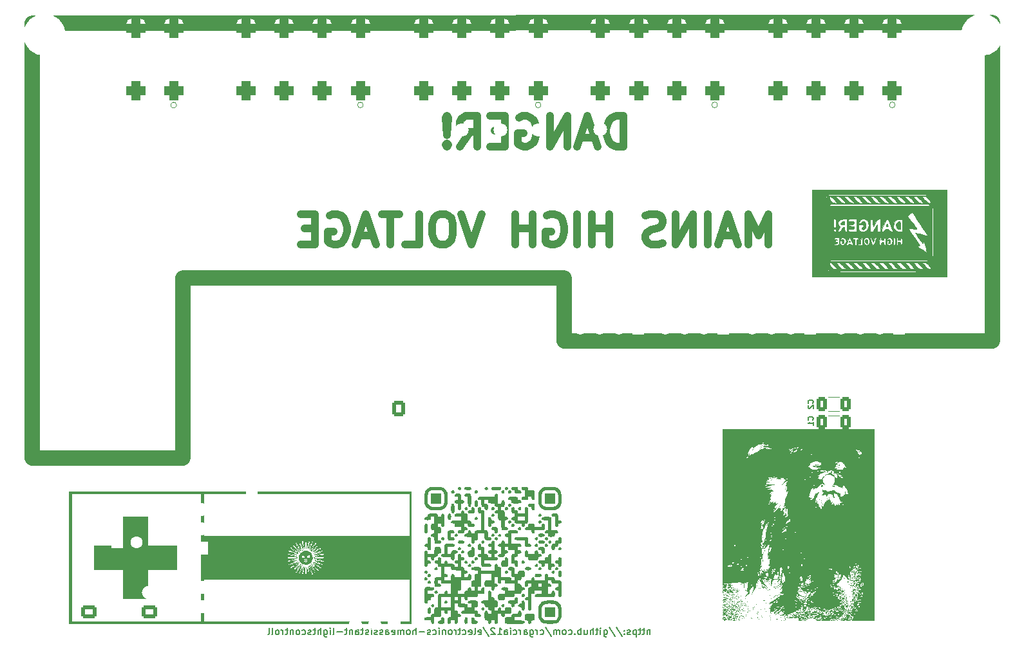
<source format=gbr>
%TF.GenerationSoftware,KiCad,Pcbnew,8.0.4*%
%TF.CreationDate,2024-08-19T03:02:05+02:00*%
%TF.ProjectId,hamodule,68616d6f-6475-46c6-952e-6b696361645f,20240807.23.8*%
%TF.SameCoordinates,Original*%
%TF.FileFunction,Legend,Bot*%
%TF.FilePolarity,Positive*%
%FSLAX46Y46*%
G04 Gerber Fmt 4.6, Leading zero omitted, Abs format (unit mm)*
G04 Created by KiCad (PCBNEW 8.0.4) date 2024-08-19 03:02:05*
%MOMM*%
%LPD*%
G01*
G04 APERTURE LIST*
G04 Aperture macros list*
%AMRoundRect*
0 Rectangle with rounded corners*
0 $1 Rounding radius*
0 $2 $3 $4 $5 $6 $7 $8 $9 X,Y pos of 4 corners*
0 Add a 4 corners polygon primitive as box body*
4,1,4,$2,$3,$4,$5,$6,$7,$8,$9,$2,$3,0*
0 Add four circle primitives for the rounded corners*
1,1,$1+$1,$2,$3*
1,1,$1+$1,$4,$5*
1,1,$1+$1,$6,$7*
1,1,$1+$1,$8,$9*
0 Add four rect primitives between the rounded corners*
20,1,$1+$1,$2,$3,$4,$5,0*
20,1,$1+$1,$4,$5,$6,$7,0*
20,1,$1+$1,$6,$7,$8,$9,0*
20,1,$1+$1,$8,$9,$2,$3,0*%
G04 Aperture macros list end*
%ADD10C,2.000000*%
%ADD11C,1.000000*%
%ADD12C,0.150000*%
%ADD13C,0.120000*%
%ADD14C,0.010000*%
%ADD15C,0.000000*%
%ADD16R,1.700000X1.700000*%
%ADD17O,1.700000X1.700000*%
%ADD18C,1.800000*%
%ADD19RoundRect,0.250000X0.750000X-0.600000X0.750000X0.600000X-0.750000X0.600000X-0.750000X-0.600000X0*%
%ADD20O,2.000000X1.700000*%
%ADD21R,2.000000X2.000000*%
%ADD22C,2.000000*%
%ADD23R,1.905000X2.000000*%
%ADD24O,1.905000X2.000000*%
%ADD25RoundRect,0.625000X0.625000X0.625000X-0.625000X0.625000X-0.625000X-0.625000X0.625000X-0.625000X0*%
%ADD26C,5.500000*%
%ADD27R,1.600000X2.400000*%
%ADD28O,1.600000X2.400000*%
%ADD29R,1.600000X1.600000*%
%ADD30C,1.600000*%
%ADD31R,1.000000X1.000000*%
%ADD32C,0.650000*%
%ADD33O,1.000000X2.100000*%
%ADD34O,1.000000X1.600000*%
%ADD35RoundRect,0.250000X-0.600000X-0.725000X0.600000X-0.725000X0.600000X0.725000X-0.600000X0.725000X0*%
%ADD36O,1.700000X1.950000*%
%ADD37RoundRect,0.250000X0.412500X0.650000X-0.412500X0.650000X-0.412500X-0.650000X0.412500X-0.650000X0*%
G04 APERTURE END LIST*
D10*
X127787400Y39141400D02*
X71488800Y39136200D01*
X1524000Y23749000D02*
X1524000Y81000600D01*
X127787400Y81051400D02*
X127787400Y39141400D01*
X21324000Y47468400D02*
X21324000Y23749000D01*
X71488800Y39136200D02*
X71488800Y47468400D01*
X21324000Y23749000D02*
X1524000Y23749000D01*
X71488800Y47468400D02*
X21324000Y47468400D01*
X1524000Y81000600D02*
X127787400Y81046200D01*
D11*
X79310047Y64763100D02*
X79310047Y68763100D01*
X79310047Y68763100D02*
X78357666Y68763100D01*
X78357666Y68763100D02*
X77786237Y68572624D01*
X77786237Y68572624D02*
X77405285Y68191672D01*
X77405285Y68191672D02*
X77214808Y67810719D01*
X77214808Y67810719D02*
X77024332Y67048815D01*
X77024332Y67048815D02*
X77024332Y66477386D01*
X77024332Y66477386D02*
X77214808Y65715481D01*
X77214808Y65715481D02*
X77405285Y65334529D01*
X77405285Y65334529D02*
X77786237Y64953576D01*
X77786237Y64953576D02*
X78357666Y64763100D01*
X78357666Y64763100D02*
X79310047Y64763100D01*
X75500523Y65905957D02*
X73595761Y65905957D01*
X75881475Y64763100D02*
X74548142Y68763100D01*
X74548142Y68763100D02*
X73214808Y64763100D01*
X71881476Y64763100D02*
X71881476Y68763100D01*
X71881476Y68763100D02*
X69595761Y64763100D01*
X69595761Y64763100D02*
X69595761Y68763100D01*
X65595761Y68572624D02*
X65976714Y68763100D01*
X65976714Y68763100D02*
X66548142Y68763100D01*
X66548142Y68763100D02*
X67119571Y68572624D01*
X67119571Y68572624D02*
X67500523Y68191672D01*
X67500523Y68191672D02*
X67691000Y67810719D01*
X67691000Y67810719D02*
X67881476Y67048815D01*
X67881476Y67048815D02*
X67881476Y66477386D01*
X67881476Y66477386D02*
X67691000Y65715481D01*
X67691000Y65715481D02*
X67500523Y65334529D01*
X67500523Y65334529D02*
X67119571Y64953576D01*
X67119571Y64953576D02*
X66548142Y64763100D01*
X66548142Y64763100D02*
X66167190Y64763100D01*
X66167190Y64763100D02*
X65595761Y64953576D01*
X65595761Y64953576D02*
X65405285Y65144053D01*
X65405285Y65144053D02*
X65405285Y66477386D01*
X65405285Y66477386D02*
X66167190Y66477386D01*
X63691000Y66858338D02*
X62357666Y66858338D01*
X61786238Y64763100D02*
X63691000Y64763100D01*
X63691000Y64763100D02*
X63691000Y68763100D01*
X63691000Y68763100D02*
X61786238Y68763100D01*
X57786237Y64763100D02*
X59119571Y66667862D01*
X60071952Y64763100D02*
X60071952Y68763100D01*
X60071952Y68763100D02*
X58548142Y68763100D01*
X58548142Y68763100D02*
X58167190Y68572624D01*
X58167190Y68572624D02*
X57976713Y68382148D01*
X57976713Y68382148D02*
X57786237Y68001196D01*
X57786237Y68001196D02*
X57786237Y67429767D01*
X57786237Y67429767D02*
X57976713Y67048815D01*
X57976713Y67048815D02*
X58167190Y66858338D01*
X58167190Y66858338D02*
X58548142Y66667862D01*
X58548142Y66667862D02*
X60071952Y66667862D01*
X56071952Y65144053D02*
X55881475Y64953576D01*
X55881475Y64953576D02*
X56071952Y64763100D01*
X56071952Y64763100D02*
X56262428Y64953576D01*
X56262428Y64953576D02*
X56071952Y65144053D01*
X56071952Y65144053D02*
X56071952Y64763100D01*
X56071952Y66286910D02*
X56262428Y68572624D01*
X56262428Y68572624D02*
X56071952Y68763100D01*
X56071952Y68763100D02*
X55881475Y68572624D01*
X55881475Y68572624D02*
X56071952Y66286910D01*
X56071952Y66286910D02*
X56071952Y68763100D01*
X98357666Y51883548D02*
X98357666Y55883548D01*
X98357666Y55883548D02*
X97024332Y53026405D01*
X97024332Y53026405D02*
X95690999Y55883548D01*
X95690999Y55883548D02*
X95690999Y51883548D01*
X93976713Y53026405D02*
X92071951Y53026405D01*
X94357665Y51883548D02*
X93024332Y55883548D01*
X93024332Y55883548D02*
X91690998Y51883548D01*
X90357666Y51883548D02*
X90357666Y55883548D01*
X88452904Y51883548D02*
X88452904Y55883548D01*
X88452904Y55883548D02*
X86167189Y51883548D01*
X86167189Y51883548D02*
X86167189Y55883548D01*
X84452904Y52074024D02*
X83881475Y51883548D01*
X83881475Y51883548D02*
X82929094Y51883548D01*
X82929094Y51883548D02*
X82548142Y52074024D01*
X82548142Y52074024D02*
X82357666Y52264501D01*
X82357666Y52264501D02*
X82167189Y52645453D01*
X82167189Y52645453D02*
X82167189Y53026405D01*
X82167189Y53026405D02*
X82357666Y53407358D01*
X82357666Y53407358D02*
X82548142Y53597834D01*
X82548142Y53597834D02*
X82929094Y53788310D01*
X82929094Y53788310D02*
X83690999Y53978786D01*
X83690999Y53978786D02*
X84071951Y54169263D01*
X84071951Y54169263D02*
X84262428Y54359739D01*
X84262428Y54359739D02*
X84452904Y54740691D01*
X84452904Y54740691D02*
X84452904Y55121644D01*
X84452904Y55121644D02*
X84262428Y55502596D01*
X84262428Y55502596D02*
X84071951Y55693072D01*
X84071951Y55693072D02*
X83690999Y55883548D01*
X83690999Y55883548D02*
X82738618Y55883548D01*
X82738618Y55883548D02*
X82167189Y55693072D01*
X77405285Y51883548D02*
X77405285Y55883548D01*
X77405285Y53978786D02*
X75119570Y53978786D01*
X75119570Y51883548D02*
X75119570Y55883548D01*
X73214809Y51883548D02*
X73214809Y55883548D01*
X69214808Y55693072D02*
X69595761Y55883548D01*
X69595761Y55883548D02*
X70167189Y55883548D01*
X70167189Y55883548D02*
X70738618Y55693072D01*
X70738618Y55693072D02*
X71119570Y55312120D01*
X71119570Y55312120D02*
X71310047Y54931167D01*
X71310047Y54931167D02*
X71500523Y54169263D01*
X71500523Y54169263D02*
X71500523Y53597834D01*
X71500523Y53597834D02*
X71310047Y52835929D01*
X71310047Y52835929D02*
X71119570Y52454977D01*
X71119570Y52454977D02*
X70738618Y52074024D01*
X70738618Y52074024D02*
X70167189Y51883548D01*
X70167189Y51883548D02*
X69786237Y51883548D01*
X69786237Y51883548D02*
X69214808Y52074024D01*
X69214808Y52074024D02*
X69024332Y52264501D01*
X69024332Y52264501D02*
X69024332Y53597834D01*
X69024332Y53597834D02*
X69786237Y53597834D01*
X67310047Y51883548D02*
X67310047Y55883548D01*
X67310047Y53978786D02*
X65024332Y53978786D01*
X65024332Y51883548D02*
X65024332Y55883548D01*
X60643380Y55883548D02*
X59310047Y51883548D01*
X59310047Y51883548D02*
X57976713Y55883548D01*
X55881476Y55883548D02*
X55119571Y55883548D01*
X55119571Y55883548D02*
X54738619Y55693072D01*
X54738619Y55693072D02*
X54357666Y55312120D01*
X54357666Y55312120D02*
X54167190Y54550215D01*
X54167190Y54550215D02*
X54167190Y53216882D01*
X54167190Y53216882D02*
X54357666Y52454977D01*
X54357666Y52454977D02*
X54738619Y52074024D01*
X54738619Y52074024D02*
X55119571Y51883548D01*
X55119571Y51883548D02*
X55881476Y51883548D01*
X55881476Y51883548D02*
X56262428Y52074024D01*
X56262428Y52074024D02*
X56643381Y52454977D01*
X56643381Y52454977D02*
X56833857Y53216882D01*
X56833857Y53216882D02*
X56833857Y54550215D01*
X56833857Y54550215D02*
X56643381Y55312120D01*
X56643381Y55312120D02*
X56262428Y55693072D01*
X56262428Y55693072D02*
X55881476Y55883548D01*
X50548143Y51883548D02*
X52452905Y51883548D01*
X52452905Y51883548D02*
X52452905Y55883548D01*
X49786238Y55883548D02*
X47500524Y55883548D01*
X48643381Y51883548D02*
X48643381Y55883548D01*
X46357667Y53026405D02*
X44452905Y53026405D01*
X46738619Y51883548D02*
X45405286Y55883548D01*
X45405286Y55883548D02*
X44071952Y51883548D01*
X40643381Y55693072D02*
X41024334Y55883548D01*
X41024334Y55883548D02*
X41595762Y55883548D01*
X41595762Y55883548D02*
X42167191Y55693072D01*
X42167191Y55693072D02*
X42548143Y55312120D01*
X42548143Y55312120D02*
X42738620Y54931167D01*
X42738620Y54931167D02*
X42929096Y54169263D01*
X42929096Y54169263D02*
X42929096Y53597834D01*
X42929096Y53597834D02*
X42738620Y52835929D01*
X42738620Y52835929D02*
X42548143Y52454977D01*
X42548143Y52454977D02*
X42167191Y52074024D01*
X42167191Y52074024D02*
X41595762Y51883548D01*
X41595762Y51883548D02*
X41214810Y51883548D01*
X41214810Y51883548D02*
X40643381Y52074024D01*
X40643381Y52074024D02*
X40452905Y52264501D01*
X40452905Y52264501D02*
X40452905Y53597834D01*
X40452905Y53597834D02*
X41214810Y53597834D01*
X38738620Y53978786D02*
X37405286Y53978786D01*
X36833858Y51883548D02*
X38738620Y51883548D01*
X38738620Y51883548D02*
X38738620Y55883548D01*
X38738620Y55883548D02*
X36833858Y55883548D01*
D12*
X82780233Y531243D02*
X82780233Y1431243D01*
X82394519Y531243D02*
X82394519Y1002672D01*
X82394519Y1002672D02*
X82437376Y1088386D01*
X82437376Y1088386D02*
X82523090Y1131243D01*
X82523090Y1131243D02*
X82651661Y1131243D01*
X82651661Y1131243D02*
X82737376Y1088386D01*
X82737376Y1088386D02*
X82780233Y1045529D01*
X82094518Y1131243D02*
X81751661Y1131243D01*
X81965947Y1431243D02*
X81965947Y659815D01*
X81965947Y659815D02*
X81923090Y574100D01*
X81923090Y574100D02*
X81837375Y531243D01*
X81837375Y531243D02*
X81751661Y531243D01*
X81580232Y1131243D02*
X81237375Y1131243D01*
X81451661Y1431243D02*
X81451661Y659815D01*
X81451661Y659815D02*
X81408804Y574100D01*
X81408804Y574100D02*
X81323089Y531243D01*
X81323089Y531243D02*
X81237375Y531243D01*
X80937375Y1131243D02*
X80937375Y231243D01*
X80937375Y1088386D02*
X80851661Y1131243D01*
X80851661Y1131243D02*
X80680232Y1131243D01*
X80680232Y1131243D02*
X80594518Y1088386D01*
X80594518Y1088386D02*
X80551661Y1045529D01*
X80551661Y1045529D02*
X80508803Y959815D01*
X80508803Y959815D02*
X80508803Y702672D01*
X80508803Y702672D02*
X80551661Y616958D01*
X80551661Y616958D02*
X80594518Y574100D01*
X80594518Y574100D02*
X80680232Y531243D01*
X80680232Y531243D02*
X80851661Y531243D01*
X80851661Y531243D02*
X80937375Y574100D01*
X80165946Y574100D02*
X80080232Y531243D01*
X80080232Y531243D02*
X79908803Y531243D01*
X79908803Y531243D02*
X79823089Y574100D01*
X79823089Y574100D02*
X79780232Y659815D01*
X79780232Y659815D02*
X79780232Y702672D01*
X79780232Y702672D02*
X79823089Y788386D01*
X79823089Y788386D02*
X79908803Y831243D01*
X79908803Y831243D02*
X80037375Y831243D01*
X80037375Y831243D02*
X80123089Y874100D01*
X80123089Y874100D02*
X80165946Y959815D01*
X80165946Y959815D02*
X80165946Y1002672D01*
X80165946Y1002672D02*
X80123089Y1088386D01*
X80123089Y1088386D02*
X80037375Y1131243D01*
X80037375Y1131243D02*
X79908803Y1131243D01*
X79908803Y1131243D02*
X79823089Y1088386D01*
X79394518Y616958D02*
X79351661Y574100D01*
X79351661Y574100D02*
X79394518Y531243D01*
X79394518Y531243D02*
X79437375Y574100D01*
X79437375Y574100D02*
X79394518Y616958D01*
X79394518Y616958D02*
X79394518Y531243D01*
X79394518Y1088386D02*
X79351661Y1045529D01*
X79351661Y1045529D02*
X79394518Y1002672D01*
X79394518Y1002672D02*
X79437375Y1045529D01*
X79437375Y1045529D02*
X79394518Y1088386D01*
X79394518Y1088386D02*
X79394518Y1002672D01*
X78323090Y1474100D02*
X79094518Y316958D01*
X77380233Y1474100D02*
X78151661Y316958D01*
X76694519Y1131243D02*
X76694519Y402672D01*
X76694519Y402672D02*
X76737376Y316958D01*
X76737376Y316958D02*
X76780233Y274100D01*
X76780233Y274100D02*
X76865947Y231243D01*
X76865947Y231243D02*
X76994519Y231243D01*
X76994519Y231243D02*
X77080233Y274100D01*
X76694519Y574100D02*
X76780233Y531243D01*
X76780233Y531243D02*
X76951661Y531243D01*
X76951661Y531243D02*
X77037376Y574100D01*
X77037376Y574100D02*
X77080233Y616958D01*
X77080233Y616958D02*
X77123090Y702672D01*
X77123090Y702672D02*
X77123090Y959815D01*
X77123090Y959815D02*
X77080233Y1045529D01*
X77080233Y1045529D02*
X77037376Y1088386D01*
X77037376Y1088386D02*
X76951661Y1131243D01*
X76951661Y1131243D02*
X76780233Y1131243D01*
X76780233Y1131243D02*
X76694519Y1088386D01*
X76265947Y531243D02*
X76265947Y1131243D01*
X76265947Y1431243D02*
X76308804Y1388386D01*
X76308804Y1388386D02*
X76265947Y1345529D01*
X76265947Y1345529D02*
X76223090Y1388386D01*
X76223090Y1388386D02*
X76265947Y1431243D01*
X76265947Y1431243D02*
X76265947Y1345529D01*
X75965947Y1131243D02*
X75623090Y1131243D01*
X75837376Y1431243D02*
X75837376Y659815D01*
X75837376Y659815D02*
X75794519Y574100D01*
X75794519Y574100D02*
X75708804Y531243D01*
X75708804Y531243D02*
X75623090Y531243D01*
X75323090Y531243D02*
X75323090Y1431243D01*
X74937376Y531243D02*
X74937376Y1002672D01*
X74937376Y1002672D02*
X74980233Y1088386D01*
X74980233Y1088386D02*
X75065947Y1131243D01*
X75065947Y1131243D02*
X75194518Y1131243D01*
X75194518Y1131243D02*
X75280233Y1088386D01*
X75280233Y1088386D02*
X75323090Y1045529D01*
X74123090Y1131243D02*
X74123090Y531243D01*
X74508804Y1131243D02*
X74508804Y659815D01*
X74508804Y659815D02*
X74465947Y574100D01*
X74465947Y574100D02*
X74380232Y531243D01*
X74380232Y531243D02*
X74251661Y531243D01*
X74251661Y531243D02*
X74165947Y574100D01*
X74165947Y574100D02*
X74123090Y616958D01*
X73694518Y531243D02*
X73694518Y1431243D01*
X73694518Y1088386D02*
X73608804Y1131243D01*
X73608804Y1131243D02*
X73437375Y1131243D01*
X73437375Y1131243D02*
X73351661Y1088386D01*
X73351661Y1088386D02*
X73308804Y1045529D01*
X73308804Y1045529D02*
X73265946Y959815D01*
X73265946Y959815D02*
X73265946Y702672D01*
X73265946Y702672D02*
X73308804Y616958D01*
X73308804Y616958D02*
X73351661Y574100D01*
X73351661Y574100D02*
X73437375Y531243D01*
X73437375Y531243D02*
X73608804Y531243D01*
X73608804Y531243D02*
X73694518Y574100D01*
X72880232Y616958D02*
X72837375Y574100D01*
X72837375Y574100D02*
X72880232Y531243D01*
X72880232Y531243D02*
X72923089Y574100D01*
X72923089Y574100D02*
X72880232Y616958D01*
X72880232Y616958D02*
X72880232Y531243D01*
X72065947Y574100D02*
X72151661Y531243D01*
X72151661Y531243D02*
X72323089Y531243D01*
X72323089Y531243D02*
X72408804Y574100D01*
X72408804Y574100D02*
X72451661Y616958D01*
X72451661Y616958D02*
X72494518Y702672D01*
X72494518Y702672D02*
X72494518Y959815D01*
X72494518Y959815D02*
X72451661Y1045529D01*
X72451661Y1045529D02*
X72408804Y1088386D01*
X72408804Y1088386D02*
X72323089Y1131243D01*
X72323089Y1131243D02*
X72151661Y1131243D01*
X72151661Y1131243D02*
X72065947Y1088386D01*
X71551660Y531243D02*
X71637375Y574100D01*
X71637375Y574100D02*
X71680232Y616958D01*
X71680232Y616958D02*
X71723089Y702672D01*
X71723089Y702672D02*
X71723089Y959815D01*
X71723089Y959815D02*
X71680232Y1045529D01*
X71680232Y1045529D02*
X71637375Y1088386D01*
X71637375Y1088386D02*
X71551660Y1131243D01*
X71551660Y1131243D02*
X71423089Y1131243D01*
X71423089Y1131243D02*
X71337375Y1088386D01*
X71337375Y1088386D02*
X71294518Y1045529D01*
X71294518Y1045529D02*
X71251660Y959815D01*
X71251660Y959815D02*
X71251660Y702672D01*
X71251660Y702672D02*
X71294518Y616958D01*
X71294518Y616958D02*
X71337375Y574100D01*
X71337375Y574100D02*
X71423089Y531243D01*
X71423089Y531243D02*
X71551660Y531243D01*
X70865946Y531243D02*
X70865946Y1131243D01*
X70865946Y1045529D02*
X70823089Y1088386D01*
X70823089Y1088386D02*
X70737374Y1131243D01*
X70737374Y1131243D02*
X70608803Y1131243D01*
X70608803Y1131243D02*
X70523089Y1088386D01*
X70523089Y1088386D02*
X70480232Y1002672D01*
X70480232Y1002672D02*
X70480232Y531243D01*
X70480232Y1002672D02*
X70437374Y1088386D01*
X70437374Y1088386D02*
X70351660Y1131243D01*
X70351660Y1131243D02*
X70223089Y1131243D01*
X70223089Y1131243D02*
X70137374Y1088386D01*
X70137374Y1088386D02*
X70094517Y1002672D01*
X70094517Y1002672D02*
X70094517Y531243D01*
X69023089Y1474100D02*
X69794517Y316958D01*
X68337375Y574100D02*
X68423089Y531243D01*
X68423089Y531243D02*
X68594517Y531243D01*
X68594517Y531243D02*
X68680232Y574100D01*
X68680232Y574100D02*
X68723089Y616958D01*
X68723089Y616958D02*
X68765946Y702672D01*
X68765946Y702672D02*
X68765946Y959815D01*
X68765946Y959815D02*
X68723089Y1045529D01*
X68723089Y1045529D02*
X68680232Y1088386D01*
X68680232Y1088386D02*
X68594517Y1131243D01*
X68594517Y1131243D02*
X68423089Y1131243D01*
X68423089Y1131243D02*
X68337375Y1088386D01*
X67951660Y531243D02*
X67951660Y1131243D01*
X67951660Y959815D02*
X67908803Y1045529D01*
X67908803Y1045529D02*
X67865946Y1088386D01*
X67865946Y1088386D02*
X67780231Y1131243D01*
X67780231Y1131243D02*
X67694517Y1131243D01*
X67008803Y1131243D02*
X67008803Y402672D01*
X67008803Y402672D02*
X67051660Y316958D01*
X67051660Y316958D02*
X67094517Y274100D01*
X67094517Y274100D02*
X67180231Y231243D01*
X67180231Y231243D02*
X67308803Y231243D01*
X67308803Y231243D02*
X67394517Y274100D01*
X67008803Y574100D02*
X67094517Y531243D01*
X67094517Y531243D02*
X67265945Y531243D01*
X67265945Y531243D02*
X67351660Y574100D01*
X67351660Y574100D02*
X67394517Y616958D01*
X67394517Y616958D02*
X67437374Y702672D01*
X67437374Y702672D02*
X67437374Y959815D01*
X67437374Y959815D02*
X67394517Y1045529D01*
X67394517Y1045529D02*
X67351660Y1088386D01*
X67351660Y1088386D02*
X67265945Y1131243D01*
X67265945Y1131243D02*
X67094517Y1131243D01*
X67094517Y1131243D02*
X67008803Y1088386D01*
X66194517Y531243D02*
X66194517Y1002672D01*
X66194517Y1002672D02*
X66237374Y1088386D01*
X66237374Y1088386D02*
X66323088Y1131243D01*
X66323088Y1131243D02*
X66494517Y1131243D01*
X66494517Y1131243D02*
X66580231Y1088386D01*
X66194517Y574100D02*
X66280231Y531243D01*
X66280231Y531243D02*
X66494517Y531243D01*
X66494517Y531243D02*
X66580231Y574100D01*
X66580231Y574100D02*
X66623088Y659815D01*
X66623088Y659815D02*
X66623088Y745529D01*
X66623088Y745529D02*
X66580231Y831243D01*
X66580231Y831243D02*
X66494517Y874100D01*
X66494517Y874100D02*
X66280231Y874100D01*
X66280231Y874100D02*
X66194517Y916958D01*
X65765945Y531243D02*
X65765945Y1131243D01*
X65765945Y959815D02*
X65723088Y1045529D01*
X65723088Y1045529D02*
X65680231Y1088386D01*
X65680231Y1088386D02*
X65594516Y1131243D01*
X65594516Y1131243D02*
X65508802Y1131243D01*
X64823088Y574100D02*
X64908802Y531243D01*
X64908802Y531243D02*
X65080230Y531243D01*
X65080230Y531243D02*
X65165945Y574100D01*
X65165945Y574100D02*
X65208802Y616958D01*
X65208802Y616958D02*
X65251659Y702672D01*
X65251659Y702672D02*
X65251659Y959815D01*
X65251659Y959815D02*
X65208802Y1045529D01*
X65208802Y1045529D02*
X65165945Y1088386D01*
X65165945Y1088386D02*
X65080230Y1131243D01*
X65080230Y1131243D02*
X64908802Y1131243D01*
X64908802Y1131243D02*
X64823088Y1088386D01*
X64437373Y531243D02*
X64437373Y1131243D01*
X64437373Y1431243D02*
X64480230Y1388386D01*
X64480230Y1388386D02*
X64437373Y1345529D01*
X64437373Y1345529D02*
X64394516Y1388386D01*
X64394516Y1388386D02*
X64437373Y1431243D01*
X64437373Y1431243D02*
X64437373Y1345529D01*
X63623088Y531243D02*
X63623088Y1002672D01*
X63623088Y1002672D02*
X63665945Y1088386D01*
X63665945Y1088386D02*
X63751659Y1131243D01*
X63751659Y1131243D02*
X63923088Y1131243D01*
X63923088Y1131243D02*
X64008802Y1088386D01*
X63623088Y574100D02*
X63708802Y531243D01*
X63708802Y531243D02*
X63923088Y531243D01*
X63923088Y531243D02*
X64008802Y574100D01*
X64008802Y574100D02*
X64051659Y659815D01*
X64051659Y659815D02*
X64051659Y745529D01*
X64051659Y745529D02*
X64008802Y831243D01*
X64008802Y831243D02*
X63923088Y874100D01*
X63923088Y874100D02*
X63708802Y874100D01*
X63708802Y874100D02*
X63623088Y916958D01*
X62723087Y531243D02*
X63237373Y531243D01*
X62980230Y531243D02*
X62980230Y1431243D01*
X62980230Y1431243D02*
X63065944Y1302672D01*
X63065944Y1302672D02*
X63151659Y1216958D01*
X63151659Y1216958D02*
X63237373Y1174100D01*
X62380230Y1345529D02*
X62337373Y1388386D01*
X62337373Y1388386D02*
X62251659Y1431243D01*
X62251659Y1431243D02*
X62037373Y1431243D01*
X62037373Y1431243D02*
X61951659Y1388386D01*
X61951659Y1388386D02*
X61908801Y1345529D01*
X61908801Y1345529D02*
X61865944Y1259815D01*
X61865944Y1259815D02*
X61865944Y1174100D01*
X61865944Y1174100D02*
X61908801Y1045529D01*
X61908801Y1045529D02*
X62423087Y531243D01*
X62423087Y531243D02*
X61865944Y531243D01*
X60837373Y1474100D02*
X61608801Y316958D01*
X60194516Y574100D02*
X60280230Y531243D01*
X60280230Y531243D02*
X60451659Y531243D01*
X60451659Y531243D02*
X60537373Y574100D01*
X60537373Y574100D02*
X60580230Y659815D01*
X60580230Y659815D02*
X60580230Y1002672D01*
X60580230Y1002672D02*
X60537373Y1088386D01*
X60537373Y1088386D02*
X60451659Y1131243D01*
X60451659Y1131243D02*
X60280230Y1131243D01*
X60280230Y1131243D02*
X60194516Y1088386D01*
X60194516Y1088386D02*
X60151659Y1002672D01*
X60151659Y1002672D02*
X60151659Y916958D01*
X60151659Y916958D02*
X60580230Y831243D01*
X59637372Y531243D02*
X59723087Y574100D01*
X59723087Y574100D02*
X59765944Y659815D01*
X59765944Y659815D02*
X59765944Y1431243D01*
X58951658Y574100D02*
X59037372Y531243D01*
X59037372Y531243D02*
X59208801Y531243D01*
X59208801Y531243D02*
X59294515Y574100D01*
X59294515Y574100D02*
X59337372Y659815D01*
X59337372Y659815D02*
X59337372Y1002672D01*
X59337372Y1002672D02*
X59294515Y1088386D01*
X59294515Y1088386D02*
X59208801Y1131243D01*
X59208801Y1131243D02*
X59037372Y1131243D01*
X59037372Y1131243D02*
X58951658Y1088386D01*
X58951658Y1088386D02*
X58908801Y1002672D01*
X58908801Y1002672D02*
X58908801Y916958D01*
X58908801Y916958D02*
X59337372Y831243D01*
X58137372Y574100D02*
X58223086Y531243D01*
X58223086Y531243D02*
X58394514Y531243D01*
X58394514Y531243D02*
X58480229Y574100D01*
X58480229Y574100D02*
X58523086Y616958D01*
X58523086Y616958D02*
X58565943Y702672D01*
X58565943Y702672D02*
X58565943Y959815D01*
X58565943Y959815D02*
X58523086Y1045529D01*
X58523086Y1045529D02*
X58480229Y1088386D01*
X58480229Y1088386D02*
X58394514Y1131243D01*
X58394514Y1131243D02*
X58223086Y1131243D01*
X58223086Y1131243D02*
X58137372Y1088386D01*
X57880228Y1131243D02*
X57537371Y1131243D01*
X57751657Y1431243D02*
X57751657Y659815D01*
X57751657Y659815D02*
X57708800Y574100D01*
X57708800Y574100D02*
X57623085Y531243D01*
X57623085Y531243D02*
X57537371Y531243D01*
X57237371Y531243D02*
X57237371Y1131243D01*
X57237371Y959815D02*
X57194514Y1045529D01*
X57194514Y1045529D02*
X57151657Y1088386D01*
X57151657Y1088386D02*
X57065942Y1131243D01*
X57065942Y1131243D02*
X56980228Y1131243D01*
X56551656Y531243D02*
X56637371Y574100D01*
X56637371Y574100D02*
X56680228Y616958D01*
X56680228Y616958D02*
X56723085Y702672D01*
X56723085Y702672D02*
X56723085Y959815D01*
X56723085Y959815D02*
X56680228Y1045529D01*
X56680228Y1045529D02*
X56637371Y1088386D01*
X56637371Y1088386D02*
X56551656Y1131243D01*
X56551656Y1131243D02*
X56423085Y1131243D01*
X56423085Y1131243D02*
X56337371Y1088386D01*
X56337371Y1088386D02*
X56294514Y1045529D01*
X56294514Y1045529D02*
X56251656Y959815D01*
X56251656Y959815D02*
X56251656Y702672D01*
X56251656Y702672D02*
X56294514Y616958D01*
X56294514Y616958D02*
X56337371Y574100D01*
X56337371Y574100D02*
X56423085Y531243D01*
X56423085Y531243D02*
X56551656Y531243D01*
X55865942Y1131243D02*
X55865942Y531243D01*
X55865942Y1045529D02*
X55823085Y1088386D01*
X55823085Y1088386D02*
X55737370Y1131243D01*
X55737370Y1131243D02*
X55608799Y1131243D01*
X55608799Y1131243D02*
X55523085Y1088386D01*
X55523085Y1088386D02*
X55480228Y1002672D01*
X55480228Y1002672D02*
X55480228Y531243D01*
X55051656Y531243D02*
X55051656Y1131243D01*
X55051656Y1431243D02*
X55094513Y1388386D01*
X55094513Y1388386D02*
X55051656Y1345529D01*
X55051656Y1345529D02*
X55008799Y1388386D01*
X55008799Y1388386D02*
X55051656Y1431243D01*
X55051656Y1431243D02*
X55051656Y1345529D01*
X54237371Y574100D02*
X54323085Y531243D01*
X54323085Y531243D02*
X54494513Y531243D01*
X54494513Y531243D02*
X54580228Y574100D01*
X54580228Y574100D02*
X54623085Y616958D01*
X54623085Y616958D02*
X54665942Y702672D01*
X54665942Y702672D02*
X54665942Y959815D01*
X54665942Y959815D02*
X54623085Y1045529D01*
X54623085Y1045529D02*
X54580228Y1088386D01*
X54580228Y1088386D02*
X54494513Y1131243D01*
X54494513Y1131243D02*
X54323085Y1131243D01*
X54323085Y1131243D02*
X54237371Y1088386D01*
X53894513Y574100D02*
X53808799Y531243D01*
X53808799Y531243D02*
X53637370Y531243D01*
X53637370Y531243D02*
X53551656Y574100D01*
X53551656Y574100D02*
X53508799Y659815D01*
X53508799Y659815D02*
X53508799Y702672D01*
X53508799Y702672D02*
X53551656Y788386D01*
X53551656Y788386D02*
X53637370Y831243D01*
X53637370Y831243D02*
X53765942Y831243D01*
X53765942Y831243D02*
X53851656Y874100D01*
X53851656Y874100D02*
X53894513Y959815D01*
X53894513Y959815D02*
X53894513Y1002672D01*
X53894513Y1002672D02*
X53851656Y1088386D01*
X53851656Y1088386D02*
X53765942Y1131243D01*
X53765942Y1131243D02*
X53637370Y1131243D01*
X53637370Y1131243D02*
X53551656Y1088386D01*
X53123085Y874100D02*
X52437371Y874100D01*
X52008799Y531243D02*
X52008799Y1431243D01*
X51623085Y531243D02*
X51623085Y1002672D01*
X51623085Y1002672D02*
X51665942Y1088386D01*
X51665942Y1088386D02*
X51751656Y1131243D01*
X51751656Y1131243D02*
X51880227Y1131243D01*
X51880227Y1131243D02*
X51965942Y1088386D01*
X51965942Y1088386D02*
X52008799Y1045529D01*
X51065941Y531243D02*
X51151656Y574100D01*
X51151656Y574100D02*
X51194513Y616958D01*
X51194513Y616958D02*
X51237370Y702672D01*
X51237370Y702672D02*
X51237370Y959815D01*
X51237370Y959815D02*
X51194513Y1045529D01*
X51194513Y1045529D02*
X51151656Y1088386D01*
X51151656Y1088386D02*
X51065941Y1131243D01*
X51065941Y1131243D02*
X50937370Y1131243D01*
X50937370Y1131243D02*
X50851656Y1088386D01*
X50851656Y1088386D02*
X50808799Y1045529D01*
X50808799Y1045529D02*
X50765941Y959815D01*
X50765941Y959815D02*
X50765941Y702672D01*
X50765941Y702672D02*
X50808799Y616958D01*
X50808799Y616958D02*
X50851656Y574100D01*
X50851656Y574100D02*
X50937370Y531243D01*
X50937370Y531243D02*
X51065941Y531243D01*
X50380227Y531243D02*
X50380227Y1131243D01*
X50380227Y1045529D02*
X50337370Y1088386D01*
X50337370Y1088386D02*
X50251655Y1131243D01*
X50251655Y1131243D02*
X50123084Y1131243D01*
X50123084Y1131243D02*
X50037370Y1088386D01*
X50037370Y1088386D02*
X49994513Y1002672D01*
X49994513Y1002672D02*
X49994513Y531243D01*
X49994513Y1002672D02*
X49951655Y1088386D01*
X49951655Y1088386D02*
X49865941Y1131243D01*
X49865941Y1131243D02*
X49737370Y1131243D01*
X49737370Y1131243D02*
X49651655Y1088386D01*
X49651655Y1088386D02*
X49608798Y1002672D01*
X49608798Y1002672D02*
X49608798Y531243D01*
X48837370Y574100D02*
X48923084Y531243D01*
X48923084Y531243D02*
X49094513Y531243D01*
X49094513Y531243D02*
X49180227Y574100D01*
X49180227Y574100D02*
X49223084Y659815D01*
X49223084Y659815D02*
X49223084Y1002672D01*
X49223084Y1002672D02*
X49180227Y1088386D01*
X49180227Y1088386D02*
X49094513Y1131243D01*
X49094513Y1131243D02*
X48923084Y1131243D01*
X48923084Y1131243D02*
X48837370Y1088386D01*
X48837370Y1088386D02*
X48794513Y1002672D01*
X48794513Y1002672D02*
X48794513Y916958D01*
X48794513Y916958D02*
X49223084Y831243D01*
X48023084Y531243D02*
X48023084Y1002672D01*
X48023084Y1002672D02*
X48065941Y1088386D01*
X48065941Y1088386D02*
X48151655Y1131243D01*
X48151655Y1131243D02*
X48323084Y1131243D01*
X48323084Y1131243D02*
X48408798Y1088386D01*
X48023084Y574100D02*
X48108798Y531243D01*
X48108798Y531243D02*
X48323084Y531243D01*
X48323084Y531243D02*
X48408798Y574100D01*
X48408798Y574100D02*
X48451655Y659815D01*
X48451655Y659815D02*
X48451655Y745529D01*
X48451655Y745529D02*
X48408798Y831243D01*
X48408798Y831243D02*
X48323084Y874100D01*
X48323084Y874100D02*
X48108798Y874100D01*
X48108798Y874100D02*
X48023084Y916958D01*
X47637369Y574100D02*
X47551655Y531243D01*
X47551655Y531243D02*
X47380226Y531243D01*
X47380226Y531243D02*
X47294512Y574100D01*
X47294512Y574100D02*
X47251655Y659815D01*
X47251655Y659815D02*
X47251655Y702672D01*
X47251655Y702672D02*
X47294512Y788386D01*
X47294512Y788386D02*
X47380226Y831243D01*
X47380226Y831243D02*
X47508798Y831243D01*
X47508798Y831243D02*
X47594512Y874100D01*
X47594512Y874100D02*
X47637369Y959815D01*
X47637369Y959815D02*
X47637369Y1002672D01*
X47637369Y1002672D02*
X47594512Y1088386D01*
X47594512Y1088386D02*
X47508798Y1131243D01*
X47508798Y1131243D02*
X47380226Y1131243D01*
X47380226Y1131243D02*
X47294512Y1088386D01*
X46908798Y574100D02*
X46823084Y531243D01*
X46823084Y531243D02*
X46651655Y531243D01*
X46651655Y531243D02*
X46565941Y574100D01*
X46565941Y574100D02*
X46523084Y659815D01*
X46523084Y659815D02*
X46523084Y702672D01*
X46523084Y702672D02*
X46565941Y788386D01*
X46565941Y788386D02*
X46651655Y831243D01*
X46651655Y831243D02*
X46780227Y831243D01*
X46780227Y831243D02*
X46865941Y874100D01*
X46865941Y874100D02*
X46908798Y959815D01*
X46908798Y959815D02*
X46908798Y1002672D01*
X46908798Y1002672D02*
X46865941Y1088386D01*
X46865941Y1088386D02*
X46780227Y1131243D01*
X46780227Y1131243D02*
X46651655Y1131243D01*
X46651655Y1131243D02*
X46565941Y1088386D01*
X46137370Y531243D02*
X46137370Y1131243D01*
X46137370Y1431243D02*
X46180227Y1388386D01*
X46180227Y1388386D02*
X46137370Y1345529D01*
X46137370Y1345529D02*
X46094513Y1388386D01*
X46094513Y1388386D02*
X46137370Y1431243D01*
X46137370Y1431243D02*
X46137370Y1345529D01*
X45751656Y574100D02*
X45665942Y531243D01*
X45665942Y531243D02*
X45494513Y531243D01*
X45494513Y531243D02*
X45408799Y574100D01*
X45408799Y574100D02*
X45365942Y659815D01*
X45365942Y659815D02*
X45365942Y702672D01*
X45365942Y702672D02*
X45408799Y788386D01*
X45408799Y788386D02*
X45494513Y831243D01*
X45494513Y831243D02*
X45623085Y831243D01*
X45623085Y831243D02*
X45708799Y874100D01*
X45708799Y874100D02*
X45751656Y959815D01*
X45751656Y959815D02*
X45751656Y1002672D01*
X45751656Y1002672D02*
X45708799Y1088386D01*
X45708799Y1088386D02*
X45623085Y1131243D01*
X45623085Y1131243D02*
X45494513Y1131243D01*
X45494513Y1131243D02*
X45408799Y1088386D01*
X45108799Y1131243D02*
X44765942Y1131243D01*
X44980228Y1431243D02*
X44980228Y659815D01*
X44980228Y659815D02*
X44937371Y574100D01*
X44937371Y574100D02*
X44851656Y531243D01*
X44851656Y531243D02*
X44765942Y531243D01*
X44080228Y531243D02*
X44080228Y1002672D01*
X44080228Y1002672D02*
X44123085Y1088386D01*
X44123085Y1088386D02*
X44208799Y1131243D01*
X44208799Y1131243D02*
X44380228Y1131243D01*
X44380228Y1131243D02*
X44465942Y1088386D01*
X44080228Y574100D02*
X44165942Y531243D01*
X44165942Y531243D02*
X44380228Y531243D01*
X44380228Y531243D02*
X44465942Y574100D01*
X44465942Y574100D02*
X44508799Y659815D01*
X44508799Y659815D02*
X44508799Y745529D01*
X44508799Y745529D02*
X44465942Y831243D01*
X44465942Y831243D02*
X44380228Y874100D01*
X44380228Y874100D02*
X44165942Y874100D01*
X44165942Y874100D02*
X44080228Y916958D01*
X43651656Y1131243D02*
X43651656Y531243D01*
X43651656Y1045529D02*
X43608799Y1088386D01*
X43608799Y1088386D02*
X43523084Y1131243D01*
X43523084Y1131243D02*
X43394513Y1131243D01*
X43394513Y1131243D02*
X43308799Y1088386D01*
X43308799Y1088386D02*
X43265942Y1002672D01*
X43265942Y1002672D02*
X43265942Y531243D01*
X42965941Y1131243D02*
X42623084Y1131243D01*
X42837370Y1431243D02*
X42837370Y659815D01*
X42837370Y659815D02*
X42794513Y574100D01*
X42794513Y574100D02*
X42708798Y531243D01*
X42708798Y531243D02*
X42623084Y531243D01*
X42323084Y874100D02*
X41637370Y874100D01*
X41080226Y531243D02*
X41165941Y574100D01*
X41165941Y574100D02*
X41208798Y659815D01*
X41208798Y659815D02*
X41208798Y1431243D01*
X40737369Y531243D02*
X40737369Y1131243D01*
X40737369Y1431243D02*
X40780226Y1388386D01*
X40780226Y1388386D02*
X40737369Y1345529D01*
X40737369Y1345529D02*
X40694512Y1388386D01*
X40694512Y1388386D02*
X40737369Y1431243D01*
X40737369Y1431243D02*
X40737369Y1345529D01*
X39923084Y1131243D02*
X39923084Y402672D01*
X39923084Y402672D02*
X39965941Y316958D01*
X39965941Y316958D02*
X40008798Y274100D01*
X40008798Y274100D02*
X40094512Y231243D01*
X40094512Y231243D02*
X40223084Y231243D01*
X40223084Y231243D02*
X40308798Y274100D01*
X39923084Y574100D02*
X40008798Y531243D01*
X40008798Y531243D02*
X40180226Y531243D01*
X40180226Y531243D02*
X40265941Y574100D01*
X40265941Y574100D02*
X40308798Y616958D01*
X40308798Y616958D02*
X40351655Y702672D01*
X40351655Y702672D02*
X40351655Y959815D01*
X40351655Y959815D02*
X40308798Y1045529D01*
X40308798Y1045529D02*
X40265941Y1088386D01*
X40265941Y1088386D02*
X40180226Y1131243D01*
X40180226Y1131243D02*
X40008798Y1131243D01*
X40008798Y1131243D02*
X39923084Y1088386D01*
X39494512Y531243D02*
X39494512Y1431243D01*
X39108798Y531243D02*
X39108798Y1002672D01*
X39108798Y1002672D02*
X39151655Y1088386D01*
X39151655Y1088386D02*
X39237369Y1131243D01*
X39237369Y1131243D02*
X39365940Y1131243D01*
X39365940Y1131243D02*
X39451655Y1088386D01*
X39451655Y1088386D02*
X39494512Y1045529D01*
X38808797Y1131243D02*
X38465940Y1131243D01*
X38680226Y1431243D02*
X38680226Y659815D01*
X38680226Y659815D02*
X38637369Y574100D01*
X38637369Y574100D02*
X38551654Y531243D01*
X38551654Y531243D02*
X38465940Y531243D01*
X38208797Y574100D02*
X38123083Y531243D01*
X38123083Y531243D02*
X37951654Y531243D01*
X37951654Y531243D02*
X37865940Y574100D01*
X37865940Y574100D02*
X37823083Y659815D01*
X37823083Y659815D02*
X37823083Y702672D01*
X37823083Y702672D02*
X37865940Y788386D01*
X37865940Y788386D02*
X37951654Y831243D01*
X37951654Y831243D02*
X38080226Y831243D01*
X38080226Y831243D02*
X38165940Y874100D01*
X38165940Y874100D02*
X38208797Y959815D01*
X38208797Y959815D02*
X38208797Y1002672D01*
X38208797Y1002672D02*
X38165940Y1088386D01*
X38165940Y1088386D02*
X38080226Y1131243D01*
X38080226Y1131243D02*
X37951654Y1131243D01*
X37951654Y1131243D02*
X37865940Y1088386D01*
X37051655Y574100D02*
X37137369Y531243D01*
X37137369Y531243D02*
X37308797Y531243D01*
X37308797Y531243D02*
X37394512Y574100D01*
X37394512Y574100D02*
X37437369Y616958D01*
X37437369Y616958D02*
X37480226Y702672D01*
X37480226Y702672D02*
X37480226Y959815D01*
X37480226Y959815D02*
X37437369Y1045529D01*
X37437369Y1045529D02*
X37394512Y1088386D01*
X37394512Y1088386D02*
X37308797Y1131243D01*
X37308797Y1131243D02*
X37137369Y1131243D01*
X37137369Y1131243D02*
X37051655Y1088386D01*
X36537368Y531243D02*
X36623083Y574100D01*
X36623083Y574100D02*
X36665940Y616958D01*
X36665940Y616958D02*
X36708797Y702672D01*
X36708797Y702672D02*
X36708797Y959815D01*
X36708797Y959815D02*
X36665940Y1045529D01*
X36665940Y1045529D02*
X36623083Y1088386D01*
X36623083Y1088386D02*
X36537368Y1131243D01*
X36537368Y1131243D02*
X36408797Y1131243D01*
X36408797Y1131243D02*
X36323083Y1088386D01*
X36323083Y1088386D02*
X36280226Y1045529D01*
X36280226Y1045529D02*
X36237368Y959815D01*
X36237368Y959815D02*
X36237368Y702672D01*
X36237368Y702672D02*
X36280226Y616958D01*
X36280226Y616958D02*
X36323083Y574100D01*
X36323083Y574100D02*
X36408797Y531243D01*
X36408797Y531243D02*
X36537368Y531243D01*
X35851654Y1131243D02*
X35851654Y531243D01*
X35851654Y1045529D02*
X35808797Y1088386D01*
X35808797Y1088386D02*
X35723082Y1131243D01*
X35723082Y1131243D02*
X35594511Y1131243D01*
X35594511Y1131243D02*
X35508797Y1088386D01*
X35508797Y1088386D02*
X35465940Y1002672D01*
X35465940Y1002672D02*
X35465940Y531243D01*
X35165939Y1131243D02*
X34823082Y1131243D01*
X35037368Y1431243D02*
X35037368Y659815D01*
X35037368Y659815D02*
X34994511Y574100D01*
X34994511Y574100D02*
X34908796Y531243D01*
X34908796Y531243D02*
X34823082Y531243D01*
X34523082Y531243D02*
X34523082Y1131243D01*
X34523082Y959815D02*
X34480225Y1045529D01*
X34480225Y1045529D02*
X34437368Y1088386D01*
X34437368Y1088386D02*
X34351653Y1131243D01*
X34351653Y1131243D02*
X34265939Y1131243D01*
X33837367Y531243D02*
X33923082Y574100D01*
X33923082Y574100D02*
X33965939Y616958D01*
X33965939Y616958D02*
X34008796Y702672D01*
X34008796Y702672D02*
X34008796Y959815D01*
X34008796Y959815D02*
X33965939Y1045529D01*
X33965939Y1045529D02*
X33923082Y1088386D01*
X33923082Y1088386D02*
X33837367Y1131243D01*
X33837367Y1131243D02*
X33708796Y1131243D01*
X33708796Y1131243D02*
X33623082Y1088386D01*
X33623082Y1088386D02*
X33580225Y1045529D01*
X33580225Y1045529D02*
X33537367Y959815D01*
X33537367Y959815D02*
X33537367Y702672D01*
X33537367Y702672D02*
X33580225Y616958D01*
X33580225Y616958D02*
X33623082Y574100D01*
X33623082Y574100D02*
X33708796Y531243D01*
X33708796Y531243D02*
X33837367Y531243D01*
X33023081Y531243D02*
X33108796Y574100D01*
X33108796Y574100D02*
X33151653Y659815D01*
X33151653Y659815D02*
X33151653Y1431243D01*
X32551652Y531243D02*
X32637367Y574100D01*
X32637367Y574100D02*
X32680224Y659815D01*
X32680224Y659815D02*
X32680224Y1431243D01*
X104173366Y30985067D02*
X104206700Y31018400D01*
X104206700Y31018400D02*
X104240033Y31118400D01*
X104240033Y31118400D02*
X104240033Y31185067D01*
X104240033Y31185067D02*
X104206700Y31285067D01*
X104206700Y31285067D02*
X104140033Y31351733D01*
X104140033Y31351733D02*
X104073366Y31385067D01*
X104073366Y31385067D02*
X103940033Y31418400D01*
X103940033Y31418400D02*
X103840033Y31418400D01*
X103840033Y31418400D02*
X103706700Y31385067D01*
X103706700Y31385067D02*
X103640033Y31351733D01*
X103640033Y31351733D02*
X103573366Y31285067D01*
X103573366Y31285067D02*
X103540033Y31185067D01*
X103540033Y31185067D02*
X103540033Y31118400D01*
X103540033Y31118400D02*
X103573366Y31018400D01*
X103573366Y31018400D02*
X103606700Y30985067D01*
X103606700Y30718400D02*
X103573366Y30685067D01*
X103573366Y30685067D02*
X103540033Y30618400D01*
X103540033Y30618400D02*
X103540033Y30451733D01*
X103540033Y30451733D02*
X103573366Y30385067D01*
X103573366Y30385067D02*
X103606700Y30351733D01*
X103606700Y30351733D02*
X103673366Y30318400D01*
X103673366Y30318400D02*
X103740033Y30318400D01*
X103740033Y30318400D02*
X103840033Y30351733D01*
X103840033Y30351733D02*
X104240033Y30751733D01*
X104240033Y30751733D02*
X104240033Y30318400D01*
X104173366Y28785067D02*
X104206700Y28818400D01*
X104206700Y28818400D02*
X104240033Y28918400D01*
X104240033Y28918400D02*
X104240033Y28985067D01*
X104240033Y28985067D02*
X104206700Y29085067D01*
X104206700Y29085067D02*
X104140033Y29151733D01*
X104140033Y29151733D02*
X104073366Y29185067D01*
X104073366Y29185067D02*
X103940033Y29218400D01*
X103940033Y29218400D02*
X103840033Y29218400D01*
X103840033Y29218400D02*
X103706700Y29185067D01*
X103706700Y29185067D02*
X103640033Y29151733D01*
X103640033Y29151733D02*
X103573366Y29085067D01*
X103573366Y29085067D02*
X103540033Y28985067D01*
X103540033Y28985067D02*
X103540033Y28918400D01*
X103540033Y28918400D02*
X103573366Y28818400D01*
X103573366Y28818400D02*
X103606700Y28785067D01*
X104240033Y28118400D02*
X104240033Y28518400D01*
X104240033Y28318400D02*
X103540033Y28318400D01*
X103540033Y28318400D02*
X103640033Y28385067D01*
X103640033Y28385067D02*
X103706700Y28451733D01*
X103706700Y28451733D02*
X103740033Y28518400D01*
D13*
%TO.C,J15*%
X45072800Y70231000D02*
G75*
G02*
X44310800Y70231000I-381000J0D01*
G01*
X44310800Y70231000D02*
G75*
G02*
X45072800Y70231000I381000J0D01*
G01*
%TO.C,J2*%
X20525000Y70207401D02*
G75*
G02*
X19763000Y70207401I-381000J0D01*
G01*
X19763000Y70207401D02*
G75*
G02*
X20525000Y70207401I381000J0D01*
G01*
%TO.C,J7*%
X91645000Y70235201D02*
G75*
G02*
X90883000Y70235201I-381000J0D01*
G01*
X90883000Y70235201D02*
G75*
G02*
X91645000Y70235201I381000J0D01*
G01*
%TO.C,J6*%
X115002702Y70235201D02*
G75*
G02*
X114240702Y70235201I-381000J0D01*
G01*
X114240702Y70235201D02*
G75*
G02*
X115002702Y70235201I381000J0D01*
G01*
%TO.C,J16*%
X68440800Y70231000D02*
G75*
G02*
X67678800Y70231000I-381000J0D01*
G01*
X67678800Y70231000D02*
G75*
G02*
X68440800Y70231000I381000J0D01*
G01*
D14*
%TO.C,G5*%
X109059196Y52316668D02*
X109066674Y52230841D01*
X109004506Y52184300D01*
X108970270Y52187065D01*
X108919347Y52240051D01*
X108970863Y52364293D01*
X108974090Y52369287D01*
X109021567Y52401747D01*
X109059196Y52316668D01*
G36*
X109059196Y52316668D02*
G01*
X109066674Y52230841D01*
X109004506Y52184300D01*
X108970270Y52187065D01*
X108919347Y52240051D01*
X108970863Y52364293D01*
X108974090Y52369287D01*
X109021567Y52401747D01*
X109059196Y52316668D01*
G37*
X113971507Y54563339D02*
X114029341Y54390925D01*
X114047048Y54301368D01*
X114023323Y54231065D01*
X113912778Y54216300D01*
X113885066Y54216462D01*
X113799010Y54230555D01*
X113782783Y54293132D01*
X113821779Y54440116D01*
X113853391Y54528746D01*
X113913405Y54609150D01*
X113971507Y54563339D01*
G36*
X113971507Y54563339D02*
G01*
X114029341Y54390925D01*
X114047048Y54301368D01*
X114023323Y54231065D01*
X113912778Y54216300D01*
X113885066Y54216462D01*
X113799010Y54230555D01*
X113782783Y54293132D01*
X113821779Y54440116D01*
X113853391Y54528746D01*
X113913405Y54609150D01*
X113971507Y54563339D01*
G37*
X111310196Y52553893D02*
X111358197Y52467616D01*
X111388347Y52307800D01*
X111386980Y52143129D01*
X111349367Y52036134D01*
X111278356Y51995480D01*
X111163881Y52024537D01*
X111074410Y52151999D01*
X111051814Y52233747D01*
X111053496Y52399395D01*
X111108841Y52527946D01*
X111200268Y52589434D01*
X111310196Y52553893D01*
G36*
X111310196Y52553893D02*
G01*
X111358197Y52467616D01*
X111388347Y52307800D01*
X111386980Y52143129D01*
X111349367Y52036134D01*
X111278356Y51995480D01*
X111163881Y52024537D01*
X111074410Y52151999D01*
X111051814Y52233747D01*
X111053496Y52399395D01*
X111108841Y52527946D01*
X111200268Y52589434D01*
X111310196Y52553893D01*
G37*
X108286950Y54904080D02*
X108335165Y54846263D01*
X108343700Y54696574D01*
X108343638Y54670811D01*
X108330784Y54533643D01*
X108268828Y54479693D01*
X108119458Y54470300D01*
X108074325Y54472108D01*
X107911011Y54524323D01*
X107838074Y54625249D01*
X107853735Y54743151D01*
X107956214Y54846295D01*
X108143729Y54902949D01*
X108165147Y54905020D01*
X108286950Y54904080D01*
G36*
X108286950Y54904080D02*
G01*
X108335165Y54846263D01*
X108343700Y54696574D01*
X108343638Y54670811D01*
X108330784Y54533643D01*
X108268828Y54479693D01*
X108119458Y54470300D01*
X108074325Y54472108D01*
X107911011Y54524323D01*
X107838074Y54625249D01*
X107853735Y54743151D01*
X107956214Y54846295D01*
X108143729Y54902949D01*
X108165147Y54905020D01*
X108286950Y54904080D01*
G37*
X115551399Y54913485D02*
X115601838Y54888664D01*
X115630467Y54812812D01*
X115643263Y54660625D01*
X115646200Y54406800D01*
X115646200Y53898800D01*
X115463476Y53898800D01*
X115399132Y53902408D01*
X115237076Y53968603D01*
X115145711Y54126808D01*
X115117034Y54388329D01*
X115120420Y54464581D01*
X115186890Y54702016D01*
X115327092Y54858433D01*
X115526235Y54914800D01*
X115551399Y54913485D01*
G36*
X115551399Y54913485D02*
G01*
X115601838Y54888664D01*
X115630467Y54812812D01*
X115643263Y54660625D01*
X115646200Y54406800D01*
X115646200Y53898800D01*
X115463476Y53898800D01*
X115399132Y53902408D01*
X115237076Y53968603D01*
X115145711Y54126808D01*
X115117034Y54388329D01*
X115120420Y54464581D01*
X115186890Y54702016D01*
X115327092Y54858433D01*
X115526235Y54914800D01*
X115551399Y54913485D01*
G37*
X121805700Y47675800D02*
X104089200Y47675800D01*
X104089200Y50916773D01*
X105939353Y50916773D01*
X105939686Y50400189D01*
X105941439Y49971359D01*
X105944812Y49621337D01*
X105950002Y49341175D01*
X105957210Y49121926D01*
X105966634Y48954644D01*
X105978472Y48830381D01*
X105992923Y48740189D01*
X106010187Y48675122D01*
X106030461Y48626232D01*
X106053946Y48584572D01*
X106174576Y48441750D01*
X106419522Y48315051D01*
X106518424Y48303594D01*
X106735622Y48292718D01*
X107058496Y48283022D01*
X107476468Y48274494D01*
X107978964Y48267121D01*
X108555407Y48260892D01*
X109195221Y48255793D01*
X109887830Y48251814D01*
X110622658Y48248940D01*
X111389129Y48247161D01*
X112176668Y48246464D01*
X112974697Y48246836D01*
X113772642Y48248265D01*
X114559926Y48250740D01*
X115325973Y48254247D01*
X116060207Y48258775D01*
X116752053Y48264311D01*
X117390933Y48270843D01*
X117966273Y48278358D01*
X118467496Y48286845D01*
X118884026Y48296291D01*
X119205288Y48306683D01*
X119420705Y48318010D01*
X119519700Y48330260D01*
X119689584Y48420755D01*
X119852977Y48628300D01*
X119861597Y48646490D01*
X119881888Y48701025D01*
X119899325Y48773338D01*
X119914122Y48872529D01*
X119926495Y49007702D01*
X119936657Y49187958D01*
X119944823Y49422399D01*
X119951207Y49720126D01*
X119956023Y50090242D01*
X119959487Y50541848D01*
X119961812Y51084047D01*
X119963214Y51725940D01*
X119963905Y52476628D01*
X119964102Y53345215D01*
X119964119Y53730097D01*
X119964010Y54577596D01*
X119963167Y55310419D01*
X119960940Y55937294D01*
X119956679Y56466946D01*
X119949734Y56908103D01*
X119939455Y57269490D01*
X119925192Y57559834D01*
X119906294Y57787861D01*
X119882113Y57962298D01*
X119851997Y58091872D01*
X119815298Y58185308D01*
X119771364Y58251334D01*
X119719546Y58298676D01*
X119659194Y58336059D01*
X119589658Y58372211D01*
X119566678Y58382344D01*
X119514066Y58397466D01*
X119436695Y58410734D01*
X119327264Y58422239D01*
X119178469Y58432072D01*
X118983008Y58440324D01*
X118733577Y58447084D01*
X118422873Y58452445D01*
X118043594Y58456496D01*
X117588437Y58459329D01*
X117050099Y58461033D01*
X116421276Y58461700D01*
X115694667Y58461419D01*
X114862968Y58460283D01*
X113918875Y58458381D01*
X112855088Y58455804D01*
X106314564Y58439050D01*
X105962450Y58086956D01*
X105946124Y53437003D01*
X105944889Y53082528D01*
X105942153Y52248996D01*
X105940241Y51530060D01*
X105939353Y50916773D01*
X104089200Y50916773D01*
X104089200Y59105800D01*
X121805700Y59105800D01*
X121805700Y53730097D01*
X121805700Y47675800D01*
G36*
X121805700Y47675800D02*
G01*
X104089200Y47675800D01*
X104089200Y50916773D01*
X105939353Y50916773D01*
X105939686Y50400189D01*
X105941439Y49971359D01*
X105944812Y49621337D01*
X105950002Y49341175D01*
X105957210Y49121926D01*
X105966634Y48954644D01*
X105978472Y48830381D01*
X105992923Y48740189D01*
X106010187Y48675122D01*
X106030461Y48626232D01*
X106053946Y48584572D01*
X106174576Y48441750D01*
X106419522Y48315051D01*
X106518424Y48303594D01*
X106735622Y48292718D01*
X107058496Y48283022D01*
X107476468Y48274494D01*
X107978964Y48267121D01*
X108555407Y48260892D01*
X109195221Y48255793D01*
X109887830Y48251814D01*
X110622658Y48248940D01*
X111389129Y48247161D01*
X112176668Y48246464D01*
X112974697Y48246836D01*
X113772642Y48248265D01*
X114559926Y48250740D01*
X115325973Y48254247D01*
X116060207Y48258775D01*
X116752053Y48264311D01*
X117390933Y48270843D01*
X117966273Y48278358D01*
X118467496Y48286845D01*
X118884026Y48296291D01*
X119205288Y48306683D01*
X119420705Y48318010D01*
X119519700Y48330260D01*
X119689584Y48420755D01*
X119852977Y48628300D01*
X119861597Y48646490D01*
X119881888Y48701025D01*
X119899325Y48773338D01*
X119914122Y48872529D01*
X119926495Y49007702D01*
X119936657Y49187958D01*
X119944823Y49422399D01*
X119951207Y49720126D01*
X119956023Y50090242D01*
X119959487Y50541848D01*
X119961812Y51084047D01*
X119963214Y51725940D01*
X119963905Y52476628D01*
X119964102Y53345215D01*
X119964119Y53730097D01*
X119964010Y54577596D01*
X119963167Y55310419D01*
X119960940Y55937294D01*
X119956679Y56466946D01*
X119949734Y56908103D01*
X119939455Y57269490D01*
X119925192Y57559834D01*
X119906294Y57787861D01*
X119882113Y57962298D01*
X119851997Y58091872D01*
X119815298Y58185308D01*
X119771364Y58251334D01*
X119719546Y58298676D01*
X119659194Y58336059D01*
X119589658Y58372211D01*
X119566678Y58382344D01*
X119514066Y58397466D01*
X119436695Y58410734D01*
X119327264Y58422239D01*
X119178469Y58432072D01*
X118983008Y58440324D01*
X118733577Y58447084D01*
X118422873Y58452445D01*
X118043594Y58456496D01*
X117588437Y58459329D01*
X117050099Y58461033D01*
X116421276Y58461700D01*
X115694667Y58461419D01*
X114862968Y58460283D01*
X113918875Y58458381D01*
X112855088Y58455804D01*
X106314564Y58439050D01*
X105962450Y58086956D01*
X105946124Y53437003D01*
X105944889Y53082528D01*
X105942153Y52248996D01*
X105940241Y51530060D01*
X105939353Y50916773D01*
X104089200Y50916773D01*
X104089200Y59105800D01*
X121805700Y59105800D01*
X121805700Y53730097D01*
X121805700Y47675800D01*
G37*
X119837200Y57327800D02*
X119837200Y57073800D01*
X119837200Y53032179D01*
X119837200Y49739550D01*
X119837200Y48700093D01*
X119837200Y48686028D01*
X119681337Y48530164D01*
X119525473Y48374300D01*
X106369428Y48374300D01*
X106213564Y48530164D01*
X106057701Y48686028D01*
X106057701Y49436248D01*
X106377911Y49436248D01*
X106385394Y49295516D01*
X106461463Y49110557D01*
X106601702Y48904715D01*
X106696622Y48793016D01*
X106816557Y48684513D01*
X106940268Y48638105D01*
X107115103Y48628300D01*
X107402003Y48628300D01*
X106999727Y49070203D01*
X106902581Y49173599D01*
X106722679Y49347945D01*
X106575645Y49468818D01*
X106543074Y49485550D01*
X107187115Y49485550D01*
X107580533Y49056925D01*
X107715297Y48912147D01*
X107869549Y48760360D01*
X107987101Y48674725D01*
X108095508Y48636839D01*
X108222326Y48628300D01*
X108274179Y48629392D01*
X108414416Y48646495D01*
X108470700Y48677760D01*
X108461766Y48696963D01*
X108385080Y48793010D01*
X108246841Y48943900D01*
X108067665Y49126672D01*
X107928738Y49262530D01*
X107771629Y49403204D01*
X107654444Y49479424D01*
X107631792Y49485550D01*
X108349229Y49485550D01*
X108733002Y49056925D01*
X108872274Y48903631D01*
X109020426Y48755141D01*
X109126706Y48677760D01*
X109134321Y48672215D01*
X109241756Y48636164D01*
X109370529Y48628300D01*
X109429680Y48629938D01*
X109560895Y48650281D01*
X109603117Y48686420D01*
X109594338Y48701613D01*
X109517626Y48797115D01*
X109381888Y48949676D01*
X109209202Y49134199D01*
X109090260Y49257060D01*
X108938691Y49400718D01*
X108839961Y49467841D01*
X109486700Y49467841D01*
X109494894Y49449750D01*
X109570141Y49354949D01*
X109707183Y49205104D01*
X109885284Y49023341D01*
X109967828Y48942244D01*
X110146499Y48777825D01*
X110274674Y48686420D01*
X110279853Y48682726D01*
X110397252Y48638899D01*
X110528059Y48628300D01*
X110640917Y48631086D01*
X110706970Y48649642D01*
X110711112Y48699087D01*
X110646765Y48794539D01*
X110507350Y48951113D01*
X110286291Y49183925D01*
X110131215Y49339503D01*
X109991405Y49452084D01*
X109964938Y49463337D01*
X110640284Y49463337D01*
X110647666Y49450542D01*
X110720210Y49357539D01*
X110850503Y49205074D01*
X111016783Y49018837D01*
X111123150Y48903260D01*
X111273088Y48753778D01*
X111349650Y48699087D01*
X111388834Y48671096D01*
X111501563Y48635756D01*
X111642447Y48628300D01*
X111912780Y48628300D01*
X111518700Y49072800D01*
X111360109Y49248788D01*
X111215426Y49393900D01*
X111125202Y49459181D01*
X111783284Y49459181D01*
X111791512Y49444785D01*
X111867221Y49350228D01*
X112002138Y49198447D01*
X112174072Y49014681D01*
X112266140Y48919388D01*
X112428450Y48763547D01*
X112551588Y48675748D01*
X112666534Y48636997D01*
X112804266Y48628300D01*
X113064838Y48628300D01*
X112912351Y48802925D01*
X112690102Y49054441D01*
X112498196Y49259715D01*
X112352393Y49394147D01*
X112234351Y49472227D01*
X112125730Y49508447D01*
X112008188Y49517300D01*
X112843760Y49517300D01*
X113244855Y49073416D01*
X113429443Y48872847D01*
X113568104Y48739129D01*
X113677659Y48666017D01*
X113785709Y48635338D01*
X113919853Y48628916D01*
X114193756Y48628300D01*
X113795785Y49072800D01*
X113607939Y49278734D01*
X113471944Y49410430D01*
X113363861Y49481946D01*
X113350710Y49485550D01*
X113992363Y49485550D01*
X114379836Y49056925D01*
X114520992Y48903056D01*
X114670161Y48754988D01*
X114784770Y48672223D01*
X114892628Y48636185D01*
X115021546Y48628300D01*
X115081115Y48629956D01*
X115212376Y48650309D01*
X115254617Y48686420D01*
X115245838Y48701613D01*
X115169126Y48797115D01*
X115033388Y48949676D01*
X114860702Y49134199D01*
X114736794Y49262140D01*
X114587057Y49403552D01*
X114474190Y49479284D01*
X114368466Y49507086D01*
X114240158Y49504704D01*
X113992363Y49485550D01*
X113350710Y49485550D01*
X113256029Y49511498D01*
X113120787Y49517300D01*
X115125121Y49517300D01*
X115519200Y49072800D01*
X115528975Y49061779D01*
X115714234Y48857011D01*
X115845992Y48729547D01*
X115912952Y48686420D01*
X115952232Y48661120D01*
X116060938Y48633461D01*
X116200095Y48628300D01*
X116486911Y48628300D01*
X116082431Y49067853D01*
X115905311Y49256951D01*
X115761655Y49394002D01*
X115648488Y49470058D01*
X115597069Y49485550D01*
X116254584Y49485550D01*
X116656173Y49056925D01*
X116794223Y48911654D01*
X116951025Y48760456D01*
X117070338Y48674933D01*
X117179717Y48636933D01*
X117306715Y48628300D01*
X117314498Y48628307D01*
X117466619Y48635899D01*
X117518239Y48667960D01*
X117494617Y48739425D01*
X117490416Y48746571D01*
X117408047Y48851749D01*
X117264843Y49009424D01*
X117089061Y49188321D01*
X117042861Y49233396D01*
X116872848Y49389666D01*
X116771303Y49459181D01*
X117434784Y49459181D01*
X117443012Y49444785D01*
X117518721Y49350228D01*
X117653638Y49198447D01*
X117825572Y49014681D01*
X117918803Y48918195D01*
X118080679Y48762879D01*
X118203590Y48675452D01*
X118225945Y48667960D01*
X118318551Y48636923D01*
X118456577Y48628300D01*
X118717961Y48628300D01*
X118532366Y48834675D01*
X118401656Y48979833D01*
X118196687Y49203986D01*
X118048769Y49355133D01*
X117939523Y49447655D01*
X117902332Y49467841D01*
X118567200Y49467841D01*
X118575394Y49449750D01*
X118650641Y49354949D01*
X118787683Y49205104D01*
X118965784Y49023341D01*
X119193814Y48813777D01*
X119380657Y48676593D01*
X119505534Y48628300D01*
X119563718Y48634319D01*
X119645215Y48700093D01*
X119633191Y48827964D01*
X119531224Y49004947D01*
X119342894Y49218063D01*
X119248751Y49308346D01*
X119088750Y49438506D01*
X118952908Y49501121D01*
X118803144Y49517300D01*
X118762216Y49516550D01*
X118623293Y49499766D01*
X118567200Y49467841D01*
X117902332Y49467841D01*
X117850570Y49495935D01*
X117763529Y49514356D01*
X117660022Y49517300D01*
X117607209Y49515921D01*
X117476716Y49495750D01*
X117434784Y49459181D01*
X116771303Y49459181D01*
X116748150Y49475031D01*
X116634984Y49507684D01*
X116499570Y49505821D01*
X116254584Y49485550D01*
X115597069Y49485550D01*
X115537788Y49503411D01*
X115401536Y49512353D01*
X115125121Y49517300D01*
X113120787Y49517300D01*
X112843760Y49517300D01*
X112008188Y49517300D01*
X111955663Y49515933D01*
X111825202Y49495770D01*
X111783284Y49459181D01*
X111125202Y49459181D01*
X111103700Y49474739D01*
X110998118Y49509731D01*
X110871869Y49517300D01*
X110813613Y49515814D01*
X110682476Y49496948D01*
X110640284Y49463337D01*
X109964938Y49463337D01*
X109868244Y49504448D01*
X109726995Y49517300D01*
X109682256Y49516435D01*
X109542862Y49499530D01*
X109486700Y49467841D01*
X108839961Y49467841D01*
X108824960Y49478040D01*
X108719523Y49506783D01*
X108592841Y49504704D01*
X108349229Y49485550D01*
X107631792Y49485550D01*
X107548689Y49508024D01*
X107425872Y49505838D01*
X107187115Y49485550D01*
X106543074Y49485550D01*
X106486325Y49514703D01*
X106443429Y49509412D01*
X106377911Y49436248D01*
X106057701Y49436248D01*
X106057701Y49739550D01*
X106184700Y49739550D01*
X106188910Y49729676D01*
X106215712Y49715507D01*
X106273232Y49702969D01*
X106368347Y49691964D01*
X106507933Y49682397D01*
X106698870Y49674171D01*
X106948033Y49667187D01*
X107262300Y49661350D01*
X107648548Y49656563D01*
X108113655Y49652728D01*
X108664498Y49649749D01*
X109307955Y49647529D01*
X110050901Y49645971D01*
X110900216Y49644979D01*
X111862775Y49644454D01*
X112945458Y49644300D01*
X113704515Y49644369D01*
X114702677Y49644759D01*
X115585401Y49645580D01*
X116359530Y49646929D01*
X117031909Y49648902D01*
X117609379Y49651596D01*
X118098784Y49655109D01*
X118506968Y49659538D01*
X118840774Y49664978D01*
X119107045Y49671528D01*
X119312625Y49679284D01*
X119464356Y49688343D01*
X119569082Y49698803D01*
X119633647Y49710759D01*
X119664893Y49724309D01*
X119669664Y49739550D01*
X119663392Y49747960D01*
X119633157Y49762342D01*
X119572943Y49775074D01*
X119475820Y49786252D01*
X119334858Y49795975D01*
X119143127Y49804341D01*
X118893697Y49811446D01*
X118579637Y49817389D01*
X118194019Y49822267D01*
X117729911Y49826178D01*
X117180384Y49829220D01*
X116538508Y49831489D01*
X115797352Y49833084D01*
X114949986Y49834103D01*
X113989481Y49834642D01*
X112908907Y49834800D01*
X112255790Y49834749D01*
X111248031Y49834385D01*
X110356300Y49833591D01*
X109573700Y49832267D01*
X108893337Y49830316D01*
X108308313Y49827641D01*
X107811733Y49824143D01*
X107396702Y49819726D01*
X107056324Y49814291D01*
X106783702Y49807741D01*
X106571941Y49799978D01*
X106414146Y49790904D01*
X106303420Y49780422D01*
X106232867Y49768435D01*
X106195593Y49754843D01*
X106184700Y49739550D01*
X106057701Y49739550D01*
X106057700Y51898550D01*
X106946700Y51898550D01*
X106959977Y51867873D01*
X107058929Y51821235D01*
X107218047Y51799466D01*
X107393562Y51803166D01*
X107541706Y51832933D01*
X107618712Y51889364D01*
X107631821Y51975762D01*
X107637682Y52155682D01*
X107719128Y52155682D01*
X107722942Y52025637D01*
X107810640Y51885807D01*
X108003125Y51811490D01*
X108224338Y51827663D01*
X108270069Y51853706D01*
X108581400Y51853706D01*
X108601276Y51811985D01*
X108656149Y51803300D01*
X108724476Y51817855D01*
X108811164Y51898550D01*
X108869165Y51958767D01*
X109001664Y51993800D01*
X109107273Y51972211D01*
X109192164Y51898550D01*
X109205264Y51873093D01*
X109288188Y51812499D01*
X109379910Y51813729D01*
X109423200Y51881103D01*
X109423012Y51885258D01*
X109397321Y51988226D01*
X109336760Y52169144D01*
X109253425Y52391636D01*
X109171346Y52584186D01*
X109108550Y52692300D01*
X109391450Y52692300D01*
X109422619Y52628659D01*
X109534325Y52576759D01*
X109601947Y52559972D01*
X109651295Y52507798D01*
X109672609Y52391575D01*
X109677200Y52179884D01*
X109683508Y51984059D01*
X109703528Y51881103D01*
X109710401Y51845751D01*
X109761867Y51803300D01*
X109828126Y51811513D01*
X109892304Y51866723D01*
X109899885Y51898550D01*
X110058200Y51898550D01*
X110078517Y51848802D01*
X110176037Y51813497D01*
X110375700Y51803300D01*
X110693200Y51803300D01*
X110693200Y52311874D01*
X110825453Y52311874D01*
X110847214Y52102909D01*
X110947200Y51930300D01*
X111065184Y51848704D01*
X111257658Y51805044D01*
X111429819Y51851898D01*
X111518400Y51945598D01*
X111609317Y52134837D01*
X111645700Y52341762D01*
X111617688Y52464969D01*
X111512481Y52633082D01*
X111365348Y52765561D01*
X111338252Y52775256D01*
X111690761Y52775256D01*
X111701458Y52678574D01*
X111745766Y52501293D01*
X111795339Y52341762D01*
X111816117Y52274895D01*
X111877594Y52102648D01*
X111976649Y51889940D01*
X112067929Y51801470D01*
X112159420Y51837347D01*
X112238510Y51964548D01*
X112923100Y51964548D01*
X112938104Y51857600D01*
X112975120Y51812534D01*
X113040029Y51803300D01*
X113076192Y51805546D01*
X113150095Y51854801D01*
X113169700Y51993800D01*
X113173492Y52076641D01*
X113214996Y52163797D01*
X113328450Y52184300D01*
X113397485Y52179751D01*
X113470115Y52129946D01*
X113487200Y51993800D01*
X113488729Y51940674D01*
X113522256Y51832103D01*
X113616872Y51803300D01*
X113652642Y51804999D01*
X113703102Y51828596D01*
X113728559Y51900834D01*
X113734897Y52047761D01*
X113732555Y52131812D01*
X113868200Y52131812D01*
X113878551Y52047761D01*
X113892658Y51933192D01*
X113968644Y51841844D01*
X113996797Y51831701D01*
X114243259Y51802690D01*
X114444603Y51882621D01*
X114580395Y52056991D01*
X114630200Y52311300D01*
X114630148Y52315957D01*
X114757200Y52315957D01*
X114757267Y52311300D01*
X114760676Y52073450D01*
X114775128Y51908079D01*
X114804934Y51825673D01*
X114854443Y51803300D01*
X114862259Y51803429D01*
X114941711Y51831655D01*
X114987476Y51923510D01*
X115004716Y52099679D01*
X115000108Y52311300D01*
X115138200Y52311300D01*
X115141053Y52099679D01*
X115141233Y52086294D01*
X115155249Y51914042D01*
X115184579Y51827228D01*
X115233450Y51803300D01*
X115300302Y51842561D01*
X115328700Y51993800D01*
X115334537Y52094346D01*
X115384269Y52168566D01*
X115519200Y52184300D01*
X115619746Y52178464D01*
X115693966Y52128732D01*
X115709700Y51993800D01*
X115729331Y51860097D01*
X115804950Y51803300D01*
X115847139Y51819472D01*
X115879436Y51894224D01*
X115895714Y52050650D01*
X115900200Y52311300D01*
X115897168Y52536307D01*
X115883152Y52708559D01*
X115853822Y52795373D01*
X115804950Y52819300D01*
X115738099Y52780040D01*
X115709700Y52628800D01*
X115703864Y52528255D01*
X115654132Y52454035D01*
X115519200Y52438300D01*
X115418655Y52444137D01*
X115344435Y52493869D01*
X115328700Y52628800D01*
X115309070Y52762504D01*
X115233450Y52819300D01*
X115191262Y52803129D01*
X115158965Y52728377D01*
X115142687Y52571951D01*
X115138200Y52311300D01*
X115000108Y52311300D01*
X114998594Y52380851D01*
X114992754Y52484755D01*
X114970831Y52672152D01*
X114932129Y52770628D01*
X114868325Y52807444D01*
X114846968Y52810300D01*
X114799638Y52793975D01*
X114772481Y52721979D01*
X114760126Y52570558D01*
X114757200Y52315957D01*
X114630148Y52315957D01*
X114630031Y52326533D01*
X114582153Y52554020D01*
X114466877Y52720738D01*
X114309865Y52811376D01*
X114136782Y52810625D01*
X114118225Y52798429D01*
X113973292Y52703175D01*
X113947317Y52672532D01*
X113877230Y52539375D01*
X113890722Y52454725D01*
X113969889Y52443558D01*
X114096824Y52530852D01*
X114177981Y52591189D01*
X114283676Y52591175D01*
X114350114Y52485735D01*
X114363584Y52287381D01*
X114344923Y52138670D01*
X114296855Y52041502D01*
X114201575Y52005259D01*
X114106135Y52009239D01*
X114058700Y52084634D01*
X114071757Y52133600D01*
X114159242Y52184300D01*
X114232708Y52204630D01*
X114232528Y52261225D01*
X114160714Y52324218D01*
X114037928Y52363143D01*
X114006458Y52366555D01*
X113913370Y52359685D01*
X113875423Y52292530D01*
X113868200Y52131812D01*
X113732555Y52131812D01*
X113727997Y52295425D01*
X113719067Y52476041D01*
X113698494Y52663625D01*
X113665218Y52760200D01*
X113614200Y52787550D01*
X113545298Y52747109D01*
X113498858Y52612925D01*
X113494860Y52583486D01*
X113445392Y52468912D01*
X113328450Y52438300D01*
X113303028Y52439009D01*
X113199554Y52481163D01*
X113158043Y52612925D01*
X113122431Y52730716D01*
X113042700Y52787550D01*
X113007329Y52776580D01*
X112968393Y52706811D01*
X112943931Y52553688D01*
X112928904Y52295425D01*
X112924227Y52159426D01*
X112923100Y51964548D01*
X112238510Y51964548D01*
X112259112Y51997682D01*
X112374994Y52282585D01*
X112398693Y52348862D01*
X112469103Y52565850D01*
X112510032Y52725957D01*
X112513238Y52798429D01*
X112486373Y52817306D01*
X112390634Y52801373D01*
X112291538Y52690338D01*
X112210704Y52505158D01*
X112189805Y52439822D01*
X112134460Y52302495D01*
X112093319Y52247800D01*
X112076760Y52262359D01*
X112029507Y52364982D01*
X111976614Y52533550D01*
X111970917Y52554150D01*
X111891007Y52742697D01*
X111795372Y52821872D01*
X111693962Y52782895D01*
X111690761Y52775256D01*
X111338252Y52775256D01*
X111215156Y52819300D01*
X111122988Y52803465D01*
X110973993Y52697496D01*
X110871264Y52521851D01*
X110826343Y52315957D01*
X110825453Y52311874D01*
X110693200Y52311874D01*
X110693200Y52315957D01*
X110692935Y52415113D01*
X110687436Y52632092D01*
X110670707Y52753896D01*
X110637377Y52804255D01*
X110582075Y52806900D01*
X110549065Y52796277D01*
X110500599Y52739658D01*
X110488813Y52676425D01*
X110477095Y52613547D01*
X110470950Y52389378D01*
X110470950Y51993569D01*
X110264575Y51993685D01*
X110110294Y51971413D01*
X110058200Y51898550D01*
X109899885Y51898550D01*
X109923205Y51996454D01*
X109931200Y52226634D01*
X109932461Y52343462D01*
X109946553Y52487200D01*
X109986034Y52550899D01*
X110062857Y52565300D01*
X110150275Y52585566D01*
X110173112Y52676425D01*
X110165186Y52703730D01*
X110112279Y52755639D01*
X109990729Y52780908D01*
X109771581Y52787550D01*
X109727021Y52787373D01*
X109524645Y52777355D01*
X109420762Y52747663D01*
X109391450Y52692300D01*
X109108550Y52692300D01*
X109070732Y52757409D01*
X108991537Y52805958D01*
X108975753Y52797694D01*
X108903656Y52702263D01*
X108812629Y52524939D01*
X108729152Y52321281D01*
X108718555Y52295425D01*
X108658558Y52130273D01*
X108599500Y51951968D01*
X108581400Y51853706D01*
X108270069Y51853706D01*
X108410682Y51933782D01*
X108508029Y52098836D01*
X108530424Y52321281D01*
X108468769Y52541755D01*
X108327953Y52714130D01*
X108186017Y52785197D01*
X108004525Y52795447D01*
X107857849Y52723917D01*
X107783659Y52579898D01*
X107798698Y52465967D01*
X107878123Y52446876D01*
X108000824Y52530852D01*
X108081981Y52591189D01*
X108187676Y52591175D01*
X108254114Y52485735D01*
X108267584Y52287381D01*
X108248923Y52138670D01*
X108200855Y52041502D01*
X108105575Y52005259D01*
X108010135Y52009239D01*
X107962700Y52084634D01*
X107975757Y52133600D01*
X108063242Y52184300D01*
X108110974Y52195575D01*
X108137325Y52263675D01*
X108066731Y52318784D01*
X107925659Y52343050D01*
X107844785Y52338837D01*
X107754092Y52290510D01*
X107719241Y52156118D01*
X107719128Y52155682D01*
X107637682Y52155682D01*
X107637696Y52156118D01*
X107632594Y52381489D01*
X107613450Y52787550D01*
X107296820Y52787550D01*
X107107702Y52779163D01*
X106999629Y52745457D01*
X106958789Y52676425D01*
X106957162Y52625004D01*
X107012232Y52577659D01*
X107164294Y52565300D01*
X107197481Y52564618D01*
X107335297Y52543425D01*
X107391200Y52501800D01*
X107391186Y52501010D01*
X107334457Y52456694D01*
X107200700Y52438300D01*
X107066997Y52418670D01*
X107010200Y52343050D01*
X107049461Y52276199D01*
X107200700Y52247800D01*
X107249876Y52246490D01*
X107361264Y52213761D01*
X107391200Y52120800D01*
X107383936Y52063467D01*
X107322130Y52008007D01*
X107168950Y51993800D01*
X107148709Y51993628D01*
X106994895Y51968999D01*
X106946700Y51898550D01*
X106057700Y51898550D01*
X106057700Y53367946D01*
X106057700Y53581300D01*
X107389061Y53581300D01*
X107599727Y53581300D01*
X107652486Y53582509D01*
X107768391Y53609134D01*
X107854929Y53693864D01*
X107949222Y53867050D01*
X107985449Y53937617D01*
X108102067Y54100884D01*
X108215875Y54152800D01*
X108225982Y54152670D01*
X108301044Y54129924D01*
X108335452Y54045518D01*
X108343700Y53867050D01*
X108344307Y53789978D01*
X108358076Y53651361D01*
X108404489Y53593144D01*
X108502450Y53581300D01*
X108661200Y53581300D01*
X108661200Y55073550D01*
X108851700Y55073550D01*
X108857422Y54994268D01*
X108896778Y54940702D01*
X109000928Y54918921D01*
X109200950Y54914800D01*
X109206291Y54914800D01*
X109403641Y54911405D01*
X109505903Y54889891D01*
X109544336Y54833206D01*
X109550200Y54724300D01*
X109546635Y54630227D01*
X109514378Y54563553D01*
X109420653Y54537962D01*
X109232700Y54533800D01*
X109159263Y54533257D01*
X109002869Y54520967D01*
X108931917Y54482976D01*
X108915200Y54406800D01*
X108916559Y54377426D01*
X108947284Y54314868D01*
X109042263Y54286487D01*
X109232700Y54279800D01*
X109389490Y54277661D01*
X109500614Y54258307D01*
X109543264Y54202072D01*
X109550200Y54089300D01*
X109550200Y54086387D01*
X109543976Y53978742D01*
X109504533Y53922963D01*
X109400611Y53901999D01*
X109200950Y53898800D01*
X109026528Y53896200D01*
X108908683Y53878311D01*
X108860766Y53830970D01*
X108851700Y53740050D01*
X108856517Y53663784D01*
X108887756Y53616605D01*
X108970561Y53592061D01*
X109130078Y53582758D01*
X109391450Y53581300D01*
X109931200Y53581300D01*
X109931200Y54760935D01*
X110185200Y54760935D01*
X110185240Y54757994D01*
X110234845Y54679580D01*
X110346336Y54660628D01*
X110472520Y54697811D01*
X110566200Y54787800D01*
X110604099Y54839884D01*
X110741848Y54908425D01*
X110902089Y54885896D01*
X111038850Y54773671D01*
X111114010Y54595923D01*
X111137748Y54359487D01*
X111102692Y54130438D01*
X111010700Y53962300D01*
X110922459Y53883153D01*
X110809257Y53839430D01*
X110666644Y53873844D01*
X110613350Y53907054D01*
X110565921Y54007426D01*
X110594259Y54107418D01*
X110693200Y54152800D01*
X110790435Y54187065D01*
X110820200Y54311550D01*
X110817193Y54375261D01*
X110785138Y54438887D01*
X110691134Y54465154D01*
X110502700Y54470300D01*
X110185200Y54470300D01*
X110185200Y54124651D01*
X110185357Y54087301D01*
X110198199Y53885775D01*
X110240863Y53763685D01*
X110326330Y53680151D01*
X110365286Y53657918D01*
X110547312Y53602869D01*
X110769828Y53581300D01*
X111705406Y53581300D01*
X111890518Y53581300D01*
X111922478Y53582208D01*
X112016507Y53604868D01*
X112105012Y53674375D01*
X112209829Y53812427D01*
X112352790Y54040725D01*
X112629950Y54500149D01*
X112648607Y54040725D01*
X112667264Y53581300D01*
X113042700Y53581300D01*
X113042700Y53604439D01*
X113169700Y53604439D01*
X113169703Y53604317D01*
X113225635Y53588057D01*
X113358991Y53581300D01*
X113402669Y53582484D01*
X113528121Y53621933D01*
X113588125Y53740050D01*
X113592663Y53757323D01*
X113637351Y53848985D01*
X113729421Y53889612D01*
X113908406Y53898800D01*
X113914413Y53898796D01*
X114094464Y53887497D01*
X114191907Y53841174D01*
X114249200Y53740050D01*
X114256604Y53721599D01*
X114344035Y53611527D01*
X114501629Y53581300D01*
X114504906Y53581303D01*
X114638357Y53586347D01*
X114693700Y53598157D01*
X114692425Y53603047D01*
X114661462Y53690171D01*
X114595361Y53868219D01*
X114502465Y54114866D01*
X114416846Y54340104D01*
X114757200Y54340104D01*
X114757704Y54278940D01*
X114776516Y54087825D01*
X114840281Y53947446D01*
X114973100Y53797200D01*
X115083763Y53693627D01*
X115203616Y53619420D01*
X115303194Y53598157D01*
X115351322Y53587880D01*
X115576350Y53581300D01*
X115963700Y53581300D01*
X115963700Y54343300D01*
X115963588Y54642270D01*
X115963280Y54895108D01*
X115962823Y55074203D01*
X115962266Y55152925D01*
X115934393Y55178273D01*
X115813767Y55197882D01*
X115632545Y55198396D01*
X115429027Y55181907D01*
X115241510Y55150507D01*
X115108295Y55106287D01*
X114923725Y54952320D01*
X114798672Y54693390D01*
X114757200Y54340104D01*
X114416846Y54340104D01*
X114391120Y54407782D01*
X114390639Y54409040D01*
X114260692Y54740812D01*
X114161392Y54970018D01*
X114083094Y55114461D01*
X114016150Y55191947D01*
X113950916Y55220279D01*
X113863360Y55214242D01*
X113749674Y55121133D01*
X113745677Y55113254D01*
X113698728Y55004752D01*
X113623060Y54816976D01*
X113529455Y54578121D01*
X113428693Y54316381D01*
X113331555Y54059949D01*
X113248823Y53837019D01*
X113191278Y53675785D01*
X113169700Y53604439D01*
X113042700Y53604439D01*
X113042700Y55232300D01*
X112883111Y55232300D01*
X112877065Y55232232D01*
X112786005Y55209525D01*
X112690159Y55132886D01*
X112570988Y54983053D01*
X112409951Y54740766D01*
X112096381Y54249232D01*
X112077416Y54724891D01*
X112070699Y54879633D01*
X112056286Y55060123D01*
X112029640Y55155955D01*
X111980773Y55193856D01*
X111899700Y55200550D01*
X111740950Y55200550D01*
X111723423Y54402101D01*
X111705406Y53581300D01*
X110769828Y53581300D01*
X110866352Y53586589D01*
X111143256Y53672546D01*
X111352111Y53849452D01*
X111481900Y54098803D01*
X111521608Y54402101D01*
X111460220Y54740842D01*
X111458433Y54746216D01*
X111331710Y54993980D01*
X111138914Y55144658D01*
X110857559Y55215977D01*
X110825681Y55219428D01*
X110645475Y55223829D01*
X110517513Y55175971D01*
X110378732Y55054602D01*
X110333332Y55006400D01*
X110227493Y54865525D01*
X110185200Y54760935D01*
X109931200Y54760935D01*
X109931200Y55232300D01*
X109391450Y55232300D01*
X109132145Y55230884D01*
X108971734Y55221696D01*
X108888286Y55197341D01*
X108856656Y55150425D01*
X108851700Y55073550D01*
X108661200Y55073550D01*
X108661200Y55249365D01*
X108204062Y55216657D01*
X107983693Y55196701D01*
X107811475Y55163099D01*
X107696413Y55106446D01*
X107600812Y55014084D01*
X107529193Y54896725D01*
X107484566Y54823596D01*
X107471032Y54606992D01*
X107584157Y54386350D01*
X107713613Y54221773D01*
X107551337Y53901537D01*
X107478831Y53758454D01*
X107389061Y53581300D01*
X106057700Y53581300D01*
X106057700Y53755925D01*
X106894659Y53755925D01*
X106934107Y53667245D01*
X107038906Y53596930D01*
X107157126Y53593287D01*
X107238361Y53669056D01*
X107255247Y53758454D01*
X107195142Y53861808D01*
X107033786Y53898800D01*
X106996028Y53897802D01*
X106903689Y53863433D01*
X106894659Y53755925D01*
X106057700Y53755925D01*
X106057700Y54660800D01*
X106883200Y54660800D01*
X106883204Y54634493D01*
X106885003Y54373100D01*
X106894524Y54212305D01*
X106918200Y54127688D01*
X106962465Y54094827D01*
X107033751Y54089300D01*
X107084193Y54091840D01*
X107141809Y54117909D01*
X107178489Y54193559D01*
X107204108Y54344495D01*
X107228539Y54596427D01*
X107233689Y54659428D01*
X107246600Y54896725D01*
X107246459Y55077919D01*
X107232991Y55167927D01*
X107172895Y55208550D01*
X107038203Y55232300D01*
X107027395Y55232279D01*
X106957814Y55225380D01*
X106915230Y55189217D01*
X106893018Y55099354D01*
X106884550Y54931360D01*
X106883200Y54660800D01*
X106057700Y54660800D01*
X106057700Y55617274D01*
X116598700Y55617274D01*
X116619953Y55577389D01*
X116708961Y55450498D01*
X116855254Y55255542D01*
X116873276Y55232300D01*
X117045678Y55009958D01*
X117267080Y54731183D01*
X117418654Y54542675D01*
X117576677Y54343300D01*
X117629965Y54276066D01*
X117762819Y54091155D01*
X117816616Y53975808D01*
X117790751Y53917886D01*
X117684623Y53905255D01*
X117497630Y53925778D01*
X117229168Y53967319D01*
X117219975Y53968738D01*
X116993006Y53999595D01*
X116815941Y54016185D01*
X116726421Y54014944D01*
X116724787Y54004526D01*
X116768838Y53912925D01*
X116874088Y53739858D01*
X117030744Y53500453D01*
X117229014Y53209838D01*
X117459103Y52883141D01*
X117867722Y52311300D01*
X118252923Y51772231D01*
X118051801Y51720116D01*
X117850680Y51668000D01*
X118256565Y51398620D01*
X118343266Y51341249D01*
X118687618Y51117908D01*
X118936597Y50964989D01*
X119087769Y50883933D01*
X119138700Y50876181D01*
X119125891Y50968633D01*
X119088056Y51147685D01*
X119032803Y51380202D01*
X118967828Y51636657D01*
X118900828Y51887522D01*
X118839499Y52103269D01*
X118791537Y52254371D01*
X118764638Y52311300D01*
X118715095Y52261579D01*
X118657148Y52136675D01*
X118650337Y52117699D01*
X118622855Y52060665D01*
X118587056Y52047219D01*
X118530423Y52089717D01*
X118440439Y52200513D01*
X118304586Y52391964D01*
X118110349Y52676425D01*
X118056419Y52756101D01*
X117890342Y53005365D01*
X117760098Y53206866D01*
X117677754Y53341659D01*
X117655374Y53390800D01*
X117656774Y53390697D01*
X117735368Y53373734D01*
X117910437Y53331884D01*
X118157385Y53271121D01*
X118451616Y53197418D01*
X118478470Y53190659D01*
X118768874Y53120308D01*
X119009588Y53066805D01*
X119176226Y53035273D01*
X119244404Y53030837D01*
X119244782Y53032179D01*
X119211654Y53099633D01*
X119119439Y53254686D01*
X118978702Y53481171D01*
X118800008Y53762921D01*
X118593922Y54083768D01*
X118371010Y54427544D01*
X118141837Y54778085D01*
X117916967Y55119221D01*
X117706966Y55434785D01*
X117522399Y55708612D01*
X117373832Y55924533D01*
X117271830Y56066381D01*
X117226957Y56117990D01*
X117182957Y56101305D01*
X117064670Y56024548D01*
X116912584Y55910257D01*
X116761216Y55785941D01*
X116645082Y55679110D01*
X116598700Y55617274D01*
X106057700Y55617274D01*
X106057700Y57073800D01*
X106248200Y57073800D01*
X106248853Y57059029D01*
X106255437Y57040481D01*
X106275079Y57024098D01*
X106314900Y57009746D01*
X106382022Y56997290D01*
X106483566Y56986597D01*
X106626653Y56977531D01*
X106818406Y56969958D01*
X107065944Y56963744D01*
X107376391Y56958755D01*
X107756866Y56954856D01*
X108214492Y56951912D01*
X108756389Y56949791D01*
X109389680Y56948356D01*
X110121485Y56947474D01*
X110958926Y56947010D01*
X111909124Y56946831D01*
X112979200Y56946800D01*
X113762093Y56946813D01*
X114745134Y56946937D01*
X115613424Y56947308D01*
X116374085Y56948059D01*
X117034237Y56949325D01*
X117601003Y56951241D01*
X118081503Y56953941D01*
X118482859Y56957559D01*
X118812192Y56962230D01*
X119076625Y56968087D01*
X119283277Y56975266D01*
X119439271Y56983900D01*
X119551727Y56994125D01*
X119627768Y57006074D01*
X119674514Y57019881D01*
X119699087Y57035682D01*
X119708609Y57053610D01*
X119710200Y57073800D01*
X119709548Y57088572D01*
X119702964Y57107120D01*
X119683322Y57123503D01*
X119643501Y57137855D01*
X119576379Y57150311D01*
X119474835Y57161004D01*
X119331748Y57170070D01*
X119139995Y57177643D01*
X118892457Y57183857D01*
X118582010Y57188846D01*
X118201535Y57192745D01*
X117743909Y57195689D01*
X117202012Y57197810D01*
X116568721Y57199245D01*
X115836916Y57200127D01*
X114999475Y57200591D01*
X114049277Y57200770D01*
X112979200Y57200800D01*
X112196308Y57200788D01*
X111213267Y57200664D01*
X110344977Y57200293D01*
X109584316Y57199542D01*
X108924164Y57198276D01*
X108357398Y57196360D01*
X107876898Y57193660D01*
X107475542Y57190042D01*
X107146209Y57185371D01*
X106881776Y57179514D01*
X106675124Y57172335D01*
X106519130Y57163701D01*
X106406674Y57153476D01*
X106330633Y57141527D01*
X106283887Y57127720D01*
X106259314Y57111919D01*
X106249792Y57093991D01*
X106248200Y57073800D01*
X106057700Y57073800D01*
X106057700Y58007438D01*
X106375200Y58007438D01*
X106385269Y57904510D01*
X106456704Y57744288D01*
X106616003Y57562938D01*
X106630996Y57548380D01*
X106795855Y57408983D01*
X106944039Y57343883D01*
X107130904Y57327800D01*
X107405003Y57327800D01*
X106973984Y57772300D01*
X106858284Y57888596D01*
X106677780Y58057486D01*
X106555033Y58158681D01*
X107211284Y58158681D01*
X107219512Y58144285D01*
X107295221Y58049728D01*
X107430138Y57897947D01*
X107602072Y57714181D01*
X107695303Y57617695D01*
X107857179Y57462379D01*
X107980090Y57374952D01*
X108095051Y57336423D01*
X108233077Y57327800D01*
X108494461Y57327800D01*
X108308866Y57534175D01*
X108178156Y57679333D01*
X107973187Y57903486D01*
X107825269Y58054633D01*
X107716023Y58147155D01*
X107678832Y58167341D01*
X108343700Y58167341D01*
X108351894Y58149250D01*
X108427141Y58054449D01*
X108564183Y57904604D01*
X108742284Y57722841D01*
X108828796Y57637879D01*
X109005985Y57475139D01*
X109138456Y57381248D01*
X109255680Y57338153D01*
X109387126Y57327800D01*
X109633384Y57327800D01*
X109514674Y57470675D01*
X109431552Y57566267D01*
X109280494Y57732793D01*
X109110344Y57915175D01*
X109007454Y58020516D01*
X108861565Y58144353D01*
X108820738Y58162837D01*
X109497284Y58162837D01*
X109504558Y58150202D01*
X109576895Y58057408D01*
X109707018Y57905115D01*
X109873143Y57719044D01*
X109917838Y57670187D01*
X110092383Y57490304D01*
X110225288Y57383969D01*
X110348076Y57330271D01*
X110364290Y57327800D01*
X110492268Y57308296D01*
X110559093Y57303814D01*
X110700407Y57301345D01*
X110756700Y57312088D01*
X110745137Y57330940D01*
X110667948Y57426797D01*
X110534226Y57582805D01*
X110362758Y57776799D01*
X110217788Y57936296D01*
X110067879Y58086657D01*
X109953232Y58171244D01*
X109939047Y58176218D01*
X110629700Y58176218D01*
X110635021Y58163155D01*
X110699852Y58072155D01*
X110822834Y57920133D01*
X110984320Y57731718D01*
X111128902Y57569462D01*
X111263572Y57434708D01*
X111371788Y57362414D01*
X111484638Y57333229D01*
X111633207Y57327800D01*
X111927475Y57327800D01*
X111548463Y57722646D01*
X111482635Y57790966D01*
X111310571Y57967029D01*
X111176814Y58100313D01*
X111105950Y58166174D01*
X111079680Y58180135D01*
X111078429Y58180409D01*
X111772700Y58180409D01*
X111778020Y58168114D01*
X111842963Y58079212D01*
X111966189Y57929011D01*
X112128004Y57741821D01*
X112214563Y57644823D01*
X112372919Y57480426D01*
X112496258Y57384992D01*
X112615860Y57337612D01*
X112687225Y57327800D01*
X112763004Y57317381D01*
X112840308Y57312088D01*
X112843506Y57311869D01*
X112986197Y57308006D01*
X113042700Y57316124D01*
X113030829Y57334351D01*
X112952913Y57428752D01*
X112818301Y57583361D01*
X112645825Y57776341D01*
X112515094Y57919049D01*
X112358483Y58076323D01*
X112242427Y58164122D01*
X112915700Y58164122D01*
X112920142Y58150901D01*
X112983823Y58057891D01*
X113107291Y57905661D01*
X113270278Y57719622D01*
X113402648Y57575323D01*
X113542645Y57438023D01*
X113654083Y57363895D01*
X113769004Y57333601D01*
X113919450Y57327800D01*
X114214044Y57327800D01*
X113772950Y57772300D01*
X113697794Y57847458D01*
X113500756Y58033959D01*
X113355578Y58146610D01*
X113311590Y58167341D01*
X113995200Y58167341D01*
X114005233Y58146525D01*
X114083943Y58048725D01*
X114223868Y57896357D01*
X114404560Y57712161D01*
X114428783Y57688218D01*
X114634087Y57494574D01*
X114786041Y57377042D01*
X114890758Y57327800D01*
X114912061Y57317782D01*
X114923289Y57316124D01*
X115039560Y57298954D01*
X115071771Y57298302D01*
X115209357Y57307300D01*
X115265200Y57332200D01*
X115256035Y57351011D01*
X115181955Y57448225D01*
X115049645Y57603943D01*
X114878575Y57794867D01*
X114753765Y57929292D01*
X114598481Y58082959D01*
X114483561Y58167341D01*
X115138200Y58167341D01*
X115146394Y58149250D01*
X115221641Y58054449D01*
X115358683Y57904604D01*
X115536784Y57722841D01*
X115603292Y57657395D01*
X115787957Y57486203D01*
X115924975Y57386204D01*
X116043274Y57339402D01*
X116123048Y57332200D01*
X116171784Y57327800D01*
X116213048Y57328372D01*
X116352076Y57341020D01*
X116408200Y57365047D01*
X116399643Y57381702D01*
X116325333Y57474204D01*
X116191143Y57624420D01*
X116017135Y57809547D01*
X115917756Y57911951D01*
X115749846Y58072886D01*
X115628861Y58161322D01*
X116291784Y58161322D01*
X116299570Y58147821D01*
X116373565Y58054175D01*
X116505929Y57902020D01*
X116674724Y57716822D01*
X116773024Y57612235D01*
X116929106Y57458902D01*
X117048374Y57373227D01*
X117073264Y57365047D01*
X117161809Y57335947D01*
X117300389Y57327800D01*
X117564280Y57327800D01*
X117170200Y57772300D01*
X117011609Y57948288D01*
X116866926Y58093400D01*
X116755200Y58174239D01*
X116736583Y58180409D01*
X117424200Y58180409D01*
X117430272Y58166887D01*
X117496955Y58076195D01*
X117621622Y57924503D01*
X117784727Y57735909D01*
X117923053Y57581571D01*
X118062362Y57441656D01*
X118172329Y57365563D01*
X118283177Y57334031D01*
X118425128Y57327800D01*
X118705003Y57327800D01*
X118302727Y57769703D01*
X118172597Y57910715D01*
X118013262Y58069823D01*
X117892690Y58161235D01*
X117842741Y58180637D01*
X118567200Y58180637D01*
X118573639Y58166678D01*
X118641490Y58075763D01*
X118767590Y57924302D01*
X118932325Y57736172D01*
X119057094Y57600421D01*
X119227108Y57437916D01*
X119358110Y57352596D01*
X119472075Y57327836D01*
X119527489Y57330672D01*
X119625334Y57373068D01*
X119630045Y57472411D01*
X119539916Y57636542D01*
X119353237Y57873298D01*
X119190521Y58055017D01*
X119068194Y58159485D01*
X118953977Y58206119D01*
X118813487Y58216800D01*
X118763554Y58216048D01*
X118623478Y58203580D01*
X118567200Y58180637D01*
X117842741Y58180637D01*
X117784503Y58203259D01*
X117662325Y58214203D01*
X117619498Y58214076D01*
X117480331Y58203199D01*
X117424200Y58180409D01*
X116736583Y58180409D01*
X116649618Y58209231D01*
X116523369Y58216800D01*
X116465103Y58215272D01*
X116333973Y58195876D01*
X116291784Y58161322D01*
X115628861Y58161322D01*
X115623708Y58165089D01*
X115510688Y58206935D01*
X115382135Y58216800D01*
X115334197Y58215835D01*
X115194418Y58198837D01*
X115138200Y58167341D01*
X114483561Y58167341D01*
X114480337Y58169708D01*
X114371360Y58208125D01*
X114243575Y58216800D01*
X114191722Y58215709D01*
X114051485Y58198606D01*
X113995200Y58167341D01*
X113311590Y58167341D01*
X113238005Y58202021D01*
X113123779Y58216800D01*
X113106829Y58216626D01*
X112971291Y58199872D01*
X112915700Y58164122D01*
X112242427Y58164122D01*
X112239908Y58166028D01*
X112132860Y58206527D01*
X112010825Y58216185D01*
X111968055Y58215703D01*
X111828849Y58203670D01*
X111772700Y58180409D01*
X111078429Y58180409D01*
X110960519Y58206226D01*
X110811267Y58214998D01*
X110683726Y58205360D01*
X110629700Y58176218D01*
X109939047Y58176218D01*
X109847033Y58208483D01*
X109722466Y58216800D01*
X109669731Y58215523D01*
X109539222Y58196797D01*
X109497284Y58162837D01*
X108820738Y58162837D01*
X108733384Y58202386D01*
X108584213Y58216800D01*
X108539283Y58215929D01*
X108399865Y58199018D01*
X108343700Y58167341D01*
X107678832Y58167341D01*
X107627070Y58195435D01*
X107540029Y58213856D01*
X107436522Y58216800D01*
X107383709Y58215421D01*
X107253216Y58195250D01*
X107211284Y58158681D01*
X106555033Y58158681D01*
X106536925Y58173610D01*
X106459082Y58216800D01*
X106398404Y58163670D01*
X106375200Y58007438D01*
X106057700Y58007438D01*
X106057700Y58049865D01*
X106195769Y58196833D01*
X106333838Y58343800D01*
X119543265Y58343800D01*
X119690233Y58205732D01*
X119837200Y58067663D01*
X119837200Y57472411D01*
X119837200Y57327800D01*
G36*
X119837200Y57327800D02*
G01*
X119837200Y57073800D01*
X119837200Y53032179D01*
X119837200Y49739550D01*
X119837200Y48700093D01*
X119837200Y48686028D01*
X119681337Y48530164D01*
X119525473Y48374300D01*
X106369428Y48374300D01*
X106213564Y48530164D01*
X106057701Y48686028D01*
X106057701Y49436248D01*
X106377911Y49436248D01*
X106385394Y49295516D01*
X106461463Y49110557D01*
X106601702Y48904715D01*
X106696622Y48793016D01*
X106816557Y48684513D01*
X106940268Y48638105D01*
X107115103Y48628300D01*
X107402003Y48628300D01*
X106999727Y49070203D01*
X106902581Y49173599D01*
X106722679Y49347945D01*
X106575645Y49468818D01*
X106543074Y49485550D01*
X107187115Y49485550D01*
X107580533Y49056925D01*
X107715297Y48912147D01*
X107869549Y48760360D01*
X107987101Y48674725D01*
X108095508Y48636839D01*
X108222326Y48628300D01*
X108274179Y48629392D01*
X108414416Y48646495D01*
X108470700Y48677760D01*
X108461766Y48696963D01*
X108385080Y48793010D01*
X108246841Y48943900D01*
X108067665Y49126672D01*
X107928738Y49262530D01*
X107771629Y49403204D01*
X107654444Y49479424D01*
X107631792Y49485550D01*
X108349229Y49485550D01*
X108733002Y49056925D01*
X108872274Y48903631D01*
X109020426Y48755141D01*
X109126706Y48677760D01*
X109134321Y48672215D01*
X109241756Y48636164D01*
X109370529Y48628300D01*
X109429680Y48629938D01*
X109560895Y48650281D01*
X109603117Y48686420D01*
X109594338Y48701613D01*
X109517626Y48797115D01*
X109381888Y48949676D01*
X109209202Y49134199D01*
X109090260Y49257060D01*
X108938691Y49400718D01*
X108839961Y49467841D01*
X109486700Y49467841D01*
X109494894Y49449750D01*
X109570141Y49354949D01*
X109707183Y49205104D01*
X109885284Y49023341D01*
X109967828Y48942244D01*
X110146499Y48777825D01*
X110274674Y48686420D01*
X110279853Y48682726D01*
X110397252Y48638899D01*
X110528059Y48628300D01*
X110640917Y48631086D01*
X110706970Y48649642D01*
X110711112Y48699087D01*
X110646765Y48794539D01*
X110507350Y48951113D01*
X110286291Y49183925D01*
X110131215Y49339503D01*
X109991405Y49452084D01*
X109964938Y49463337D01*
X110640284Y49463337D01*
X110647666Y49450542D01*
X110720210Y49357539D01*
X110850503Y49205074D01*
X111016783Y49018837D01*
X111123150Y48903260D01*
X111273088Y48753778D01*
X111349650Y48699087D01*
X111388834Y48671096D01*
X111501563Y48635756D01*
X111642447Y48628300D01*
X111912780Y48628300D01*
X111518700Y49072800D01*
X111360109Y49248788D01*
X111215426Y49393900D01*
X111125202Y49459181D01*
X111783284Y49459181D01*
X111791512Y49444785D01*
X111867221Y49350228D01*
X112002138Y49198447D01*
X112174072Y49014681D01*
X112266140Y48919388D01*
X112428450Y48763547D01*
X112551588Y48675748D01*
X112666534Y48636997D01*
X112804266Y48628300D01*
X113064838Y48628300D01*
X112912351Y48802925D01*
X112690102Y49054441D01*
X112498196Y49259715D01*
X112352393Y49394147D01*
X112234351Y49472227D01*
X112125730Y49508447D01*
X112008188Y49517300D01*
X112843760Y49517300D01*
X113244855Y49073416D01*
X113429443Y48872847D01*
X113568104Y48739129D01*
X113677659Y48666017D01*
X113785709Y48635338D01*
X113919853Y48628916D01*
X114193756Y48628300D01*
X113795785Y49072800D01*
X113607939Y49278734D01*
X113471944Y49410430D01*
X113363861Y49481946D01*
X113350710Y49485550D01*
X113992363Y49485550D01*
X114379836Y49056925D01*
X114520992Y48903056D01*
X114670161Y48754988D01*
X114784770Y48672223D01*
X114892628Y48636185D01*
X115021546Y48628300D01*
X115081115Y48629956D01*
X115212376Y48650309D01*
X115254617Y48686420D01*
X115245838Y48701613D01*
X115169126Y48797115D01*
X115033388Y48949676D01*
X114860702Y49134199D01*
X114736794Y49262140D01*
X114587057Y49403552D01*
X114474190Y49479284D01*
X114368466Y49507086D01*
X114240158Y49504704D01*
X113992363Y49485550D01*
X113350710Y49485550D01*
X113256029Y49511498D01*
X113120787Y49517300D01*
X115125121Y49517300D01*
X115519200Y49072800D01*
X115528975Y49061779D01*
X115714234Y48857011D01*
X115845992Y48729547D01*
X115912952Y48686420D01*
X115952232Y48661120D01*
X116060938Y48633461D01*
X116200095Y48628300D01*
X116486911Y48628300D01*
X116082431Y49067853D01*
X115905311Y49256951D01*
X115761655Y49394002D01*
X115648488Y49470058D01*
X115597069Y49485550D01*
X116254584Y49485550D01*
X116656173Y49056925D01*
X116794223Y48911654D01*
X116951025Y48760456D01*
X117070338Y48674933D01*
X117179717Y48636933D01*
X117306715Y48628300D01*
X117314498Y48628307D01*
X117466619Y48635899D01*
X117518239Y48667960D01*
X117494617Y48739425D01*
X117490416Y48746571D01*
X117408047Y48851749D01*
X117264843Y49009424D01*
X117089061Y49188321D01*
X117042861Y49233396D01*
X116872848Y49389666D01*
X116771303Y49459181D01*
X117434784Y49459181D01*
X117443012Y49444785D01*
X117518721Y49350228D01*
X117653638Y49198447D01*
X117825572Y49014681D01*
X117918803Y48918195D01*
X118080679Y48762879D01*
X118203590Y48675452D01*
X118225945Y48667960D01*
X118318551Y48636923D01*
X118456577Y48628300D01*
X118717961Y48628300D01*
X118532366Y48834675D01*
X118401656Y48979833D01*
X118196687Y49203986D01*
X118048769Y49355133D01*
X117939523Y49447655D01*
X117902332Y49467841D01*
X118567200Y49467841D01*
X118575394Y49449750D01*
X118650641Y49354949D01*
X118787683Y49205104D01*
X118965784Y49023341D01*
X119193814Y48813777D01*
X119380657Y48676593D01*
X119505534Y48628300D01*
X119563718Y48634319D01*
X119645215Y48700093D01*
X119633191Y48827964D01*
X119531224Y49004947D01*
X119342894Y49218063D01*
X119248751Y49308346D01*
X119088750Y49438506D01*
X118952908Y49501121D01*
X118803144Y49517300D01*
X118762216Y49516550D01*
X118623293Y49499766D01*
X118567200Y49467841D01*
X117902332Y49467841D01*
X117850570Y49495935D01*
X117763529Y49514356D01*
X117660022Y49517300D01*
X117607209Y49515921D01*
X117476716Y49495750D01*
X117434784Y49459181D01*
X116771303Y49459181D01*
X116748150Y49475031D01*
X116634984Y49507684D01*
X116499570Y49505821D01*
X116254584Y49485550D01*
X115597069Y49485550D01*
X115537788Y49503411D01*
X115401536Y49512353D01*
X115125121Y49517300D01*
X113120787Y49517300D01*
X112843760Y49517300D01*
X112008188Y49517300D01*
X111955663Y49515933D01*
X111825202Y49495770D01*
X111783284Y49459181D01*
X111125202Y49459181D01*
X111103700Y49474739D01*
X110998118Y49509731D01*
X110871869Y49517300D01*
X110813613Y49515814D01*
X110682476Y49496948D01*
X110640284Y49463337D01*
X109964938Y49463337D01*
X109868244Y49504448D01*
X109726995Y49517300D01*
X109682256Y49516435D01*
X109542862Y49499530D01*
X109486700Y49467841D01*
X108839961Y49467841D01*
X108824960Y49478040D01*
X108719523Y49506783D01*
X108592841Y49504704D01*
X108349229Y49485550D01*
X107631792Y49485550D01*
X107548689Y49508024D01*
X107425872Y49505838D01*
X107187115Y49485550D01*
X106543074Y49485550D01*
X106486325Y49514703D01*
X106443429Y49509412D01*
X106377911Y49436248D01*
X106057701Y49436248D01*
X106057701Y49739550D01*
X106184700Y49739550D01*
X106188910Y49729676D01*
X106215712Y49715507D01*
X106273232Y49702969D01*
X106368347Y49691964D01*
X106507933Y49682397D01*
X106698870Y49674171D01*
X106948033Y49667187D01*
X107262300Y49661350D01*
X107648548Y49656563D01*
X108113655Y49652728D01*
X108664498Y49649749D01*
X109307955Y49647529D01*
X110050901Y49645971D01*
X110900216Y49644979D01*
X111862775Y49644454D01*
X112945458Y49644300D01*
X113704515Y49644369D01*
X114702677Y49644759D01*
X115585401Y49645580D01*
X116359530Y49646929D01*
X117031909Y49648902D01*
X117609379Y49651596D01*
X118098784Y49655109D01*
X118506968Y49659538D01*
X118840774Y49664978D01*
X119107045Y49671528D01*
X119312625Y49679284D01*
X119464356Y49688343D01*
X119569082Y49698803D01*
X119633647Y49710759D01*
X119664893Y49724309D01*
X119669664Y49739550D01*
X119663392Y49747960D01*
X119633157Y49762342D01*
X119572943Y49775074D01*
X119475820Y49786252D01*
X119334858Y49795975D01*
X119143127Y49804341D01*
X118893697Y49811446D01*
X118579637Y49817389D01*
X118194019Y49822267D01*
X117729911Y49826178D01*
X117180384Y49829220D01*
X116538508Y49831489D01*
X115797352Y49833084D01*
X114949986Y49834103D01*
X113989481Y49834642D01*
X112908907Y49834800D01*
X112255790Y49834749D01*
X111248031Y49834385D01*
X110356300Y49833591D01*
X109573700Y49832267D01*
X108893337Y49830316D01*
X108308313Y49827641D01*
X107811733Y49824143D01*
X107396702Y49819726D01*
X107056324Y49814291D01*
X106783702Y49807741D01*
X106571941Y49799978D01*
X106414146Y49790904D01*
X106303420Y49780422D01*
X106232867Y49768435D01*
X106195593Y49754843D01*
X106184700Y49739550D01*
X106057701Y49739550D01*
X106057700Y51898550D01*
X106946700Y51898550D01*
X106959977Y51867873D01*
X107058929Y51821235D01*
X107218047Y51799466D01*
X107393562Y51803166D01*
X107541706Y51832933D01*
X107618712Y51889364D01*
X107631821Y51975762D01*
X107637682Y52155682D01*
X107719128Y52155682D01*
X107722942Y52025637D01*
X107810640Y51885807D01*
X108003125Y51811490D01*
X108224338Y51827663D01*
X108270069Y51853706D01*
X108581400Y51853706D01*
X108601276Y51811985D01*
X108656149Y51803300D01*
X108724476Y51817855D01*
X108811164Y51898550D01*
X108869165Y51958767D01*
X109001664Y51993800D01*
X109107273Y51972211D01*
X109192164Y51898550D01*
X109205264Y51873093D01*
X109288188Y51812499D01*
X109379910Y51813729D01*
X109423200Y51881103D01*
X109423012Y51885258D01*
X109397321Y51988226D01*
X109336760Y52169144D01*
X109253425Y52391636D01*
X109171346Y52584186D01*
X109108550Y52692300D01*
X109391450Y52692300D01*
X109422619Y52628659D01*
X109534325Y52576759D01*
X109601947Y52559972D01*
X109651295Y52507798D01*
X109672609Y52391575D01*
X109677200Y52179884D01*
X109683508Y51984059D01*
X109703528Y51881103D01*
X109710401Y51845751D01*
X109761867Y51803300D01*
X109828126Y51811513D01*
X109892304Y51866723D01*
X109899885Y51898550D01*
X110058200Y51898550D01*
X110078517Y51848802D01*
X110176037Y51813497D01*
X110375700Y51803300D01*
X110693200Y51803300D01*
X110693200Y52311874D01*
X110825453Y52311874D01*
X110847214Y52102909D01*
X110947200Y51930300D01*
X111065184Y51848704D01*
X111257658Y51805044D01*
X111429819Y51851898D01*
X111518400Y51945598D01*
X111609317Y52134837D01*
X111645700Y52341762D01*
X111617688Y52464969D01*
X111512481Y52633082D01*
X111365348Y52765561D01*
X111338252Y52775256D01*
X111690761Y52775256D01*
X111701458Y52678574D01*
X111745766Y52501293D01*
X111795339Y52341762D01*
X111816117Y52274895D01*
X111877594Y52102648D01*
X111976649Y51889940D01*
X112067929Y51801470D01*
X112159420Y51837347D01*
X112238510Y51964548D01*
X112923100Y51964548D01*
X112938104Y51857600D01*
X112975120Y51812534D01*
X113040029Y51803300D01*
X113076192Y51805546D01*
X113150095Y51854801D01*
X113169700Y51993800D01*
X113173492Y52076641D01*
X113214996Y52163797D01*
X113328450Y52184300D01*
X113397485Y52179751D01*
X113470115Y52129946D01*
X113487200Y51993800D01*
X113488729Y51940674D01*
X113522256Y51832103D01*
X113616872Y51803300D01*
X113652642Y51804999D01*
X113703102Y51828596D01*
X113728559Y51900834D01*
X113734897Y52047761D01*
X113732555Y52131812D01*
X113868200Y52131812D01*
X113878551Y52047761D01*
X113892658Y51933192D01*
X113968644Y51841844D01*
X113996797Y51831701D01*
X114243259Y51802690D01*
X114444603Y51882621D01*
X114580395Y52056991D01*
X114630200Y52311300D01*
X114630148Y52315957D01*
X114757200Y52315957D01*
X114757267Y52311300D01*
X114760676Y52073450D01*
X114775128Y51908079D01*
X114804934Y51825673D01*
X114854443Y51803300D01*
X114862259Y51803429D01*
X114941711Y51831655D01*
X114987476Y51923510D01*
X115004716Y52099679D01*
X115000108Y52311300D01*
X115138200Y52311300D01*
X115141053Y52099679D01*
X115141233Y52086294D01*
X115155249Y51914042D01*
X115184579Y51827228D01*
X115233450Y51803300D01*
X115300302Y51842561D01*
X115328700Y51993800D01*
X115334537Y52094346D01*
X115384269Y52168566D01*
X115519200Y52184300D01*
X115619746Y52178464D01*
X115693966Y52128732D01*
X115709700Y51993800D01*
X115729331Y51860097D01*
X115804950Y51803300D01*
X115847139Y51819472D01*
X115879436Y51894224D01*
X115895714Y52050650D01*
X115900200Y52311300D01*
X115897168Y52536307D01*
X115883152Y52708559D01*
X115853822Y52795373D01*
X115804950Y52819300D01*
X115738099Y52780040D01*
X115709700Y52628800D01*
X115703864Y52528255D01*
X115654132Y52454035D01*
X115519200Y52438300D01*
X115418655Y52444137D01*
X115344435Y52493869D01*
X115328700Y52628800D01*
X115309070Y52762504D01*
X115233450Y52819300D01*
X115191262Y52803129D01*
X115158965Y52728377D01*
X115142687Y52571951D01*
X115138200Y52311300D01*
X115000108Y52311300D01*
X114998594Y52380851D01*
X114992754Y52484755D01*
X114970831Y52672152D01*
X114932129Y52770628D01*
X114868325Y52807444D01*
X114846968Y52810300D01*
X114799638Y52793975D01*
X114772481Y52721979D01*
X114760126Y52570558D01*
X114757200Y52315957D01*
X114630148Y52315957D01*
X114630031Y52326533D01*
X114582153Y52554020D01*
X114466877Y52720738D01*
X114309865Y52811376D01*
X114136782Y52810625D01*
X114118225Y52798429D01*
X113973292Y52703175D01*
X113947317Y52672532D01*
X113877230Y52539375D01*
X113890722Y52454725D01*
X113969889Y52443558D01*
X114096824Y52530852D01*
X114177981Y52591189D01*
X114283676Y52591175D01*
X114350114Y52485735D01*
X114363584Y52287381D01*
X114344923Y52138670D01*
X114296855Y52041502D01*
X114201575Y52005259D01*
X114106135Y52009239D01*
X114058700Y52084634D01*
X114071757Y52133600D01*
X114159242Y52184300D01*
X114232708Y52204630D01*
X114232528Y52261225D01*
X114160714Y52324218D01*
X114037928Y52363143D01*
X114006458Y52366555D01*
X113913370Y52359685D01*
X113875423Y52292530D01*
X113868200Y52131812D01*
X113732555Y52131812D01*
X113727997Y52295425D01*
X113719067Y52476041D01*
X113698494Y52663625D01*
X113665218Y52760200D01*
X113614200Y52787550D01*
X113545298Y52747109D01*
X113498858Y52612925D01*
X113494860Y52583486D01*
X113445392Y52468912D01*
X113328450Y52438300D01*
X113303028Y52439009D01*
X113199554Y52481163D01*
X113158043Y52612925D01*
X113122431Y52730716D01*
X113042700Y52787550D01*
X113007329Y52776580D01*
X112968393Y52706811D01*
X112943931Y52553688D01*
X112928904Y52295425D01*
X112924227Y52159426D01*
X112923100Y51964548D01*
X112238510Y51964548D01*
X112259112Y51997682D01*
X112374994Y52282585D01*
X112398693Y52348862D01*
X112469103Y52565850D01*
X112510032Y52725957D01*
X112513238Y52798429D01*
X112486373Y52817306D01*
X112390634Y52801373D01*
X112291538Y52690338D01*
X112210704Y52505158D01*
X112189805Y52439822D01*
X112134460Y52302495D01*
X112093319Y52247800D01*
X112076760Y52262359D01*
X112029507Y52364982D01*
X111976614Y52533550D01*
X111970917Y52554150D01*
X111891007Y52742697D01*
X111795372Y52821872D01*
X111693962Y52782895D01*
X111690761Y52775256D01*
X111338252Y52775256D01*
X111215156Y52819300D01*
X111122988Y52803465D01*
X110973993Y52697496D01*
X110871264Y52521851D01*
X110826343Y52315957D01*
X110825453Y52311874D01*
X110693200Y52311874D01*
X110693200Y52315957D01*
X110692935Y52415113D01*
X110687436Y52632092D01*
X110670707Y52753896D01*
X110637377Y52804255D01*
X110582075Y52806900D01*
X110549065Y52796277D01*
X110500599Y52739658D01*
X110488813Y52676425D01*
X110477095Y52613547D01*
X110470950Y52389378D01*
X110470950Y51993569D01*
X110264575Y51993685D01*
X110110294Y51971413D01*
X110058200Y51898550D01*
X109899885Y51898550D01*
X109923205Y51996454D01*
X109931200Y52226634D01*
X109932461Y52343462D01*
X109946553Y52487200D01*
X109986034Y52550899D01*
X110062857Y52565300D01*
X110150275Y52585566D01*
X110173112Y52676425D01*
X110165186Y52703730D01*
X110112279Y52755639D01*
X109990729Y52780908D01*
X109771581Y52787550D01*
X109727021Y52787373D01*
X109524645Y52777355D01*
X109420762Y52747663D01*
X109391450Y52692300D01*
X109108550Y52692300D01*
X109070732Y52757409D01*
X108991537Y52805958D01*
X108975753Y52797694D01*
X108903656Y52702263D01*
X108812629Y52524939D01*
X108729152Y52321281D01*
X108718555Y52295425D01*
X108658558Y52130273D01*
X108599500Y51951968D01*
X108581400Y51853706D01*
X108270069Y51853706D01*
X108410682Y51933782D01*
X108508029Y52098836D01*
X108530424Y52321281D01*
X108468769Y52541755D01*
X108327953Y52714130D01*
X108186017Y52785197D01*
X108004525Y52795447D01*
X107857849Y52723917D01*
X107783659Y52579898D01*
X107798698Y52465967D01*
X107878123Y52446876D01*
X108000824Y52530852D01*
X108081981Y52591189D01*
X108187676Y52591175D01*
X108254114Y52485735D01*
X108267584Y52287381D01*
X108248923Y52138670D01*
X108200855Y52041502D01*
X108105575Y52005259D01*
X108010135Y52009239D01*
X107962700Y52084634D01*
X107975757Y52133600D01*
X108063242Y52184300D01*
X108110974Y52195575D01*
X108137325Y52263675D01*
X108066731Y52318784D01*
X107925659Y52343050D01*
X107844785Y52338837D01*
X107754092Y52290510D01*
X107719241Y52156118D01*
X107719128Y52155682D01*
X107637682Y52155682D01*
X107637696Y52156118D01*
X107632594Y52381489D01*
X107613450Y52787550D01*
X107296820Y52787550D01*
X107107702Y52779163D01*
X106999629Y52745457D01*
X106958789Y52676425D01*
X106957162Y52625004D01*
X107012232Y52577659D01*
X107164294Y52565300D01*
X107197481Y52564618D01*
X107335297Y52543425D01*
X107391200Y52501800D01*
X107391186Y52501010D01*
X107334457Y52456694D01*
X107200700Y52438300D01*
X107066997Y52418670D01*
X107010200Y52343050D01*
X107049461Y52276199D01*
X107200700Y52247800D01*
X107249876Y52246490D01*
X107361264Y52213761D01*
X107391200Y52120800D01*
X107383936Y52063467D01*
X107322130Y52008007D01*
X107168950Y51993800D01*
X107148709Y51993628D01*
X106994895Y51968999D01*
X106946700Y51898550D01*
X106057700Y51898550D01*
X106057700Y53367946D01*
X106057700Y53581300D01*
X107389061Y53581300D01*
X107599727Y53581300D01*
X107652486Y53582509D01*
X107768391Y53609134D01*
X107854929Y53693864D01*
X107949222Y53867050D01*
X107985449Y53937617D01*
X108102067Y54100884D01*
X108215875Y54152800D01*
X108225982Y54152670D01*
X108301044Y54129924D01*
X108335452Y54045518D01*
X108343700Y53867050D01*
X108344307Y53789978D01*
X108358076Y53651361D01*
X108404489Y53593144D01*
X108502450Y53581300D01*
X108661200Y53581300D01*
X108661200Y55073550D01*
X108851700Y55073550D01*
X108857422Y54994268D01*
X108896778Y54940702D01*
X109000928Y54918921D01*
X109200950Y54914800D01*
X109206291Y54914800D01*
X109403641Y54911405D01*
X109505903Y54889891D01*
X109544336Y54833206D01*
X109550200Y54724300D01*
X109546635Y54630227D01*
X109514378Y54563553D01*
X109420653Y54537962D01*
X109232700Y54533800D01*
X109159263Y54533257D01*
X109002869Y54520967D01*
X108931917Y54482976D01*
X108915200Y54406800D01*
X108916559Y54377426D01*
X108947284Y54314868D01*
X109042263Y54286487D01*
X109232700Y54279800D01*
X109389490Y54277661D01*
X109500614Y54258307D01*
X109543264Y54202072D01*
X109550200Y54089300D01*
X109550200Y54086387D01*
X109543976Y53978742D01*
X109504533Y53922963D01*
X109400611Y53901999D01*
X109200950Y53898800D01*
X109026528Y53896200D01*
X108908683Y53878311D01*
X108860766Y53830970D01*
X108851700Y53740050D01*
X108856517Y53663784D01*
X108887756Y53616605D01*
X108970561Y53592061D01*
X109130078Y53582758D01*
X109391450Y53581300D01*
X109931200Y53581300D01*
X109931200Y54760935D01*
X110185200Y54760935D01*
X110185240Y54757994D01*
X110234845Y54679580D01*
X110346336Y54660628D01*
X110472520Y54697811D01*
X110566200Y54787800D01*
X110604099Y54839884D01*
X110741848Y54908425D01*
X110902089Y54885896D01*
X111038850Y54773671D01*
X111114010Y54595923D01*
X111137748Y54359487D01*
X111102692Y54130438D01*
X111010700Y53962300D01*
X110922459Y53883153D01*
X110809257Y53839430D01*
X110666644Y53873844D01*
X110613350Y53907054D01*
X110565921Y54007426D01*
X110594259Y54107418D01*
X110693200Y54152800D01*
X110790435Y54187065D01*
X110820200Y54311550D01*
X110817193Y54375261D01*
X110785138Y54438887D01*
X110691134Y54465154D01*
X110502700Y54470300D01*
X110185200Y54470300D01*
X110185200Y54124651D01*
X110185357Y54087301D01*
X110198199Y53885775D01*
X110240863Y53763685D01*
X110326330Y53680151D01*
X110365286Y53657918D01*
X110547312Y53602869D01*
X110769828Y53581300D01*
X111705406Y53581300D01*
X111890518Y53581300D01*
X111922478Y53582208D01*
X112016507Y53604868D01*
X112105012Y53674375D01*
X112209829Y53812427D01*
X112352790Y54040725D01*
X112629950Y54500149D01*
X112648607Y54040725D01*
X112667264Y53581300D01*
X113042700Y53581300D01*
X113042700Y53604439D01*
X113169700Y53604439D01*
X113169703Y53604317D01*
X113225635Y53588057D01*
X113358991Y53581300D01*
X113402669Y53582484D01*
X113528121Y53621933D01*
X113588125Y53740050D01*
X113592663Y53757323D01*
X113637351Y53848985D01*
X113729421Y53889612D01*
X113908406Y53898800D01*
X113914413Y53898796D01*
X114094464Y53887497D01*
X114191907Y53841174D01*
X114249200Y53740050D01*
X114256604Y53721599D01*
X114344035Y53611527D01*
X114501629Y53581300D01*
X114504906Y53581303D01*
X114638357Y53586347D01*
X114693700Y53598157D01*
X114692425Y53603047D01*
X114661462Y53690171D01*
X114595361Y53868219D01*
X114502465Y54114866D01*
X114416846Y54340104D01*
X114757200Y54340104D01*
X114757704Y54278940D01*
X114776516Y54087825D01*
X114840281Y53947446D01*
X114973100Y53797200D01*
X115083763Y53693627D01*
X115203616Y53619420D01*
X115303194Y53598157D01*
X115351322Y53587880D01*
X115576350Y53581300D01*
X115963700Y53581300D01*
X115963700Y54343300D01*
X115963588Y54642270D01*
X115963280Y54895108D01*
X115962823Y55074203D01*
X115962266Y55152925D01*
X115934393Y55178273D01*
X115813767Y55197882D01*
X115632545Y55198396D01*
X115429027Y55181907D01*
X115241510Y55150507D01*
X115108295Y55106287D01*
X114923725Y54952320D01*
X114798672Y54693390D01*
X114757200Y54340104D01*
X114416846Y54340104D01*
X114391120Y54407782D01*
X114390639Y54409040D01*
X114260692Y54740812D01*
X114161392Y54970018D01*
X114083094Y55114461D01*
X114016150Y55191947D01*
X113950916Y55220279D01*
X113863360Y55214242D01*
X113749674Y55121133D01*
X113745677Y55113254D01*
X113698728Y55004752D01*
X113623060Y54816976D01*
X113529455Y54578121D01*
X113428693Y54316381D01*
X113331555Y54059949D01*
X113248823Y53837019D01*
X113191278Y53675785D01*
X113169700Y53604439D01*
X113042700Y53604439D01*
X113042700Y55232300D01*
X112883111Y55232300D01*
X112877065Y55232232D01*
X112786005Y55209525D01*
X112690159Y55132886D01*
X112570988Y54983053D01*
X112409951Y54740766D01*
X112096381Y54249232D01*
X112077416Y54724891D01*
X112070699Y54879633D01*
X112056286Y55060123D01*
X112029640Y55155955D01*
X111980773Y55193856D01*
X111899700Y55200550D01*
X111740950Y55200550D01*
X111723423Y54402101D01*
X111705406Y53581300D01*
X110769828Y53581300D01*
X110866352Y53586589D01*
X111143256Y53672546D01*
X111352111Y53849452D01*
X111481900Y54098803D01*
X111521608Y54402101D01*
X111460220Y54740842D01*
X111458433Y54746216D01*
X111331710Y54993980D01*
X111138914Y55144658D01*
X110857559Y55215977D01*
X110825681Y55219428D01*
X110645475Y55223829D01*
X110517513Y55175971D01*
X110378732Y55054602D01*
X110333332Y55006400D01*
X110227493Y54865525D01*
X110185200Y54760935D01*
X109931200Y54760935D01*
X109931200Y55232300D01*
X109391450Y55232300D01*
X109132145Y55230884D01*
X108971734Y55221696D01*
X108888286Y55197341D01*
X108856656Y55150425D01*
X108851700Y55073550D01*
X108661200Y55073550D01*
X108661200Y55249365D01*
X108204062Y55216657D01*
X107983693Y55196701D01*
X107811475Y55163099D01*
X107696413Y55106446D01*
X107600812Y55014084D01*
X107529193Y54896725D01*
X107484566Y54823596D01*
X107471032Y54606992D01*
X107584157Y54386350D01*
X107713613Y54221773D01*
X107551337Y53901537D01*
X107478831Y53758454D01*
X107389061Y53581300D01*
X106057700Y53581300D01*
X106057700Y53755925D01*
X106894659Y53755925D01*
X106934107Y53667245D01*
X107038906Y53596930D01*
X107157126Y53593287D01*
X107238361Y53669056D01*
X107255247Y53758454D01*
X107195142Y53861808D01*
X107033786Y53898800D01*
X106996028Y53897802D01*
X106903689Y53863433D01*
X106894659Y53755925D01*
X106057700Y53755925D01*
X106057700Y54660800D01*
X106883200Y54660800D01*
X106883204Y54634493D01*
X106885003Y54373100D01*
X106894524Y54212305D01*
X106918200Y54127688D01*
X106962465Y54094827D01*
X107033751Y54089300D01*
X107084193Y54091840D01*
X107141809Y54117909D01*
X107178489Y54193559D01*
X107204108Y54344495D01*
X107228539Y54596427D01*
X107233689Y54659428D01*
X107246600Y54896725D01*
X107246459Y55077919D01*
X107232991Y55167927D01*
X107172895Y55208550D01*
X107038203Y55232300D01*
X107027395Y55232279D01*
X106957814Y55225380D01*
X106915230Y55189217D01*
X106893018Y55099354D01*
X106884550Y54931360D01*
X106883200Y54660800D01*
X106057700Y54660800D01*
X106057700Y55617274D01*
X116598700Y55617274D01*
X116619953Y55577389D01*
X116708961Y55450498D01*
X116855254Y55255542D01*
X116873276Y55232300D01*
X117045678Y55009958D01*
X117267080Y54731183D01*
X117418654Y54542675D01*
X117576677Y54343300D01*
X117629965Y54276066D01*
X117762819Y54091155D01*
X117816616Y53975808D01*
X117790751Y53917886D01*
X117684623Y53905255D01*
X117497630Y53925778D01*
X117229168Y53967319D01*
X117219975Y53968738D01*
X116993006Y53999595D01*
X116815941Y54016185D01*
X116726421Y54014944D01*
X116724787Y54004526D01*
X116768838Y53912925D01*
X116874088Y53739858D01*
X117030744Y53500453D01*
X117229014Y53209838D01*
X117459103Y52883141D01*
X117867722Y52311300D01*
X118252923Y51772231D01*
X118051801Y51720116D01*
X117850680Y51668000D01*
X118256565Y51398620D01*
X118343266Y51341249D01*
X118687618Y51117908D01*
X118936597Y50964989D01*
X119087769Y50883933D01*
X119138700Y50876181D01*
X119125891Y50968633D01*
X119088056Y51147685D01*
X119032803Y51380202D01*
X118967828Y51636657D01*
X118900828Y51887522D01*
X118839499Y52103269D01*
X118791537Y52254371D01*
X118764638Y52311300D01*
X118715095Y52261579D01*
X118657148Y52136675D01*
X118650337Y52117699D01*
X118622855Y52060665D01*
X118587056Y52047219D01*
X118530423Y52089717D01*
X118440439Y52200513D01*
X118304586Y52391964D01*
X118110349Y52676425D01*
X118056419Y52756101D01*
X117890342Y53005365D01*
X117760098Y53206866D01*
X117677754Y53341659D01*
X117655374Y53390800D01*
X117656774Y53390697D01*
X117735368Y53373734D01*
X117910437Y53331884D01*
X118157385Y53271121D01*
X118451616Y53197418D01*
X118478470Y53190659D01*
X118768874Y53120308D01*
X119009588Y53066805D01*
X119176226Y53035273D01*
X119244404Y53030837D01*
X119244782Y53032179D01*
X119211654Y53099633D01*
X119119439Y53254686D01*
X118978702Y53481171D01*
X118800008Y53762921D01*
X118593922Y54083768D01*
X118371010Y54427544D01*
X118141837Y54778085D01*
X117916967Y55119221D01*
X117706966Y55434785D01*
X117522399Y55708612D01*
X117373832Y55924533D01*
X117271830Y56066381D01*
X117226957Y56117990D01*
X117182957Y56101305D01*
X117064670Y56024548D01*
X116912584Y55910257D01*
X116761216Y55785941D01*
X116645082Y55679110D01*
X116598700Y55617274D01*
X106057700Y55617274D01*
X106057700Y57073800D01*
X106248200Y57073800D01*
X106248853Y57059029D01*
X106255437Y57040481D01*
X106275079Y57024098D01*
X106314900Y57009746D01*
X106382022Y56997290D01*
X106483566Y56986597D01*
X106626653Y56977531D01*
X106818406Y56969958D01*
X107065944Y56963744D01*
X107376391Y56958755D01*
X107756866Y56954856D01*
X108214492Y56951912D01*
X108756389Y56949791D01*
X109389680Y56948356D01*
X110121485Y56947474D01*
X110958926Y56947010D01*
X111909124Y56946831D01*
X112979200Y56946800D01*
X113762093Y56946813D01*
X114745134Y56946937D01*
X115613424Y56947308D01*
X116374085Y56948059D01*
X117034237Y56949325D01*
X117601003Y56951241D01*
X118081503Y56953941D01*
X118482859Y56957559D01*
X118812192Y56962230D01*
X119076625Y56968087D01*
X119283277Y56975266D01*
X119439271Y56983900D01*
X119551727Y56994125D01*
X119627768Y57006074D01*
X119674514Y57019881D01*
X119699087Y57035682D01*
X119708609Y57053610D01*
X119710200Y57073800D01*
X119709548Y57088572D01*
X119702964Y57107120D01*
X119683322Y57123503D01*
X119643501Y57137855D01*
X119576379Y57150311D01*
X119474835Y57161004D01*
X119331748Y57170070D01*
X119139995Y57177643D01*
X118892457Y57183857D01*
X118582010Y57188846D01*
X118201535Y57192745D01*
X117743909Y57195689D01*
X117202012Y57197810D01*
X116568721Y57199245D01*
X115836916Y57200127D01*
X114999475Y57200591D01*
X114049277Y57200770D01*
X112979200Y57200800D01*
X112196308Y57200788D01*
X111213267Y57200664D01*
X110344977Y57200293D01*
X109584316Y57199542D01*
X108924164Y57198276D01*
X108357398Y57196360D01*
X107876898Y57193660D01*
X107475542Y57190042D01*
X107146209Y57185371D01*
X106881776Y57179514D01*
X106675124Y57172335D01*
X106519130Y57163701D01*
X106406674Y57153476D01*
X106330633Y57141527D01*
X106283887Y57127720D01*
X106259314Y57111919D01*
X106249792Y57093991D01*
X106248200Y57073800D01*
X106057700Y57073800D01*
X106057700Y58007438D01*
X106375200Y58007438D01*
X106385269Y57904510D01*
X106456704Y57744288D01*
X106616003Y57562938D01*
X106630996Y57548380D01*
X106795855Y57408983D01*
X106944039Y57343883D01*
X107130904Y57327800D01*
X107405003Y57327800D01*
X106973984Y57772300D01*
X106858284Y57888596D01*
X106677780Y58057486D01*
X106555033Y58158681D01*
X107211284Y58158681D01*
X107219512Y58144285D01*
X107295221Y58049728D01*
X107430138Y57897947D01*
X107602072Y57714181D01*
X107695303Y57617695D01*
X107857179Y57462379D01*
X107980090Y57374952D01*
X108095051Y57336423D01*
X108233077Y57327800D01*
X108494461Y57327800D01*
X108308866Y57534175D01*
X108178156Y57679333D01*
X107973187Y57903486D01*
X107825269Y58054633D01*
X107716023Y58147155D01*
X107678832Y58167341D01*
X108343700Y58167341D01*
X108351894Y58149250D01*
X108427141Y58054449D01*
X108564183Y57904604D01*
X108742284Y57722841D01*
X108828796Y57637879D01*
X109005985Y57475139D01*
X109138456Y57381248D01*
X109255680Y57338153D01*
X109387126Y57327800D01*
X109633384Y57327800D01*
X109514674Y57470675D01*
X109431552Y57566267D01*
X109280494Y57732793D01*
X109110344Y57915175D01*
X109007454Y58020516D01*
X108861565Y58144353D01*
X108820738Y58162837D01*
X109497284Y58162837D01*
X109504558Y58150202D01*
X109576895Y58057408D01*
X109707018Y57905115D01*
X109873143Y57719044D01*
X109917838Y57670187D01*
X110092383Y57490304D01*
X110225288Y57383969D01*
X110348076Y57330271D01*
X110364290Y57327800D01*
X110492268Y57308296D01*
X110559093Y57303814D01*
X110700407Y57301345D01*
X110756700Y57312088D01*
X110745137Y57330940D01*
X110667948Y57426797D01*
X110534226Y57582805D01*
X110362758Y57776799D01*
X110217788Y57936296D01*
X110067879Y58086657D01*
X109953232Y58171244D01*
X109939047Y58176218D01*
X110629700Y58176218D01*
X110635021Y58163155D01*
X110699852Y58072155D01*
X110822834Y57920133D01*
X110984320Y57731718D01*
X111128902Y57569462D01*
X111263572Y57434708D01*
X111371788Y57362414D01*
X111484638Y57333229D01*
X111633207Y57327800D01*
X111927475Y57327800D01*
X111548463Y57722646D01*
X111482635Y57790966D01*
X111310571Y57967029D01*
X111176814Y58100313D01*
X111105950Y58166174D01*
X111079680Y58180135D01*
X111078429Y58180409D01*
X111772700Y58180409D01*
X111778020Y58168114D01*
X111842963Y58079212D01*
X111966189Y57929011D01*
X112128004Y57741821D01*
X112214563Y57644823D01*
X112372919Y57480426D01*
X112496258Y57384992D01*
X112615860Y57337612D01*
X112687225Y57327800D01*
X112763004Y57317381D01*
X112840308Y57312088D01*
X112843506Y57311869D01*
X112986197Y57308006D01*
X113042700Y57316124D01*
X113030829Y57334351D01*
X112952913Y57428752D01*
X112818301Y57583361D01*
X112645825Y57776341D01*
X112515094Y57919049D01*
X112358483Y58076323D01*
X112242427Y58164122D01*
X112915700Y58164122D01*
X112920142Y58150901D01*
X112983823Y58057891D01*
X113107291Y57905661D01*
X113270278Y57719622D01*
X113402648Y57575323D01*
X113542645Y57438023D01*
X113654083Y57363895D01*
X113769004Y57333601D01*
X113919450Y57327800D01*
X114214044Y57327800D01*
X113772950Y57772300D01*
X113697794Y57847458D01*
X113500756Y58033959D01*
X113355578Y58146610D01*
X113311590Y58167341D01*
X113995200Y58167341D01*
X114005233Y58146525D01*
X114083943Y58048725D01*
X114223868Y57896357D01*
X114404560Y57712161D01*
X114428783Y57688218D01*
X114634087Y57494574D01*
X114786041Y57377042D01*
X114890758Y57327800D01*
X114912061Y57317782D01*
X114923289Y57316124D01*
X115039560Y57298954D01*
X115071771Y57298302D01*
X115209357Y57307300D01*
X115265200Y57332200D01*
X115256035Y57351011D01*
X115181955Y57448225D01*
X115049645Y57603943D01*
X114878575Y57794867D01*
X114753765Y57929292D01*
X114598481Y58082959D01*
X114483561Y58167341D01*
X115138200Y58167341D01*
X115146394Y58149250D01*
X115221641Y58054449D01*
X115358683Y57904604D01*
X115536784Y57722841D01*
X115603292Y57657395D01*
X115787957Y57486203D01*
X115924975Y57386204D01*
X116043274Y57339402D01*
X116123048Y57332200D01*
X116171784Y57327800D01*
X116213048Y57328372D01*
X116352076Y57341020D01*
X116408200Y57365047D01*
X116399643Y57381702D01*
X116325333Y57474204D01*
X116191143Y57624420D01*
X116017135Y57809547D01*
X115917756Y57911951D01*
X115749846Y58072886D01*
X115628861Y58161322D01*
X116291784Y58161322D01*
X116299570Y58147821D01*
X116373565Y58054175D01*
X116505929Y57902020D01*
X116674724Y57716822D01*
X116773024Y57612235D01*
X116929106Y57458902D01*
X117048374Y57373227D01*
X117073264Y57365047D01*
X117161809Y57335947D01*
X117300389Y57327800D01*
X117564280Y57327800D01*
X117170200Y57772300D01*
X117011609Y57948288D01*
X116866926Y58093400D01*
X116755200Y58174239D01*
X116736583Y58180409D01*
X117424200Y58180409D01*
X117430272Y58166887D01*
X117496955Y58076195D01*
X117621622Y57924503D01*
X117784727Y57735909D01*
X117923053Y57581571D01*
X118062362Y57441656D01*
X118172329Y57365563D01*
X118283177Y57334031D01*
X118425128Y57327800D01*
X118705003Y57327800D01*
X118302727Y57769703D01*
X118172597Y57910715D01*
X118013262Y58069823D01*
X117892690Y58161235D01*
X117842741Y58180637D01*
X118567200Y58180637D01*
X118573639Y58166678D01*
X118641490Y58075763D01*
X118767590Y57924302D01*
X118932325Y57736172D01*
X119057094Y57600421D01*
X119227108Y57437916D01*
X119358110Y57352596D01*
X119472075Y57327836D01*
X119527489Y57330672D01*
X119625334Y57373068D01*
X119630045Y57472411D01*
X119539916Y57636542D01*
X119353237Y57873298D01*
X119190521Y58055017D01*
X119068194Y58159485D01*
X118953977Y58206119D01*
X118813487Y58216800D01*
X118763554Y58216048D01*
X118623478Y58203580D01*
X118567200Y58180637D01*
X117842741Y58180637D01*
X117784503Y58203259D01*
X117662325Y58214203D01*
X117619498Y58214076D01*
X117480331Y58203199D01*
X117424200Y58180409D01*
X116736583Y58180409D01*
X116649618Y58209231D01*
X116523369Y58216800D01*
X116465103Y58215272D01*
X116333973Y58195876D01*
X116291784Y58161322D01*
X115628861Y58161322D01*
X115623708Y58165089D01*
X115510688Y58206935D01*
X115382135Y58216800D01*
X115334197Y58215835D01*
X115194418Y58198837D01*
X115138200Y58167341D01*
X114483561Y58167341D01*
X114480337Y58169708D01*
X114371360Y58208125D01*
X114243575Y58216800D01*
X114191722Y58215709D01*
X114051485Y58198606D01*
X113995200Y58167341D01*
X113311590Y58167341D01*
X113238005Y58202021D01*
X113123779Y58216800D01*
X113106829Y58216626D01*
X112971291Y58199872D01*
X112915700Y58164122D01*
X112242427Y58164122D01*
X112239908Y58166028D01*
X112132860Y58206527D01*
X112010825Y58216185D01*
X111968055Y58215703D01*
X111828849Y58203670D01*
X111772700Y58180409D01*
X111078429Y58180409D01*
X110960519Y58206226D01*
X110811267Y58214998D01*
X110683726Y58205360D01*
X110629700Y58176218D01*
X109939047Y58176218D01*
X109847033Y58208483D01*
X109722466Y58216800D01*
X109669731Y58215523D01*
X109539222Y58196797D01*
X109497284Y58162837D01*
X108820738Y58162837D01*
X108733384Y58202386D01*
X108584213Y58216800D01*
X108539283Y58215929D01*
X108399865Y58199018D01*
X108343700Y58167341D01*
X107678832Y58167341D01*
X107627070Y58195435D01*
X107540029Y58213856D01*
X107436522Y58216800D01*
X107383709Y58215421D01*
X107253216Y58195250D01*
X107211284Y58158681D01*
X106555033Y58158681D01*
X106536925Y58173610D01*
X106459082Y58216800D01*
X106398404Y58163670D01*
X106375200Y58007438D01*
X106057700Y58007438D01*
X106057700Y58049865D01*
X106195769Y58196833D01*
X106333838Y58343800D01*
X119543265Y58343800D01*
X119690233Y58205732D01*
X119837200Y58067663D01*
X119837200Y57472411D01*
X119837200Y57327800D01*
G37*
D13*
%TO.C,C2*%
X106175248Y31778400D02*
X107597752Y31778400D01*
X106175248Y29958400D02*
X107597752Y29958400D01*
D15*
%TO.C,G2*%
G36*
X35289157Y10221531D02*
G01*
X35275574Y10207948D01*
X35261991Y10221531D01*
X35275574Y10235114D01*
X35289157Y10221531D01*
G37*
G36*
X35397820Y11525488D02*
G01*
X35384237Y11511905D01*
X35370654Y11525488D01*
X35384237Y11539071D01*
X35397820Y11525488D01*
G37*
G36*
X35397820Y9759713D02*
G01*
X35384237Y9746130D01*
X35370654Y9759713D01*
X35384237Y9773296D01*
X35397820Y9759713D01*
G37*
G36*
X35533649Y11471157D02*
G01*
X35520066Y11457574D01*
X35506483Y11471157D01*
X35520066Y11484739D01*
X35533649Y11471157D01*
G37*
G36*
X35533649Y9814044D02*
G01*
X35520066Y9800461D01*
X35506483Y9814044D01*
X35520066Y9827627D01*
X35533649Y9814044D01*
G37*
G36*
X35615146Y11932975D02*
G01*
X35601563Y11919392D01*
X35587980Y11932975D01*
X35601563Y11946558D01*
X35615146Y11932975D01*
G37*
G36*
X36185627Y11172333D02*
G01*
X36172045Y11158750D01*
X36158462Y11172333D01*
X36172045Y11185916D01*
X36185627Y11172333D01*
G37*
G36*
X36185627Y10112868D02*
G01*
X36172045Y10099285D01*
X36158462Y10112868D01*
X36172045Y10126451D01*
X36185627Y10112868D01*
G37*
G36*
X36239959Y11145167D02*
G01*
X36226376Y11131584D01*
X36212793Y11145167D01*
X36226376Y11158750D01*
X36239959Y11145167D01*
G37*
G36*
X36239959Y8727413D02*
G01*
X36226376Y8713830D01*
X36212793Y8727413D01*
X36226376Y8740996D01*
X36239959Y8727413D01*
G37*
G36*
X36538783Y11009338D02*
G01*
X36525200Y10995755D01*
X36511617Y11009338D01*
X36525200Y11022921D01*
X36538783Y11009338D01*
G37*
G36*
X36538783Y10873509D02*
G01*
X36525200Y10859927D01*
X36511617Y10873509D01*
X36525200Y10887092D01*
X36538783Y10873509D01*
G37*
G36*
X36538783Y10493189D02*
G01*
X36525200Y10479606D01*
X36511617Y10493189D01*
X36525200Y10506771D01*
X36538783Y10493189D01*
G37*
G36*
X36538783Y10275862D02*
G01*
X36525200Y10262280D01*
X36511617Y10275862D01*
X36525200Y10289445D01*
X36538783Y10275862D01*
G37*
G36*
X36620280Y10221531D02*
G01*
X36606697Y10207948D01*
X36593114Y10221531D01*
X36606697Y10235114D01*
X36620280Y10221531D01*
G37*
G36*
X36647446Y12775114D02*
G01*
X36633863Y12761531D01*
X36620280Y12775114D01*
X36633863Y12788697D01*
X36647446Y12775114D01*
G37*
G36*
X36647446Y9406558D02*
G01*
X36633863Y9392975D01*
X36620280Y9406558D01*
X36633863Y9420140D01*
X36647446Y9406558D01*
G37*
G36*
X36647446Y8510087D02*
G01*
X36633863Y8496504D01*
X36620280Y8510087D01*
X36633863Y8523670D01*
X36647446Y8510087D01*
G37*
G36*
X36674611Y10112868D02*
G01*
X36661029Y10099285D01*
X36647446Y10112868D01*
X36661029Y10126451D01*
X36674611Y10112868D01*
G37*
G36*
X36674611Y9460889D02*
G01*
X36661029Y9447306D01*
X36647446Y9460889D01*
X36661029Y9474472D01*
X36674611Y9460889D01*
G37*
G36*
X36701777Y12639285D02*
G01*
X36688194Y12625702D01*
X36674611Y12639285D01*
X36688194Y12652868D01*
X36701777Y12639285D01*
G37*
G36*
X36701777Y8645916D02*
G01*
X36688194Y8632333D01*
X36674611Y8645916D01*
X36688194Y8659499D01*
X36701777Y8645916D01*
G37*
G36*
X37000601Y11987306D02*
G01*
X36987018Y11973723D01*
X36973435Y11987306D01*
X36987018Y12000889D01*
X37000601Y11987306D01*
G37*
G36*
X37000601Y11498322D02*
G01*
X36987018Y11484739D01*
X36973435Y11498322D01*
X36987018Y11511905D01*
X37000601Y11498322D01*
G37*
G36*
X37000601Y9297894D02*
G01*
X36987018Y9284312D01*
X36973435Y9297894D01*
X36987018Y9311477D01*
X37000601Y9297894D01*
G37*
G36*
X37027767Y11579820D02*
G01*
X37014184Y11566237D01*
X37000601Y11579820D01*
X37014184Y11593403D01*
X37027767Y11579820D01*
G37*
G36*
X37027767Y9352226D02*
G01*
X37014184Y9338643D01*
X37000601Y9352226D01*
X37014184Y9365809D01*
X37027767Y9352226D01*
G37*
G36*
X37109264Y12883777D02*
G01*
X37095681Y12870194D01*
X37082098Y12883777D01*
X37095681Y12897360D01*
X37109264Y12883777D01*
G37*
G36*
X37109264Y11552654D02*
G01*
X37095681Y11539071D01*
X37082098Y11552654D01*
X37095681Y11566237D01*
X37109264Y11552654D01*
G37*
G36*
X37109264Y10846344D02*
G01*
X37095681Y10832761D01*
X37082098Y10846344D01*
X37095681Y10859927D01*
X37109264Y10846344D01*
G37*
G36*
X37109264Y10710515D02*
G01*
X37095681Y10696932D01*
X37082098Y10710515D01*
X37095681Y10724098D01*
X37109264Y10710515D01*
G37*
G36*
X37109264Y9732547D02*
G01*
X37095681Y9718964D01*
X37082098Y9732547D01*
X37095681Y9746130D01*
X37109264Y9732547D01*
G37*
G36*
X37163595Y9651050D02*
G01*
X37150013Y9637467D01*
X37136430Y9651050D01*
X37150013Y9664632D01*
X37163595Y9651050D01*
G37*
G36*
X37272259Y10846344D02*
G01*
X37258676Y10832761D01*
X37245093Y10846344D01*
X37258676Y10859927D01*
X37272259Y10846344D01*
G37*
G36*
X37299424Y10764846D02*
G01*
X37285841Y10751263D01*
X37272259Y10764846D01*
X37285841Y10778429D01*
X37299424Y10764846D01*
G37*
G36*
X37299424Y9651050D02*
G01*
X37285841Y9637467D01*
X37272259Y9651050D01*
X37285841Y9664632D01*
X37299424Y9651050D01*
G37*
G36*
X37353756Y10221531D02*
G01*
X37340173Y10207948D01*
X37326590Y10221531D01*
X37340173Y10235114D01*
X37353756Y10221531D01*
G37*
G36*
X37380922Y11634151D02*
G01*
X37367339Y11620568D01*
X37353756Y11634151D01*
X37367339Y11647734D01*
X37380922Y11634151D01*
G37*
G36*
X37679745Y9651050D02*
G01*
X37666162Y9637467D01*
X37652579Y9651050D01*
X37666162Y9664632D01*
X37679745Y9651050D01*
G37*
G36*
X37761242Y11634151D02*
G01*
X37747660Y11620568D01*
X37734077Y11634151D01*
X37747660Y11647734D01*
X37761242Y11634151D01*
G37*
G36*
X37761242Y10792012D02*
G01*
X37747660Y10778429D01*
X37734077Y10792012D01*
X37747660Y10805595D01*
X37761242Y10792012D01*
G37*
G36*
X37788408Y10846344D02*
G01*
X37774825Y10832761D01*
X37761242Y10846344D01*
X37774825Y10859927D01*
X37788408Y10846344D01*
G37*
G36*
X37897071Y11634151D02*
G01*
X37883488Y11620568D01*
X37869906Y11634151D01*
X37883488Y11647734D01*
X37897071Y11634151D01*
G37*
G36*
X37951403Y9732547D02*
G01*
X37937820Y9718964D01*
X37924237Y9732547D01*
X37937820Y9746130D01*
X37951403Y9732547D01*
G37*
G36*
X37951403Y8401424D02*
G01*
X37937820Y8387841D01*
X37924237Y8401424D01*
X37937820Y8415007D01*
X37951403Y8401424D01*
G37*
G36*
X38032900Y11932975D02*
G01*
X38019317Y11919392D01*
X38005734Y11932975D01*
X38019317Y11946558D01*
X38032900Y11932975D01*
G37*
G36*
X38060066Y11987306D02*
G01*
X38046483Y11973723D01*
X38032900Y11987306D01*
X38046483Y12000889D01*
X38060066Y11987306D01*
G37*
G36*
X38060066Y9786878D02*
G01*
X38046483Y9773296D01*
X38032900Y9786878D01*
X38046483Y9800461D01*
X38060066Y9786878D01*
G37*
G36*
X38060066Y9297894D02*
G01*
X38046483Y9284312D01*
X38032900Y9297894D01*
X38046483Y9311477D01*
X38060066Y9297894D01*
G37*
G36*
X38358890Y12639285D02*
G01*
X38345307Y12625702D01*
X38331724Y12639285D01*
X38345307Y12652868D01*
X38358890Y12639285D01*
G37*
G36*
X38358890Y8645916D02*
G01*
X38345307Y8632333D01*
X38331724Y8645916D01*
X38345307Y8659499D01*
X38358890Y8645916D01*
G37*
G36*
X38386055Y11824312D02*
G01*
X38372472Y11810729D01*
X38358890Y11824312D01*
X38372472Y11837894D01*
X38386055Y11824312D01*
G37*
G36*
X38386055Y11172333D02*
G01*
X38372472Y11158750D01*
X38358890Y11172333D01*
X38372472Y11185916D01*
X38386055Y11172333D01*
G37*
G36*
X38413221Y12775114D02*
G01*
X38399638Y12761531D01*
X38386055Y12775114D01*
X38399638Y12788697D01*
X38413221Y12775114D01*
G37*
G36*
X38413221Y11878643D02*
G01*
X38399638Y11865060D01*
X38386055Y11878643D01*
X38399638Y11892226D01*
X38413221Y11878643D01*
G37*
G36*
X38413221Y8510087D02*
G01*
X38399638Y8496504D01*
X38386055Y8510087D01*
X38399638Y8523670D01*
X38413221Y8510087D01*
G37*
G36*
X38440387Y11063670D02*
G01*
X38426804Y11050087D01*
X38413221Y11063670D01*
X38426804Y11077253D01*
X38440387Y11063670D01*
G37*
G36*
X38440387Y10221531D02*
G01*
X38426804Y10207948D01*
X38413221Y10221531D01*
X38426804Y10235114D01*
X38440387Y10221531D01*
G37*
G36*
X38467553Y11145167D02*
G01*
X38453970Y11131584D01*
X38440387Y11145167D01*
X38453970Y11158750D01*
X38467553Y11145167D01*
G37*
G36*
X38521884Y10792012D02*
G01*
X38508301Y10778429D01*
X38494718Y10792012D01*
X38508301Y10805595D01*
X38521884Y10792012D01*
G37*
G36*
X38521884Y10411691D02*
G01*
X38508301Y10398108D01*
X38494718Y10411691D01*
X38508301Y10425274D01*
X38521884Y10411691D01*
G37*
G36*
X38521884Y10275862D02*
G01*
X38508301Y10262280D01*
X38494718Y10275862D01*
X38508301Y10289445D01*
X38521884Y10275862D01*
G37*
G36*
X38712045Y9786878D02*
G01*
X38698462Y9773296D01*
X38684879Y9786878D01*
X38698462Y9800461D01*
X38712045Y9786878D01*
G37*
G36*
X38766376Y9759713D02*
G01*
X38752793Y9746130D01*
X38739210Y9759713D01*
X38752793Y9773296D01*
X38766376Y9759713D01*
G37*
G36*
X38820708Y12557788D02*
G01*
X38807125Y12544205D01*
X38793542Y12557788D01*
X38807125Y12571370D01*
X38820708Y12557788D01*
G37*
G36*
X38820708Y10140034D02*
G01*
X38807125Y10126451D01*
X38793542Y10140034D01*
X38807125Y10153616D01*
X38820708Y10140034D01*
G37*
G36*
X38875039Y11172333D02*
G01*
X38861456Y11158750D01*
X38847873Y11172333D01*
X38861456Y11185916D01*
X38875039Y11172333D01*
G37*
G36*
X38875039Y10112868D02*
G01*
X38861456Y10099285D01*
X38847873Y10112868D01*
X38861456Y10126451D01*
X38875039Y10112868D01*
G37*
G36*
X39445521Y9352226D02*
G01*
X39431938Y9338643D01*
X39418355Y9352226D01*
X39431938Y9365809D01*
X39445521Y9352226D01*
G37*
G36*
X39527018Y11471157D02*
G01*
X39513435Y11457574D01*
X39499852Y11471157D01*
X39513435Y11484739D01*
X39527018Y11471157D01*
G37*
G36*
X39527018Y9814044D02*
G01*
X39513435Y9800461D01*
X39499852Y9814044D01*
X39513435Y9827627D01*
X39527018Y9814044D01*
G37*
G36*
X39662847Y11525488D02*
G01*
X39649264Y11511905D01*
X39635681Y11525488D01*
X39649264Y11539071D01*
X39662847Y11525488D01*
G37*
G36*
X39662847Y9759713D02*
G01*
X39649264Y9746130D01*
X39635681Y9759713D01*
X39649264Y9773296D01*
X39662847Y9759713D01*
G37*
G36*
X39771510Y11063670D02*
G01*
X39757927Y11050087D01*
X39744344Y11063670D01*
X39757927Y11077253D01*
X39771510Y11063670D01*
G37*
G36*
X35470262Y11502850D02*
G01*
X35474512Y11494679D01*
X35452152Y11484739D01*
X35437770Y11486700D01*
X35434041Y11502850D01*
X35438023Y11506101D01*
X35470262Y11502850D01*
G37*
G36*
X35470262Y9791406D02*
G01*
X35474512Y9783235D01*
X35452152Y9773296D01*
X35437770Y9775256D01*
X35434041Y9791406D01*
X35438023Y9794657D01*
X35470262Y9791406D01*
G37*
G36*
X36095075Y10416219D02*
G01*
X36099325Y10408048D01*
X36076964Y10398108D01*
X36062583Y10400069D01*
X36058854Y10416219D01*
X36062835Y10419470D01*
X36095075Y10416219D01*
G37*
G36*
X36138087Y10361768D02*
G01*
X36142696Y10352335D01*
X36104130Y10348066D01*
X36066760Y10351853D01*
X36070173Y10361768D01*
X36082470Y10365356D01*
X36138087Y10361768D01*
G37*
G36*
X36258070Y11204026D02*
G01*
X36262320Y11195855D01*
X36239959Y11185916D01*
X36225578Y11187876D01*
X36221849Y11204026D01*
X36225830Y11207278D01*
X36258070Y11204026D01*
G37*
G36*
X36339567Y10117395D02*
G01*
X36343817Y10109224D01*
X36321456Y10099285D01*
X36307075Y10101245D01*
X36303346Y10117395D01*
X36307327Y10120647D01*
X36339567Y10117395D01*
G37*
G36*
X36529727Y10796540D02*
G01*
X36533977Y10788369D01*
X36511617Y10778429D01*
X36497235Y10780390D01*
X36493506Y10796540D01*
X36497488Y10799791D01*
X36529727Y10796540D01*
G37*
G36*
X36556893Y10198893D02*
G01*
X36561143Y10190722D01*
X36538783Y10180782D01*
X36524401Y10182743D01*
X36520672Y10198893D01*
X36524654Y10202144D01*
X36556893Y10198893D01*
G37*
G36*
X36674611Y12707199D02*
G01*
X36672651Y12692818D01*
X36656501Y12689089D01*
X36653250Y12693070D01*
X36656501Y12725310D01*
X36664672Y12729560D01*
X36674611Y12707199D01*
G37*
G36*
X36674611Y8578001D02*
G01*
X36672651Y8563620D01*
X36656501Y8559891D01*
X36653250Y8563873D01*
X36656501Y8596112D01*
X36664672Y8600362D01*
X36674611Y8578001D01*
G37*
G36*
X37000601Y11837894D02*
G01*
X36998640Y11823513D01*
X36982490Y11819784D01*
X36979239Y11823766D01*
X36982490Y11856005D01*
X36990661Y11860255D01*
X37000601Y11837894D01*
G37*
G36*
X37082098Y11620568D02*
G01*
X37080138Y11606187D01*
X37063988Y11602458D01*
X37060736Y11606439D01*
X37063988Y11638679D01*
X37072159Y11642929D01*
X37082098Y11620568D01*
G37*
G36*
X37082098Y9664632D02*
G01*
X37080138Y9650251D01*
X37063988Y9646522D01*
X37060736Y9650504D01*
X37063988Y9682743D01*
X37072159Y9686993D01*
X37082098Y9664632D01*
G37*
G36*
X37109264Y10778429D02*
G01*
X37107303Y10764048D01*
X37091153Y10760319D01*
X37087902Y10764300D01*
X37091153Y10796540D01*
X37099324Y10800790D01*
X37109264Y10778429D01*
G37*
G36*
X37163595Y11620568D02*
G01*
X37161635Y11606187D01*
X37145485Y11602458D01*
X37142234Y11606439D01*
X37145485Y11638679D01*
X37153656Y11642929D01*
X37163595Y11620568D01*
G37*
G36*
X37240803Y12055221D02*
G01*
X37237017Y12017851D01*
X37227101Y12021263D01*
X37223513Y12033560D01*
X37227101Y12089178D01*
X37236534Y12093786D01*
X37240803Y12055221D01*
G37*
G36*
X37299424Y12082386D02*
G01*
X37297464Y12068005D01*
X37281314Y12064276D01*
X37278063Y12068258D01*
X37281314Y12100497D01*
X37289485Y12104747D01*
X37299424Y12082386D01*
G37*
G36*
X37380922Y9637467D02*
G01*
X37378961Y9623085D01*
X37362811Y9619356D01*
X37359560Y9623338D01*
X37362811Y9655577D01*
X37370982Y9659827D01*
X37380922Y9637467D01*
G37*
G36*
X37679745Y11647734D02*
G01*
X37677785Y11633353D01*
X37661635Y11629624D01*
X37658383Y11633605D01*
X37661635Y11665845D01*
X37669806Y11670095D01*
X37679745Y11647734D01*
G37*
G36*
X37779353Y10715042D02*
G01*
X37783603Y10706871D01*
X37761242Y10696932D01*
X37746861Y10698892D01*
X37743132Y10715042D01*
X37747114Y10718294D01*
X37779353Y10715042D01*
G37*
G36*
X37761242Y9202814D02*
G01*
X37759282Y9188433D01*
X37743132Y9184704D01*
X37739881Y9188685D01*
X37743132Y9220925D01*
X37751303Y9225175D01*
X37761242Y9202814D01*
G37*
G36*
X37897071Y9664632D02*
G01*
X37895111Y9650251D01*
X37878961Y9646522D01*
X37875710Y9650504D01*
X37878961Y9682743D01*
X37887132Y9686993D01*
X37897071Y9664632D01*
G37*
G36*
X37978569Y9664632D02*
G01*
X37976608Y9650251D01*
X37960458Y9646522D01*
X37957207Y9650504D01*
X37960458Y9682743D01*
X37968629Y9686993D01*
X37978569Y9664632D01*
G37*
G36*
X38060066Y9447306D02*
G01*
X38058106Y9432925D01*
X38041955Y9429196D01*
X38038704Y9433177D01*
X38041955Y9465417D01*
X38050126Y9469667D01*
X38060066Y9447306D01*
G37*
G36*
X38386055Y12707199D02*
G01*
X38384095Y12692818D01*
X38367945Y12689089D01*
X38364694Y12693070D01*
X38367945Y12725310D01*
X38376116Y12729560D01*
X38386055Y12707199D01*
G37*
G36*
X38386055Y8578001D02*
G01*
X38384095Y8563620D01*
X38367945Y8559891D01*
X38364694Y8563873D01*
X38367945Y8596112D01*
X38376116Y8600362D01*
X38386055Y8578001D01*
G37*
G36*
X38512829Y11095363D02*
G01*
X38517079Y11087192D01*
X38494718Y11077253D01*
X38480337Y11079213D01*
X38476608Y11095363D01*
X38480590Y11098615D01*
X38512829Y11095363D01*
G37*
G36*
X38512829Y11013866D02*
G01*
X38517079Y11005695D01*
X38494718Y10995755D01*
X38480337Y10997716D01*
X38476608Y11013866D01*
X38480590Y11017117D01*
X38512829Y11013866D01*
G37*
G36*
X38512829Y10198893D02*
G01*
X38517079Y10190722D01*
X38494718Y10180782D01*
X38480337Y10182743D01*
X38476608Y10198893D01*
X38480590Y10202144D01*
X38512829Y10198893D01*
G37*
G36*
X38730155Y11176861D02*
G01*
X38734405Y11168690D01*
X38712045Y11158750D01*
X38697663Y11160711D01*
X38693934Y11176861D01*
X38697916Y11180112D01*
X38730155Y11176861D01*
G37*
G36*
X38974647Y10878037D02*
G01*
X38978897Y10869866D01*
X38956537Y10859927D01*
X38942155Y10861887D01*
X38938426Y10878037D01*
X38942408Y10881288D01*
X38974647Y10878037D01*
G37*
G36*
X39599460Y11502850D02*
G01*
X39603710Y11494679D01*
X39581349Y11484739D01*
X39566968Y11486700D01*
X39563239Y11502850D01*
X39567221Y11506101D01*
X39599460Y11502850D01*
G37*
G36*
X39599460Y9791406D02*
G01*
X39603710Y9783235D01*
X39581349Y9773296D01*
X39566968Y9775256D01*
X39563239Y9791406D01*
X39567221Y9794657D01*
X39599460Y9791406D01*
G37*
G36*
X36328701Y11515276D02*
G01*
X36332211Y11511698D01*
X36345231Y11491798D01*
X36313493Y11500069D01*
X36288141Y11513617D01*
X36279989Y11533824D01*
X36293083Y11536734D01*
X36328701Y11515276D01*
G37*
G36*
X37967229Y10776194D02*
G01*
X37947512Y10748284D01*
X37922688Y10733081D01*
X37903981Y10729754D01*
X37914353Y10764690D01*
X37925950Y10782852D01*
X37957150Y10788460D01*
X37967229Y10776194D01*
G37*
G36*
X37977021Y11632453D02*
G01*
X37961630Y11580870D01*
X37950504Y11559130D01*
X37931974Y11549445D01*
X37930089Y11566725D01*
X37948087Y11611739D01*
X37970702Y11642744D01*
X37977021Y11632453D01*
G37*
G36*
X36260333Y10444000D02*
G01*
X36268041Y10441461D01*
X36262216Y10434409D01*
X36212793Y10431577D01*
X36194362Y10431839D01*
X36156798Y10436126D01*
X36165253Y10444000D01*
X36191435Y10448225D01*
X36260333Y10444000D01*
G37*
G36*
X36261703Y10093644D02*
G01*
X36239959Y10072119D01*
X36216688Y10059311D01*
X36172045Y10045785D01*
X36163883Y10050594D01*
X36185627Y10072119D01*
X36208898Y10084927D01*
X36253542Y10098453D01*
X36261703Y10093644D01*
G37*
G36*
X36450494Y10689224D02*
G01*
X36467990Y10683976D01*
X36442855Y10679591D01*
X36375788Y10677907D01*
X36315081Y10679205D01*
X36284229Y10683302D01*
X36301082Y10689224D01*
X36362745Y10693771D01*
X36450494Y10689224D01*
G37*
G36*
X36450494Y10607726D02*
G01*
X36467990Y10602479D01*
X36442855Y10598094D01*
X36375788Y10596409D01*
X36315081Y10597708D01*
X36284229Y10601804D01*
X36301082Y10607726D01*
X36362745Y10612274D01*
X36450494Y10607726D01*
G37*
G36*
X36358942Y10853133D02*
G01*
X36416537Y10832761D01*
X36446365Y10815677D01*
X36430119Y10807920D01*
X36406614Y10810237D01*
X36348622Y10832761D01*
X36337634Y10840477D01*
X36329225Y10855705D01*
X36358942Y10853133D01*
G37*
G36*
X36450494Y10471166D02*
G01*
X36458202Y10468626D01*
X36452377Y10461575D01*
X36402954Y10458742D01*
X36384522Y10459005D01*
X36346959Y10463292D01*
X36355414Y10471166D01*
X36381595Y10475391D01*
X36450494Y10471166D01*
G37*
G36*
X36479029Y10175142D02*
G01*
X36457285Y10153616D01*
X36434014Y10140809D01*
X36389371Y10127283D01*
X36381210Y10132091D01*
X36402954Y10153616D01*
X36426225Y10166424D01*
X36470868Y10179950D01*
X36479029Y10175142D01*
G37*
G36*
X36543590Y11100240D02*
G01*
X36593114Y11077253D01*
X36611556Y11062129D01*
X36606697Y11050919D01*
X36588306Y11054265D01*
X36538783Y11077253D01*
X36520340Y11092377D01*
X36525200Y11103587D01*
X36543590Y11100240D01*
G37*
G36*
X36946269Y11973723D02*
G01*
X36959077Y11950453D01*
X36972603Y11905809D01*
X36967795Y11897648D01*
X36946269Y11919392D01*
X36933461Y11942663D01*
X36919935Y11987306D01*
X36924744Y11995467D01*
X36946269Y11973723D01*
G37*
G36*
X37027767Y11756397D02*
G01*
X37040574Y11733126D01*
X37054100Y11688483D01*
X37049292Y11680321D01*
X37027767Y11702066D01*
X37014959Y11725336D01*
X37001433Y11769980D01*
X37006241Y11778141D01*
X37027767Y11756397D01*
G37*
G36*
X37317455Y11995981D02*
G01*
X37320288Y11946558D01*
X37320025Y11928126D01*
X37315738Y11890563D01*
X37307864Y11899017D01*
X37303639Y11925199D01*
X37307864Y11994098D01*
X37310404Y12001805D01*
X37317455Y11995981D01*
G37*
G36*
X37352034Y9564983D02*
G01*
X37350936Y9545569D01*
X37336817Y9489105D01*
X37326050Y9467153D01*
X37309068Y9455774D01*
X37308454Y9479234D01*
X37324285Y9531651D01*
X37342785Y9567808D01*
X37352034Y9564983D01*
G37*
G36*
X37344621Y11805820D02*
G01*
X37347453Y11756397D01*
X37347191Y11737966D01*
X37342904Y11700402D01*
X37335030Y11708857D01*
X37330805Y11735039D01*
X37335030Y11803937D01*
X37337569Y11811645D01*
X37344621Y11805820D01*
G37*
G36*
X37591456Y10254571D02*
G01*
X37608953Y10249324D01*
X37583817Y10244939D01*
X37516750Y10243254D01*
X37456044Y10244553D01*
X37425191Y10248649D01*
X37442045Y10254571D01*
X37503708Y10259119D01*
X37591456Y10254571D01*
G37*
G36*
X37697776Y9578227D02*
G01*
X37700608Y9528804D01*
X37700346Y9510372D01*
X37696059Y9472809D01*
X37688185Y9481263D01*
X37683960Y9507445D01*
X37688185Y9576344D01*
X37690725Y9584051D01*
X37697776Y9578227D01*
G37*
G36*
X37724942Y9388066D02*
G01*
X37727774Y9338643D01*
X37727511Y9320212D01*
X37723225Y9282648D01*
X37715351Y9291103D01*
X37711126Y9317285D01*
X37715351Y9386183D01*
X37717890Y9393891D01*
X37724942Y9388066D01*
G37*
G36*
X38005734Y9583135D02*
G01*
X38018542Y9559864D01*
X38032068Y9515221D01*
X38027260Y9507059D01*
X38005734Y9528804D01*
X37992927Y9552074D01*
X37979401Y9596718D01*
X37984209Y9604879D01*
X38005734Y9583135D01*
G37*
G36*
X38087232Y9365809D02*
G01*
X38100040Y9342538D01*
X38113566Y9297894D01*
X38108757Y9289733D01*
X38087232Y9311477D01*
X38074424Y9334748D01*
X38060898Y9379392D01*
X38065706Y9387553D01*
X38087232Y9365809D01*
G37*
G36*
X38678087Y10824321D02*
G01*
X38685795Y10821781D01*
X38679970Y10814730D01*
X38630547Y10811898D01*
X38612116Y10812160D01*
X38574552Y10816447D01*
X38583007Y10824321D01*
X38609189Y10828546D01*
X38678087Y10824321D01*
G37*
G36*
X38732419Y10689224D02*
G01*
X38749915Y10683976D01*
X38724780Y10679591D01*
X38657713Y10677907D01*
X38597006Y10679205D01*
X38566154Y10683302D01*
X38583007Y10689224D01*
X38644671Y10693771D01*
X38732419Y10689224D01*
G37*
G36*
X38732419Y10607726D02*
G01*
X38749915Y10602479D01*
X38724780Y10598094D01*
X38657713Y10596409D01*
X38597006Y10597708D01*
X38566154Y10601804D01*
X38583007Y10607726D01*
X38644671Y10612274D01*
X38732419Y10607726D01*
G37*
G36*
X38652291Y11153110D02*
G01*
X38630547Y11131584D01*
X38607276Y11118777D01*
X38562633Y11105251D01*
X38554472Y11110059D01*
X38576216Y11131584D01*
X38599487Y11144392D01*
X38644130Y11157918D01*
X38652291Y11153110D01*
G37*
G36*
X38868248Y10851487D02*
G01*
X38875956Y10848947D01*
X38870131Y10841896D01*
X38820708Y10839063D01*
X38802276Y10839326D01*
X38764713Y10843613D01*
X38773168Y10851487D01*
X38799349Y10855712D01*
X38868248Y10851487D01*
G37*
G36*
X38869618Y11234607D02*
G01*
X38847873Y11213082D01*
X38824603Y11200274D01*
X38779959Y11186748D01*
X38771798Y11191556D01*
X38793542Y11213082D01*
X38816813Y11225889D01*
X38861456Y11239415D01*
X38869618Y11234607D01*
G37*
G36*
X37479534Y11866861D02*
G01*
X37481167Y11797146D01*
X37479787Y11725688D01*
X37475835Y11693365D01*
X37470174Y11708371D01*
X37465461Y11782773D01*
X37469897Y11871365D01*
X37469978Y11872015D01*
X37475516Y11893716D01*
X37479534Y11866861D01*
G37*
G36*
X37479534Y9557770D02*
G01*
X37481167Y9488055D01*
X37479787Y9416597D01*
X37475835Y9384274D01*
X37470174Y9399280D01*
X37465461Y9473682D01*
X37469897Y9562274D01*
X37469978Y9562924D01*
X37475516Y9584625D01*
X37479534Y9557770D01*
G37*
G36*
X37561032Y11866861D02*
G01*
X37562664Y11797146D01*
X37561284Y11725688D01*
X37557332Y11693365D01*
X37551671Y11708371D01*
X37546958Y11782773D01*
X37551394Y11871365D01*
X37551475Y11872015D01*
X37557014Y11893716D01*
X37561032Y11866861D01*
G37*
G36*
X37561032Y9557770D02*
G01*
X37562664Y9488055D01*
X37561284Y9416597D01*
X37557332Y9384274D01*
X37551671Y9399280D01*
X37546958Y9473682D01*
X37551394Y9562274D01*
X37551475Y9562924D01*
X37557014Y9584625D01*
X37561032Y9557770D01*
G37*
G36*
X37722545Y11801715D02*
G01*
X37714369Y11772272D01*
X37704766Y11720218D01*
X37701587Y11704090D01*
X37689261Y11721416D01*
X37687263Y11749118D01*
X37707039Y11802914D01*
X37720567Y11823747D01*
X37732034Y11836081D01*
X37722545Y11801715D01*
G37*
G36*
X36348622Y11170344D02*
G01*
X36399194Y11153763D01*
X36457285Y11127001D01*
X36462492Y11123685D01*
X36471002Y11112020D01*
X36430119Y11119990D01*
X36379547Y11136572D01*
X36321456Y11163333D01*
X36316249Y11166649D01*
X36307739Y11178314D01*
X36348622Y11170344D01*
G37*
G36*
X38603382Y10165210D02*
G01*
X38653954Y10148629D01*
X38712045Y10121867D01*
X38717252Y10118552D01*
X38725762Y10106887D01*
X38684879Y10114857D01*
X38634307Y10131438D01*
X38576216Y10158200D01*
X38571009Y10161516D01*
X38562499Y10173181D01*
X38603382Y10165210D01*
G37*
G36*
X36464683Y10390549D02*
G01*
X36473498Y10389297D01*
X36480738Y10384423D01*
X36441507Y10381054D01*
X36362205Y10379857D01*
X36338996Y10379970D01*
X36272091Y10381910D01*
X36248817Y10385731D01*
X36274522Y10390768D01*
X36278153Y10391135D01*
X36374849Y10395110D01*
X36464683Y10390549D01*
G37*
G36*
X36716381Y9780087D02*
G01*
X36708319Y9771572D01*
X36642941Y9703685D01*
X36594780Y9655675D01*
X36573761Y9637467D01*
X36572996Y9637479D01*
X36567809Y9643871D01*
X36584639Y9666568D01*
X36629541Y9712326D01*
X36708569Y9787900D01*
X36851189Y9922707D01*
X36716381Y9780087D01*
G37*
G36*
X37124200Y9565455D02*
G01*
X37090812Y9489318D01*
X37080815Y9469118D01*
X37051512Y9419134D01*
X37034517Y9404335D01*
X37033695Y9411177D01*
X37047677Y9453800D01*
X37078933Y9519449D01*
X37088226Y9536790D01*
X37121691Y9592276D01*
X37134087Y9600803D01*
X37124200Y9565455D01*
G37*
G36*
X37261986Y11874243D02*
G01*
X37263344Y11797146D01*
X37263297Y11775883D01*
X37261547Y11705149D01*
X37257776Y11675944D01*
X37252652Y11694668D01*
X37252278Y11697791D01*
X37248086Y11788895D01*
X37252433Y11884829D01*
X37253786Y11896256D01*
X37258578Y11909063D01*
X37261986Y11874243D01*
G37*
G36*
X37778136Y9565152D02*
G01*
X37779494Y9488055D01*
X37779447Y9466792D01*
X37777697Y9396058D01*
X37773926Y9366853D01*
X37768802Y9385577D01*
X37768427Y9388700D01*
X37764236Y9479804D01*
X37768583Y9575738D01*
X37769936Y9587165D01*
X37774728Y9599972D01*
X37778136Y9565152D01*
G37*
G36*
X37993505Y11847380D02*
G01*
X37960117Y11771243D01*
X37950119Y11751043D01*
X37920817Y11701059D01*
X37903821Y11686260D01*
X37902999Y11693102D01*
X37916982Y11735725D01*
X37948238Y11801374D01*
X37957531Y11818715D01*
X37990995Y11874201D01*
X38003392Y11882728D01*
X37993505Y11847380D01*
G37*
G36*
X38346328Y11518697D02*
G01*
X38338266Y11510182D01*
X38272887Y11442295D01*
X38224727Y11394285D01*
X38203708Y11376076D01*
X38202943Y11376089D01*
X38197755Y11382481D01*
X38214586Y11405178D01*
X38259488Y11450935D01*
X38338515Y11526509D01*
X38481136Y11661317D01*
X38346328Y11518697D01*
G37*
G36*
X38575046Y10492979D02*
G01*
X38644130Y10467004D01*
X38658964Y10460037D01*
X38698415Y10437292D01*
X38693579Y10430648D01*
X38650750Y10440194D01*
X38576216Y10466023D01*
X38555172Y10474583D01*
X38517330Y10494938D01*
X38521884Y10503479D01*
X38522336Y10503487D01*
X38575046Y10492979D01*
G37*
G36*
X38773774Y10906699D02*
G01*
X38782589Y10905447D01*
X38789829Y10900573D01*
X38750598Y10897203D01*
X38671296Y10896007D01*
X38648087Y10896120D01*
X38581182Y10898059D01*
X38557907Y10901881D01*
X38583613Y10906918D01*
X38587244Y10907285D01*
X38683940Y10911260D01*
X38773774Y10906699D01*
G37*
G36*
X16762098Y12272547D02*
G01*
X20565307Y12272547D01*
X20565307Y9012654D01*
X16762098Y9012654D01*
X16762098Y5209445D01*
X13502205Y5209445D01*
X13502205Y9012654D01*
X9698996Y9012654D01*
X9698996Y12272547D01*
X13502205Y12272547D01*
X13502205Y16075755D01*
X16762098Y16075755D01*
X16762098Y12272547D01*
G37*
G36*
X36287501Y11128380D02*
G01*
X36335756Y11110573D01*
X36402954Y11077253D01*
X36426117Y11064086D01*
X36467339Y11036276D01*
X36470868Y11025199D01*
X36464075Y11026125D01*
X36415820Y11043932D01*
X36348622Y11077253D01*
X36325459Y11090419D01*
X36284237Y11118229D01*
X36280708Y11129307D01*
X36287501Y11128380D01*
G37*
G36*
X36471684Y10254563D02*
G01*
X36439198Y10230798D01*
X36375788Y10194365D01*
X36331357Y10171495D01*
X36264391Y10140896D01*
X36226376Y10128906D01*
X36225561Y10134167D01*
X36258046Y10157933D01*
X36321456Y10194365D01*
X36365887Y10217235D01*
X36432853Y10247835D01*
X36470868Y10259824D01*
X36471684Y10254563D01*
G37*
G36*
X37032083Y11901305D02*
G01*
X37068515Y11837894D01*
X37091385Y11793464D01*
X37121985Y11726498D01*
X37133975Y11688483D01*
X37128713Y11687667D01*
X37104948Y11720153D01*
X37068515Y11783563D01*
X37045645Y11827994D01*
X37015046Y11894960D01*
X37003056Y11932975D01*
X37008317Y11933790D01*
X37032083Y11901305D01*
G37*
G36*
X37045498Y9601066D02*
G01*
X37042460Y9566173D01*
X37024748Y9504656D01*
X37020995Y9494188D01*
X36998521Y9443124D01*
X36983754Y9427932D01*
X36982869Y9429375D01*
X36985907Y9464269D01*
X37003619Y9525785D01*
X37007373Y9536253D01*
X37029846Y9587317D01*
X37044613Y9602510D01*
X37045498Y9601066D01*
G37*
G36*
X37551023Y10194159D02*
G01*
X37610796Y10190589D01*
X37626911Y10180311D01*
X37607137Y10160408D01*
X37574613Y10141871D01*
X37516750Y10126451D01*
X37485180Y10131994D01*
X37426364Y10160408D01*
X37415465Y10168983D01*
X37407909Y10185030D01*
X37439081Y10192518D01*
X37516750Y10194365D01*
X37551023Y10194159D01*
G37*
G36*
X37928553Y9565048D02*
G01*
X37964986Y9501638D01*
X37987856Y9457207D01*
X38018455Y9390241D01*
X38030445Y9352226D01*
X38025184Y9351410D01*
X38001418Y9383896D01*
X37964986Y9447306D01*
X37942116Y9491737D01*
X37911516Y9558703D01*
X37899526Y9596718D01*
X37904788Y9597534D01*
X37928553Y9565048D01*
G37*
G36*
X38050632Y11855826D02*
G01*
X38047594Y11820932D01*
X38029882Y11759416D01*
X38026128Y11748947D01*
X38003655Y11697884D01*
X37988888Y11682691D01*
X37988003Y11684134D01*
X37991041Y11719028D01*
X38008753Y11780545D01*
X38012506Y11791013D01*
X38034980Y11842076D01*
X38049747Y11857269D01*
X38050632Y11855826D01*
G37*
G36*
X38569426Y10259076D02*
G01*
X38617681Y10241268D01*
X38684879Y10207948D01*
X38708042Y10194782D01*
X38749264Y10166972D01*
X38752793Y10155894D01*
X38746000Y10156820D01*
X38697745Y10174627D01*
X38630547Y10207948D01*
X38607384Y10221114D01*
X38566162Y10248924D01*
X38562633Y10260002D01*
X38569426Y10259076D01*
G37*
G36*
X38807940Y11151033D02*
G01*
X38775455Y11127268D01*
X38712045Y11090836D01*
X38667614Y11067966D01*
X38600648Y11037366D01*
X38562633Y11025376D01*
X38561817Y11030638D01*
X38594303Y11054403D01*
X38657713Y11090836D01*
X38702144Y11113706D01*
X38769110Y11144305D01*
X38807125Y11156295D01*
X38807940Y11151033D01*
G37*
G36*
X36412616Y11464816D02*
G01*
X36475642Y11420297D01*
X36575179Y11343599D01*
X36635424Y11294296D01*
X36677796Y11255222D01*
X36686352Y11240247D01*
X36682954Y11241026D01*
X36646395Y11262171D01*
X36585647Y11304449D01*
X36514461Y11357419D01*
X36446588Y11410640D01*
X36395780Y11453668D01*
X36375788Y11476063D01*
X36381344Y11480315D01*
X36412616Y11464816D01*
G37*
G36*
X36904025Y9783331D02*
G01*
X36863761Y9723197D01*
X36807137Y9646767D01*
X36806950Y9646526D01*
X36748768Y9573535D01*
X36703732Y9521488D01*
X36681577Y9501638D01*
X36681562Y9513361D01*
X36705255Y9551979D01*
X36714843Y9564918D01*
X36807146Y9687835D01*
X36870651Y9768695D01*
X36907317Y9809896D01*
X36919103Y9813838D01*
X36904025Y9783331D01*
G37*
G36*
X38353771Y11778210D02*
G01*
X38338935Y11748016D01*
X38296518Y11686492D01*
X38223061Y11588316D01*
X38180429Y11534787D01*
X38137953Y11487703D01*
X38117352Y11473452D01*
X38118004Y11479047D01*
X38139596Y11516465D01*
X38181367Y11577017D01*
X38233304Y11647354D01*
X38285391Y11714125D01*
X38327614Y11763978D01*
X38349960Y11783563D01*
X38353771Y11778210D01*
G37*
G36*
X38348813Y10044290D02*
G01*
X38385864Y10023505D01*
X38447035Y9981284D01*
X38518566Y9928097D01*
X38586696Y9874412D01*
X38637665Y9830699D01*
X38657713Y9807427D01*
X38645990Y9807411D01*
X38607372Y9831105D01*
X38594433Y9840693D01*
X38471516Y9932996D01*
X38390656Y9996501D01*
X38349455Y10033167D01*
X38345513Y10044953D01*
X38348813Y10044290D01*
G37*
G36*
X35817317Y10668861D02*
G01*
X35918684Y10664655D01*
X35968419Y10655977D01*
X35968301Y10642600D01*
X35939590Y10632509D01*
X35869895Y10622511D01*
X35779159Y10617185D01*
X35682415Y10616531D01*
X35594698Y10620548D01*
X35531043Y10629238D01*
X35506483Y10642600D01*
X35509780Y10647513D01*
X35552551Y10659188D01*
X35638054Y10666769D01*
X35757767Y10669350D01*
X35817317Y10668861D01*
G37*
G36*
X37522380Y12648389D02*
G01*
X37533474Y12602502D01*
X37540259Y12513159D01*
X37542007Y12388001D01*
X37541109Y12323990D01*
X37536490Y12222818D01*
X37528325Y12173596D01*
X37516750Y12177467D01*
X37508049Y12208222D01*
X37498203Y12282751D01*
X37492876Y12376739D01*
X37492067Y12475465D01*
X37495776Y12564208D01*
X37504004Y12628249D01*
X37516750Y12652868D01*
X37522380Y12648389D01*
G37*
G36*
X39438358Y10663575D02*
G01*
X39502400Y10655347D01*
X39527018Y10642600D01*
X39522539Y10636971D01*
X39476652Y10625877D01*
X39387309Y10619092D01*
X39262152Y10617344D01*
X39198140Y10618242D01*
X39096968Y10622861D01*
X39047746Y10631026D01*
X39051617Y10642600D01*
X39082372Y10651302D01*
X39156901Y10661148D01*
X39250889Y10666475D01*
X39349615Y10667284D01*
X39438358Y10663575D01*
G37*
G36*
X36514176Y11593330D02*
G01*
X36540490Y11573351D01*
X36593038Y11524784D01*
X36661029Y11457574D01*
X36667762Y11450720D01*
X36729953Y11385480D01*
X36770614Y11339282D01*
X36781232Y11321745D01*
X36780716Y11321817D01*
X36754402Y11341796D01*
X36701854Y11390363D01*
X36633863Y11457574D01*
X36627129Y11464427D01*
X36564938Y11529667D01*
X36524277Y11575866D01*
X36513659Y11593403D01*
X36514176Y11593330D01*
G37*
G36*
X37134278Y12666451D02*
G01*
X37140162Y12579739D01*
X37160341Y12467916D01*
X37198383Y12338950D01*
X37258183Y12177467D01*
X37279568Y12123135D01*
X37235098Y12177467D01*
X37190628Y12231798D01*
X37204725Y12177467D01*
X37206247Y12165363D01*
X37193415Y12179264D01*
X37165112Y12231798D01*
X37132577Y12307472D01*
X37091802Y12495721D01*
X37104308Y12693616D01*
X37130353Y12829445D01*
X37134278Y12666451D01*
G37*
G36*
X37516750Y9107734D02*
G01*
X37518466Y9103189D01*
X37529734Y9044274D01*
X37538152Y8951516D01*
X37542007Y8842868D01*
X37542080Y8830690D01*
X37539092Y8727254D01*
X37530243Y8657754D01*
X37516750Y8632333D01*
X37511121Y8636812D01*
X37500027Y8682699D01*
X37493242Y8772042D01*
X37491494Y8897199D01*
X37492392Y8961211D01*
X37497011Y9062383D01*
X37505176Y9111604D01*
X37516750Y9107734D01*
G37*
G36*
X38252785Y9963384D02*
G01*
X38279099Y9943405D01*
X38331647Y9894837D01*
X38399638Y9827627D01*
X38406372Y9820773D01*
X38468563Y9755533D01*
X38509224Y9709335D01*
X38519842Y9691798D01*
X38519325Y9691871D01*
X38493011Y9711850D01*
X38440463Y9760417D01*
X38372472Y9827627D01*
X38365739Y9834481D01*
X38303548Y9899721D01*
X38262887Y9945919D01*
X38252269Y9963456D01*
X38252785Y9963384D01*
G37*
G36*
X35981884Y10360948D02*
G01*
X35927553Y10316478D01*
X35981884Y10332178D01*
X36006764Y10338323D01*
X36017680Y10335436D01*
X35994402Y10319402D01*
X35946984Y10295574D01*
X35885480Y10269307D01*
X35819946Y10245955D01*
X35739590Y10225031D01*
X35597852Y10212985D01*
X35438569Y10233555D01*
X35425767Y10236211D01*
X35375628Y10247569D01*
X35367332Y10253975D01*
X35405036Y10257457D01*
X35492900Y10260042D01*
X35579439Y10265947D01*
X35691328Y10286152D01*
X35820350Y10324214D01*
X35981884Y10384033D01*
X36036216Y10405418D01*
X35981884Y10360948D01*
G37*
G36*
X37810386Y9222517D02*
G01*
X37838297Y9152421D01*
X37873331Y9053403D01*
X37895929Y8985292D01*
X37926385Y8881566D01*
X37941222Y8800489D01*
X37943140Y8723573D01*
X37934839Y8632333D01*
X37913713Y8455755D01*
X37895502Y8660816D01*
X37879044Y8778465D01*
X37851429Y8901261D01*
X37819267Y8997050D01*
X37779884Y9089488D01*
X37764178Y9136550D01*
X37771759Y9141082D01*
X37802150Y9106135D01*
X37826879Y9075937D01*
X37832300Y9079907D01*
X37815732Y9129877D01*
X37797627Y9193408D01*
X37789552Y9252123D01*
X37793224Y9255089D01*
X37810386Y9222517D01*
G37*
G36*
X39527018Y11060689D02*
G01*
X39703595Y11039563D01*
X39499308Y11021411D01*
X39382323Y11005099D01*
X39263753Y10978369D01*
X39173319Y10947465D01*
X39094132Y10912868D01*
X39034889Y10892414D01*
X39020814Y10897387D01*
X39053216Y10927999D01*
X39083414Y10952729D01*
X39079444Y10958150D01*
X39029474Y10941582D01*
X38965943Y10923477D01*
X38907228Y10915402D01*
X38904262Y10919074D01*
X38936833Y10936236D01*
X39006930Y10964147D01*
X39105948Y10999180D01*
X39174059Y11021778D01*
X39277785Y11052235D01*
X39358862Y11067072D01*
X39435778Y11068990D01*
X39527018Y11060689D01*
G37*
G36*
X36128527Y10079450D02*
G01*
X36101866Y10071703D01*
X36099178Y10071661D01*
X36078466Y10065417D01*
X36104130Y10041975D01*
X36111332Y10036745D01*
X36129027Y10020156D01*
X36099094Y10027282D01*
X36073587Y10031775D01*
X36044762Y10020641D01*
X36039654Y10015425D01*
X35995982Y9990987D01*
X35918291Y9955665D01*
X35818890Y9915202D01*
X35786638Y9902775D01*
X35669888Y9859459D01*
X35602783Y9837886D01*
X35585281Y9837872D01*
X35617343Y9859237D01*
X35698928Y9901797D01*
X35829996Y9965370D01*
X35935747Y10014156D01*
X36031082Y10055109D01*
X36098092Y10080413D01*
X36126555Y10085915D01*
X36128527Y10079450D01*
G37*
G36*
X36720000Y12575347D02*
G01*
X36747740Y12523687D01*
X36787289Y12444329D01*
X36833000Y12349212D01*
X36879232Y12250275D01*
X36920340Y12159459D01*
X36950679Y12088702D01*
X36964606Y12049945D01*
X36965179Y12042900D01*
X36954526Y12057615D01*
X36940839Y12072412D01*
X36913252Y12051503D01*
X36913106Y12051298D01*
X36895373Y12031774D01*
X36901432Y12060257D01*
X36905937Y12085761D01*
X36894872Y12114589D01*
X36891971Y12117004D01*
X36870888Y12153998D01*
X36839176Y12224165D01*
X36802229Y12313678D01*
X36765442Y12408707D01*
X36734207Y12495426D01*
X36713918Y12560006D01*
X36709970Y12588618D01*
X36720000Y12575347D01*
G37*
G36*
X39456477Y11446350D02*
G01*
X39404825Y11417813D01*
X39321200Y11374897D01*
X39214611Y11322344D01*
X39119940Y11277229D01*
X39021706Y11232326D01*
X38949956Y11201756D01*
X38915788Y11190416D01*
X38907166Y11192349D01*
X38925653Y11204932D01*
X38949095Y11221520D01*
X38925653Y11246098D01*
X38925448Y11246245D01*
X38905925Y11263978D01*
X38934407Y11257919D01*
X38959911Y11253414D01*
X38988739Y11264479D01*
X38989193Y11265253D01*
X39019527Y11283549D01*
X39085883Y11314128D01*
X39174268Y11351406D01*
X39270688Y11389798D01*
X39361149Y11423720D01*
X39431656Y11447588D01*
X39468216Y11455817D01*
X39456477Y11446350D01*
G37*
G36*
X38132069Y9224944D02*
G01*
X38127564Y9199440D01*
X38138629Y9170612D01*
X38139395Y9170163D01*
X38157669Y9139868D01*
X38188237Y9073541D01*
X38225516Y8985173D01*
X38263918Y8888757D01*
X38297861Y8798284D01*
X38321757Y8727746D01*
X38330023Y8691135D01*
X38319298Y8705510D01*
X38289991Y8760219D01*
X38246692Y8846635D01*
X38193981Y8955846D01*
X38145195Y9061596D01*
X38104242Y9156932D01*
X38078938Y9223942D01*
X38073436Y9252405D01*
X38079901Y9254377D01*
X38087648Y9227716D01*
X38087690Y9225028D01*
X38093934Y9204316D01*
X38117376Y9229980D01*
X38122606Y9237182D01*
X38139195Y9254877D01*
X38132069Y9224944D01*
G37*
G36*
X36961945Y9362209D02*
G01*
X36961594Y9303841D01*
X36955559Y9266628D01*
X36945791Y9233491D01*
X36944309Y9244362D01*
X36928159Y9248091D01*
X36924907Y9244109D01*
X36928159Y9211870D01*
X36936330Y9207620D01*
X36941776Y9219871D01*
X36930063Y9180139D01*
X36889453Y9069860D01*
X36838935Y8950779D01*
X36798939Y8864145D01*
X36755725Y8774625D01*
X36724703Y8715245D01*
X36710780Y8695772D01*
X36714522Y8713453D01*
X36733114Y8772307D01*
X36763306Y8861320D01*
X36800992Y8969020D01*
X36842064Y9083937D01*
X36882415Y9194599D01*
X36917936Y9289535D01*
X36944520Y9357273D01*
X36958059Y9386343D01*
X36958695Y9386595D01*
X36961945Y9362209D01*
G37*
G36*
X36145072Y11227776D02*
G01*
X36152530Y11208866D01*
X36135806Y11199934D01*
X36101269Y11193149D01*
X36088298Y11198303D01*
X36030849Y11223021D01*
X36081770Y11223021D01*
X36104130Y11213082D01*
X36118512Y11215042D01*
X36122241Y11231192D01*
X36118259Y11234443D01*
X36086020Y11231192D01*
X36081770Y11223021D01*
X36030849Y11223021D01*
X36018693Y11228251D01*
X35927989Y11269510D01*
X35827943Y11316442D01*
X35730313Y11363409D01*
X35646856Y11404773D01*
X35589330Y11434896D01*
X35569492Y11448140D01*
X35569528Y11448174D01*
X35597497Y11442773D01*
X35665904Y11421397D01*
X35764527Y11387431D01*
X35883143Y11344261D01*
X35981661Y11306298D01*
X36087431Y11260597D01*
X36139073Y11231192D01*
X36145072Y11227776D01*
G37*
G36*
X38322138Y12587617D02*
G01*
X38312116Y12548466D01*
X38287029Y12470550D01*
X38250061Y12363448D01*
X38204394Y12236738D01*
X38191397Y12201407D01*
X38146375Y12080093D01*
X38109334Y11981924D01*
X38083813Y11916201D01*
X38073351Y11892226D01*
X38072942Y11892617D01*
X38071030Y11921655D01*
X38071952Y11982655D01*
X38072428Y11988456D01*
X38085666Y12043518D01*
X38093315Y12066578D01*
X38096287Y12037110D01*
X38104458Y12032860D01*
X38114398Y12055221D01*
X38112437Y12069602D01*
X38096287Y12073331D01*
X38095055Y12071822D01*
X38113395Y12127111D01*
X38150933Y12227850D01*
X38193598Y12334351D01*
X38236706Y12435229D01*
X38275577Y12519100D01*
X38305526Y12574578D01*
X38321871Y12590279D01*
X38322138Y12587617D01*
G37*
G36*
X38995953Y10050963D02*
G01*
X39108805Y10007818D01*
X39228194Y9954759D01*
X39311886Y9914232D01*
X39398371Y9870932D01*
X39454390Y9841081D01*
X39470590Y9829510D01*
X39452368Y9834149D01*
X39392205Y9854008D01*
X39301667Y9885597D01*
X39192402Y9924673D01*
X39076056Y9966991D01*
X38964277Y10008306D01*
X38868713Y10044374D01*
X38841915Y10054893D01*
X38907010Y10054893D01*
X38929371Y10044953D01*
X38943752Y10046914D01*
X38947481Y10063064D01*
X38943500Y10066315D01*
X38911260Y10063064D01*
X38907010Y10054893D01*
X38841915Y10054893D01*
X38801009Y10070950D01*
X38772815Y10083791D01*
X38773223Y10085335D01*
X38803854Y10087706D01*
X38867263Y10085162D01*
X38905507Y10078460D01*
X38956149Y10063064D01*
X38995953Y10050963D01*
G37*
G36*
X35772346Y11855702D02*
G01*
X35846055Y11782489D01*
X35897704Y11736819D01*
X35990137Y11672868D01*
X36090547Y11617178D01*
X36096054Y11614529D01*
X36169588Y11576253D01*
X36211478Y11548777D01*
X36212793Y11537892D01*
X36205382Y11535684D01*
X36217675Y11516688D01*
X36267125Y11484850D01*
X36327276Y11445687D01*
X36413898Y11378490D01*
X36500035Y11302682D01*
X36519891Y11283783D01*
X36577344Y11226638D01*
X36595798Y11203450D01*
X36577296Y11213359D01*
X36523883Y11255500D01*
X36437601Y11329014D01*
X36433107Y11332873D01*
X36347495Y11395642D01*
X36236226Y11464150D01*
X36122175Y11524241D01*
X36002292Y11587723D01*
X35891633Y11668464D01*
X35790121Y11773260D01*
X35783050Y11781594D01*
X35727349Y11853978D01*
X35709396Y11890854D01*
X35725593Y11891626D01*
X35772346Y11855702D01*
G37*
G36*
X38452785Y10078059D02*
G01*
X38510038Y10032188D01*
X38594519Y9958784D01*
X38599826Y9954128D01*
X38685017Y9890773D01*
X38795913Y9821899D01*
X38909945Y9761615D01*
X39033823Y9695856D01*
X39142998Y9615755D01*
X39243380Y9511941D01*
X39250451Y9503607D01*
X39306152Y9431222D01*
X39324105Y9394347D01*
X39307908Y9393575D01*
X39261155Y9429498D01*
X39187446Y9502712D01*
X39135797Y9548382D01*
X39043364Y9612333D01*
X38942954Y9668023D01*
X38937447Y9670672D01*
X38863913Y9708948D01*
X38822023Y9736424D01*
X38820708Y9747309D01*
X38828119Y9749517D01*
X38815826Y9768513D01*
X38766376Y9800350D01*
X38766134Y9800483D01*
X38697758Y9845841D01*
X38610032Y9914739D01*
X38521884Y9992315D01*
X38476663Y10035586D01*
X38432870Y10081248D01*
X38425986Y10094909D01*
X38452785Y10078059D01*
G37*
G36*
X36661029Y11553180D02*
G01*
X36720576Y11495743D01*
X36770233Y11446891D01*
X36781634Y11433541D01*
X36755521Y11454662D01*
X36692633Y11509222D01*
X36674524Y11524883D01*
X36599646Y11585358D01*
X36542400Y11624905D01*
X36513975Y11635608D01*
X36502668Y11637532D01*
X36464609Y11665416D01*
X36399772Y11725584D01*
X36369225Y11756397D01*
X36408116Y11756397D01*
X36412330Y11741419D01*
X36443702Y11702066D01*
X36480254Y11665587D01*
X36506455Y11647734D01*
X36502240Y11662713D01*
X36470868Y11702066D01*
X36434316Y11738545D01*
X36408116Y11756397D01*
X36369225Y11756397D01*
X36305949Y11820224D01*
X36180928Y11951519D01*
X36022499Y12121657D01*
X35991109Y12158124D01*
X35994404Y12161686D01*
X36028966Y12135253D01*
X36090652Y12082509D01*
X36175322Y12007143D01*
X36278836Y11912841D01*
X36397052Y11803288D01*
X36525830Y11682173D01*
X36561926Y11647734D01*
X36661029Y11553180D01*
G37*
G36*
X36950784Y9704806D02*
G01*
X36903878Y9646545D01*
X36829901Y9561542D01*
X36771829Y9486069D01*
X36702015Y9375131D01*
X36643904Y9262718D01*
X36625785Y9224106D01*
X36533687Y9073949D01*
X36407887Y8937958D01*
X36390540Y8921975D01*
X36319556Y8857595D01*
X36267915Y8812398D01*
X36245795Y8795338D01*
X36245298Y8795355D01*
X36246218Y8813725D01*
X36274870Y8857919D01*
X36321627Y8914968D01*
X36376862Y8971905D01*
X36422532Y9023554D01*
X36486483Y9115987D01*
X36542173Y9216397D01*
X36544822Y9221904D01*
X36583098Y9295438D01*
X36610574Y9337328D01*
X36621459Y9338643D01*
X36623667Y9331232D01*
X36642663Y9343525D01*
X36674501Y9392975D01*
X36674633Y9393217D01*
X36719991Y9461592D01*
X36788889Y9549318D01*
X36866465Y9637467D01*
X36913275Y9686301D01*
X36957064Y9727966D01*
X36969040Y9733040D01*
X36950784Y9704806D01*
G37*
G36*
X38765776Y12433757D02*
G01*
X38729852Y12387005D01*
X38656639Y12313296D01*
X38610969Y12261647D01*
X38547018Y12169214D01*
X38491328Y12068804D01*
X38488675Y12063290D01*
X38450418Y11989760D01*
X38422983Y11947872D01*
X38412155Y11946558D01*
X38411342Y11952267D01*
X38395940Y11948807D01*
X38367477Y11905809D01*
X38366452Y11903915D01*
X38325570Y11841216D01*
X38262088Y11756703D01*
X38189299Y11668108D01*
X38176469Y11653294D01*
X38112273Y11581512D01*
X38063715Y11530999D01*
X38040469Y11511905D01*
X38036933Y11516101D01*
X38055737Y11549061D01*
X38109763Y11616476D01*
X38200567Y11720369D01*
X38205223Y11725676D01*
X38268578Y11810867D01*
X38337452Y11921763D01*
X38397736Y12035795D01*
X38463495Y12159673D01*
X38543596Y12268848D01*
X38647410Y12369230D01*
X38655744Y12376301D01*
X38728128Y12432002D01*
X38765004Y12449955D01*
X38765776Y12433757D01*
G37*
G36*
X38680624Y11765620D02*
G01*
X38565179Y11640943D01*
X38499375Y11570302D01*
X38406300Y11471616D01*
X38330561Y11392824D01*
X38278634Y11340632D01*
X38256991Y11321745D01*
X38256478Y11322612D01*
X38274163Y11348030D01*
X38319172Y11401538D01*
X38383479Y11473509D01*
X38396616Y11488036D01*
X38458295Y11561064D01*
X38498743Y11617232D01*
X38509759Y11645376D01*
X38509944Y11652367D01*
X38513155Y11657107D01*
X38521884Y11657107D01*
X38523236Y11650116D01*
X38544214Y11657527D01*
X38592380Y11708857D01*
X38644130Y11769980D01*
X38583007Y11718230D01*
X38540204Y11679292D01*
X38521884Y11657107D01*
X38513155Y11657107D01*
X38534324Y11688357D01*
X38593553Y11753177D01*
X38689239Y11848450D01*
X38822989Y11975801D01*
X38996412Y12136852D01*
X39158534Y12286130D01*
X39009843Y12123135D01*
X38985905Y12096947D01*
X38902089Y12005662D01*
X38796628Y11891207D01*
X38684651Y11769980D01*
X38680624Y11765620D01*
G37*
G36*
X36518943Y9634087D02*
G01*
X36513163Y9621555D01*
X36475487Y9575424D01*
X36408489Y9503571D01*
X36318735Y9412939D01*
X36212793Y9310471D01*
X36145660Y9247002D01*
X36047006Y9154528D01*
X35967021Y9080547D01*
X35912582Y9031398D01*
X35890568Y9013423D01*
X35894996Y9020424D01*
X35928764Y9059801D01*
X35990234Y9128218D01*
X36073430Y9219215D01*
X36172377Y9326336D01*
X36281100Y9443120D01*
X36370240Y9538176D01*
X36402954Y9538176D01*
X36404305Y9531185D01*
X36425283Y9538596D01*
X36473449Y9589927D01*
X36525200Y9651050D01*
X36464077Y9599299D01*
X36421274Y9560362D01*
X36402954Y9538176D01*
X36370240Y9538176D01*
X36393623Y9563111D01*
X36503972Y9679850D01*
X36606171Y9786878D01*
X36660255Y9842952D01*
X36710296Y9893846D01*
X36724744Y9906380D01*
X36704587Y9881270D01*
X36650813Y9819232D01*
X36636740Y9802974D01*
X36574778Y9726450D01*
X36532697Y9666201D01*
X36526208Y9651050D01*
X36518943Y9634087D01*
G37*
G36*
X35459423Y11087127D02*
G01*
X35560815Y11050087D01*
X35621807Y11029283D01*
X35754962Y11003635D01*
X35921767Y10995649D01*
X35940671Y10995524D01*
X36141771Y10980563D01*
X36321456Y10943394D01*
X36330264Y10940776D01*
X36408899Y10915450D01*
X36454448Y10897072D01*
X36457285Y10889463D01*
X36435592Y10891258D01*
X36368105Y10905011D01*
X36283182Y10928135D01*
X36243593Y10938805D01*
X36134239Y10958912D01*
X36038690Y10965414D01*
X35978695Y10963196D01*
X35961551Y10959503D01*
X35991930Y10951945D01*
X36072883Y10938082D01*
X36128630Y10927338D01*
X36211474Y10905746D01*
X36263043Y10884875D01*
X36275917Y10876382D01*
X36288808Y10864062D01*
X36253542Y10874112D01*
X36233913Y10878921D01*
X36162115Y10890247D01*
X36059106Y10902428D01*
X35940136Y10913547D01*
X35823663Y10925085D01*
X35710342Y10944452D01*
X35615472Y10973850D01*
X35519067Y11018250D01*
X35435586Y11064211D01*
X35395559Y11093236D01*
X35403921Y11101193D01*
X35459423Y11087127D01*
G37*
G36*
X37268093Y9561442D02*
G01*
X37254340Y9493955D01*
X37231216Y9409032D01*
X37220546Y9369443D01*
X37200439Y9260089D01*
X37193937Y9164540D01*
X37196155Y9104545D01*
X37199848Y9087401D01*
X37207406Y9117780D01*
X37221269Y9198732D01*
X37232012Y9254480D01*
X37253605Y9337324D01*
X37274476Y9388893D01*
X37282969Y9401767D01*
X37295289Y9414658D01*
X37285239Y9379392D01*
X37280489Y9360096D01*
X37269130Y9288545D01*
X37256888Y9185744D01*
X37245700Y9066985D01*
X37239311Y8997896D01*
X37219893Y8863301D01*
X37190691Y8754466D01*
X37146940Y8651333D01*
X37102543Y8567916D01*
X37071877Y8525349D01*
X37061384Y8531537D01*
X37072889Y8584939D01*
X37108219Y8684014D01*
X37131256Y8752142D01*
X37156051Y8883579D01*
X37163701Y9047617D01*
X37163826Y9066520D01*
X37178788Y9267621D01*
X37215957Y9447306D01*
X37218575Y9456114D01*
X37243901Y9534749D01*
X37262279Y9580298D01*
X37269888Y9583135D01*
X37268093Y9561442D01*
G37*
G36*
X37975343Y12755430D02*
G01*
X37961277Y12699928D01*
X37924237Y12598536D01*
X37906532Y12547911D01*
X37878592Y12411624D01*
X37869906Y12242043D01*
X37863917Y12112347D01*
X37847044Y11968334D01*
X37822983Y11847293D01*
X37821636Y11842266D01*
X37797305Y11759848D01*
X37777726Y11708192D01*
X37767028Y11698292D01*
X37766884Y11720266D01*
X37778304Y11783952D01*
X37800368Y11868069D01*
X37813554Y11918669D01*
X37833231Y12028471D01*
X37839564Y12121274D01*
X37837362Y12180168D01*
X37833649Y12197424D01*
X37826079Y12167219D01*
X37812232Y12086468D01*
X37801489Y12030721D01*
X37779896Y11947877D01*
X37759025Y11896308D01*
X37750532Y11883434D01*
X37738212Y11870542D01*
X37748262Y11905809D01*
X37753071Y11925437D01*
X37764397Y11997236D01*
X37776579Y12100245D01*
X37787697Y12219215D01*
X37799235Y12335688D01*
X37818602Y12449009D01*
X37848000Y12543878D01*
X37892400Y12640284D01*
X37938361Y12723765D01*
X37967386Y12763792D01*
X37975343Y12755430D01*
G37*
G36*
X38727552Y9464977D02*
G01*
X38852573Y9333681D01*
X39011002Y9163543D01*
X39042392Y9127077D01*
X39039097Y9123515D01*
X39004535Y9149948D01*
X38942849Y9202691D01*
X38858179Y9278057D01*
X38754665Y9372360D01*
X38636449Y9481912D01*
X38507671Y9603028D01*
X38472190Y9636880D01*
X38524765Y9636880D01*
X38537456Y9614441D01*
X38576216Y9569552D01*
X38582550Y9562880D01*
X38627763Y9519414D01*
X38653601Y9501638D01*
X38654833Y9502225D01*
X38642141Y9524664D01*
X38603382Y9569552D01*
X38597048Y9576225D01*
X38551834Y9619690D01*
X38525996Y9637467D01*
X38524765Y9636880D01*
X38472190Y9636880D01*
X38372472Y9732021D01*
X38312925Y9789458D01*
X38263268Y9838310D01*
X38251867Y9851660D01*
X38277980Y9830539D01*
X38340868Y9775979D01*
X38358977Y9760318D01*
X38433855Y9699842D01*
X38491101Y9660295D01*
X38519526Y9649592D01*
X38530833Y9647669D01*
X38568892Y9619785D01*
X38633729Y9559616D01*
X38690625Y9502225D01*
X38727552Y9464977D01*
G37*
G36*
X38779959Y10411089D02*
G01*
X38799588Y10406280D01*
X38871386Y10394954D01*
X38974395Y10382772D01*
X39093365Y10371653D01*
X39209838Y10360116D01*
X39323159Y10340749D01*
X39418029Y10311350D01*
X39514434Y10266951D01*
X39597915Y10220989D01*
X39637942Y10191964D01*
X39629580Y10184008D01*
X39574078Y10198074D01*
X39472686Y10235114D01*
X39411694Y10255917D01*
X39278539Y10281566D01*
X39111734Y10289551D01*
X39092830Y10289676D01*
X38891730Y10304637D01*
X38712045Y10341807D01*
X38703237Y10344425D01*
X38624602Y10369751D01*
X38579053Y10388129D01*
X38576216Y10395738D01*
X38597909Y10393943D01*
X38665396Y10380190D01*
X38750319Y10357066D01*
X38789908Y10346396D01*
X38899262Y10326289D01*
X38994811Y10319787D01*
X39054806Y10322005D01*
X39071950Y10325697D01*
X39041571Y10333256D01*
X38960618Y10347119D01*
X38904871Y10357862D01*
X38822027Y10379455D01*
X38770458Y10400326D01*
X38757584Y10408819D01*
X38744693Y10421138D01*
X38779959Y10411089D01*
G37*
G36*
X36284987Y12535476D02*
G01*
X36309013Y12509775D01*
X36357621Y12437457D01*
X36402066Y12350087D01*
X36418041Y12317773D01*
X36476293Y12224824D01*
X36555162Y12118335D01*
X36642279Y12015532D01*
X36679668Y11973535D01*
X36768369Y11865821D01*
X36845873Y11761397D01*
X36898721Y11677980D01*
X36934087Y11609431D01*
X36958166Y11553769D01*
X36955070Y11544460D01*
X36926724Y11582305D01*
X36875054Y11668108D01*
X36801659Y11789655D01*
X36734630Y11886808D01*
X36680413Y11950718D01*
X36644783Y11973723D01*
X36640456Y11967189D01*
X36657086Y11930347D01*
X36698572Y11871852D01*
X36735216Y11820190D01*
X36795698Y11718545D01*
X36847769Y11613777D01*
X36868609Y11565138D01*
X36897535Y11490597D01*
X36903710Y11462163D01*
X36889095Y11478581D01*
X36855652Y11538593D01*
X36805345Y11640943D01*
X36751583Y11739960D01*
X36671579Y11861022D01*
X36591570Y11960140D01*
X36554398Y12000777D01*
X36464100Y12114743D01*
X36400233Y12229206D01*
X36348820Y12367627D01*
X36342629Y12386125D01*
X36307360Y12469175D01*
X36270482Y12530622D01*
X36243287Y12564849D01*
X36245154Y12568322D01*
X36284987Y12535476D01*
G37*
G36*
X38130859Y9826961D02*
G01*
X38150490Y9797276D01*
X38185100Y9732328D01*
X38228156Y9644258D01*
X38281918Y9545240D01*
X38361922Y9424178D01*
X38441931Y9325060D01*
X38479103Y9284424D01*
X38569401Y9170457D01*
X38633268Y9055995D01*
X38684681Y8917574D01*
X38690872Y8899076D01*
X38726141Y8816026D01*
X38763019Y8754579D01*
X38790214Y8720352D01*
X38788347Y8716878D01*
X38748514Y8749725D01*
X38724488Y8775426D01*
X38675880Y8847744D01*
X38631435Y8935114D01*
X38615583Y8967189D01*
X38557340Y9060053D01*
X38478419Y9166417D01*
X38391222Y9269039D01*
X38354258Y9310400D01*
X38265095Y9418129D01*
X38186874Y9522794D01*
X38133205Y9606591D01*
X38096506Y9677037D01*
X38073132Y9731982D01*
X38077186Y9740940D01*
X38106385Y9702959D01*
X38158447Y9617092D01*
X38231842Y9495546D01*
X38298871Y9398393D01*
X38353088Y9334483D01*
X38388718Y9311477D01*
X38393045Y9318012D01*
X38376415Y9354854D01*
X38334929Y9413349D01*
X38320023Y9433493D01*
X38276769Y9501754D01*
X38229838Y9585681D01*
X38185438Y9672751D01*
X38149778Y9750446D01*
X38129066Y9806245D01*
X38129510Y9827627D01*
X38130859Y9826961D01*
G37*
G36*
X36614891Y10080919D02*
G01*
X36577046Y10052573D01*
X36491242Y10000904D01*
X36369696Y9927509D01*
X36272543Y9860480D01*
X36208633Y9806263D01*
X36185627Y9770633D01*
X36192162Y9766306D01*
X36229004Y9782936D01*
X36287499Y9824422D01*
X36307644Y9839328D01*
X36375905Y9882582D01*
X36459831Y9929513D01*
X36546902Y9973912D01*
X36624597Y10009573D01*
X36680395Y10030285D01*
X36701777Y10029841D01*
X36701234Y10028646D01*
X36672243Y10009279D01*
X36607869Y9974864D01*
X36520315Y9931982D01*
X36417529Y9875383D01*
X36291921Y9791118D01*
X36184721Y9704548D01*
X36109106Y9642940D01*
X35998173Y9569515D01*
X35882626Y9507028D01*
X35777781Y9463588D01*
X35698951Y9447306D01*
X35681014Y9440679D01*
X35642312Y9406558D01*
X35621147Y9383992D01*
X35594027Y9365809D01*
X35593216Y9365820D01*
X35587066Y9378496D01*
X35616712Y9409416D01*
X35671038Y9450207D01*
X35738928Y9492498D01*
X35809264Y9527916D01*
X35841578Y9543891D01*
X35934527Y9602143D01*
X36041016Y9681012D01*
X36143819Y9768128D01*
X36185816Y9805518D01*
X36293530Y9894219D01*
X36397953Y9971723D01*
X36481371Y10024571D01*
X36549920Y10059936D01*
X36605582Y10084016D01*
X36614891Y10080919D01*
G37*
G36*
X39442473Y11914197D02*
G01*
X39409626Y11874364D01*
X39381982Y11848881D01*
X39308800Y11800333D01*
X39220573Y11755709D01*
X39212166Y11751947D01*
X39120275Y11699101D01*
X39014848Y11623019D01*
X38916895Y11538715D01*
X38913093Y11535093D01*
X38808680Y11443732D01*
X38692784Y11354011D01*
X38589799Y11284861D01*
X38518561Y11242585D01*
X38457770Y11207303D01*
X38426485Y11191373D01*
X38414903Y11189991D01*
X38413221Y11198354D01*
X38424238Y11209644D01*
X38471103Y11241688D01*
X38542259Y11284297D01*
X38663805Y11357691D01*
X38760958Y11424721D01*
X38824868Y11478937D01*
X38847873Y11514568D01*
X38841339Y11518895D01*
X38804497Y11502265D01*
X38746002Y11460778D01*
X38725857Y11445873D01*
X38657596Y11402619D01*
X38573670Y11355688D01*
X38486599Y11311288D01*
X38408904Y11275628D01*
X38353106Y11254916D01*
X38331724Y11255359D01*
X38332390Y11256708D01*
X38362075Y11276340D01*
X38427023Y11310950D01*
X38515093Y11354006D01*
X38614111Y11407768D01*
X38735172Y11487772D01*
X38834291Y11567780D01*
X38874927Y11604953D01*
X38988893Y11695251D01*
X39103356Y11759118D01*
X39241777Y11810531D01*
X39260275Y11816721D01*
X39343325Y11851991D01*
X39404772Y11888869D01*
X39438999Y11916064D01*
X39442473Y11914197D01*
G37*
G36*
X38421542Y10781354D02*
G01*
X38434181Y10706480D01*
X38435169Y10586048D01*
X38411070Y10442777D01*
X38398608Y10368693D01*
X38331237Y10210854D01*
X38314694Y10172096D01*
X38187086Y10001838D01*
X38019444Y9863503D01*
X37815428Y9762673D01*
X37747298Y9743669D01*
X37594630Y9725752D01*
X37426683Y9729522D01*
X37265403Y9753854D01*
X37132732Y9797627D01*
X36990992Y9879853D01*
X36828699Y10025435D01*
X36699871Y10212674D01*
X36693724Y10224448D01*
X37310542Y10224448D01*
X37313986Y10195176D01*
X37356845Y10155081D01*
X37410315Y10116621D01*
X37448836Y10099363D01*
X37455413Y10092381D01*
X37428462Y10069943D01*
X37402332Y10046900D01*
X37381748Y9996063D01*
X37382240Y9980159D01*
X37388590Y9965063D01*
X37410263Y9997413D01*
X37445514Y10028450D01*
X37516750Y10044953D01*
X37574229Y10034593D01*
X37623238Y9997413D01*
X37634082Y9979171D01*
X37648618Y9964683D01*
X37651753Y9998266D01*
X37646427Y10025183D01*
X37611852Y10062287D01*
X37597507Y10069618D01*
X37595555Y10091149D01*
X37636511Y10129349D01*
X37690625Y10165249D01*
X37731570Y10180782D01*
X37740548Y10182198D01*
X37761242Y10210854D01*
X37753490Y10225034D01*
X37714530Y10223002D01*
X37690785Y10216178D01*
X37687129Y10224387D01*
X37697320Y10252956D01*
X37668348Y10284422D01*
X37604871Y10307589D01*
X37517635Y10316611D01*
X37484337Y10315889D01*
X37397097Y10300917D01*
X37340681Y10262841D01*
X37310542Y10224448D01*
X36693724Y10224448D01*
X36659396Y10290199D01*
X36630508Y10359936D01*
X36617694Y10416858D01*
X37307266Y10416858D01*
X37310739Y10411046D01*
X37354661Y10389177D01*
X37431229Y10376659D01*
X37523213Y10373418D01*
X37613387Y10379380D01*
X37684523Y10394471D01*
X37719393Y10418619D01*
X37723832Y10442777D01*
X37707801Y10489581D01*
X37689324Y10501429D01*
X37679745Y10476250D01*
X37679285Y10470214D01*
X37661723Y10448800D01*
X37611038Y10437903D01*
X37516750Y10434862D01*
X37492981Y10434979D01*
X37408647Y10439438D01*
X37365732Y10452308D01*
X37353756Y10476250D01*
X37348376Y10500976D01*
X37322983Y10486865D01*
X37310679Y10468624D01*
X37307266Y10416858D01*
X36617694Y10416858D01*
X36614759Y10429896D01*
X36608259Y10518107D01*
X36607119Y10642600D01*
X36608217Y10708383D01*
X36614803Y10773593D01*
X36946269Y10773593D01*
X36946290Y10772797D01*
X36964120Y10767265D01*
X37005270Y10794593D01*
X37011170Y10799697D01*
X37042699Y10821573D01*
X37039992Y10805595D01*
X37015142Y10749812D01*
X37027021Y10704428D01*
X37088810Y10671497D01*
X37175472Y10648061D01*
X37252705Y10651407D01*
X37337165Y10687287D01*
X37365991Y10704039D01*
X37393677Y10731438D01*
X37377914Y10753697D01*
X37375506Y10755242D01*
X37359855Y10773011D01*
X37394505Y10778270D01*
X37413585Y10783903D01*
X37396266Y10806608D01*
X37331723Y10849129D01*
X37297227Y10868737D01*
X37211911Y10902321D01*
X37141563Y10901364D01*
X37109319Y10891943D01*
X37029589Y10856306D01*
X36969812Y10813305D01*
X36946269Y10773593D01*
X36614803Y10773593D01*
X36623231Y10857039D01*
X36905521Y10857039D01*
X37019893Y10912815D01*
X37100615Y10944845D01*
X37225274Y10963979D01*
X37330366Y10944332D01*
X37409188Y10891355D01*
X37455033Y10810495D01*
X37456620Y10783903D01*
X37461196Y10707200D01*
X37420973Y10586920D01*
X37418147Y10581353D01*
X37398622Y10527288D01*
X37408062Y10506771D01*
X37425932Y10514167D01*
X37455221Y10561383D01*
X37477094Y10639015D01*
X37489001Y10731568D01*
X37488568Y10796699D01*
X37529909Y10796699D01*
X37536295Y10731568D01*
X37543509Y10657989D01*
X37547442Y10641905D01*
X37572680Y10569163D01*
X37600134Y10523824D01*
X37604687Y10519730D01*
X37622409Y10511800D01*
X37612828Y10547520D01*
X37608936Y10559022D01*
X37592161Y10629420D01*
X37578364Y10715241D01*
X37573979Y10783011D01*
X37575401Y10788658D01*
X37622938Y10788658D01*
X37651303Y10773585D01*
X37662324Y10769254D01*
X37701024Y10746770D01*
X37700966Y10734234D01*
X37659371Y10742390D01*
X37639152Y10748991D01*
X37626800Y10746124D01*
X37654461Y10713460D01*
X37679783Y10693349D01*
X37761782Y10662279D01*
X37858576Y10652984D01*
X37944611Y10669348D01*
X37947205Y10670463D01*
X38001227Y10714393D01*
X38009277Y10784243D01*
X38016014Y10792100D01*
X38053600Y10785948D01*
X38069134Y10780445D01*
X38086310Y10781354D01*
X38063635Y10813967D01*
X38057423Y10820667D01*
X38000626Y10858829D01*
X37923988Y10890377D01*
X37910206Y10894401D01*
X37843572Y10906662D01*
X37785156Y10895736D01*
X37708608Y10857616D01*
X37674854Y10838318D01*
X37628838Y10807377D01*
X37622938Y10788658D01*
X37575401Y10788658D01*
X37588950Y10842458D01*
X37634461Y10898610D01*
X37645255Y10908813D01*
X37741459Y10960356D01*
X37857713Y10962198D01*
X37992152Y10914258D01*
X38060436Y10880298D01*
X38102550Y10863442D01*
X38108840Y10871102D01*
X38085745Y10902466D01*
X38019171Y10960517D01*
X37902037Y11008410D01*
X37769221Y11015577D01*
X37746102Y11012446D01*
X37631242Y10973987D01*
X37559166Y10902052D01*
X37529909Y10796699D01*
X37488568Y10796699D01*
X37488390Y10823548D01*
X37472710Y10899458D01*
X37458634Y10923466D01*
X37394370Y10973750D01*
X37300034Y11009386D01*
X37192539Y11022921D01*
X37155219Y11021416D01*
X37073086Y10998870D01*
X36994238Y10939980D01*
X36905521Y10857039D01*
X36623231Y10857039D01*
X36626095Y10885391D01*
X36670590Y11031869D01*
X36747821Y11163370D01*
X36863904Y11295447D01*
X36907883Y11337851D01*
X37038004Y11440627D01*
X37172479Y11506471D01*
X37326872Y11541494D01*
X37516750Y11551811D01*
X37583349Y11550792D01*
X37759979Y11533111D01*
X37906187Y11488735D01*
X38037537Y11411551D01*
X38169597Y11295447D01*
X38189321Y11275238D01*
X38317743Y11107333D01*
X38398012Y10920754D01*
X38406393Y10871102D01*
X38421542Y10781354D01*
G37*
G36*
X51425627Y10642612D02*
G01*
X51425627Y2275542D01*
X51425627Y1949552D01*
X6384772Y1949552D01*
X6384772Y19036825D01*
X6792259Y19036825D01*
X6792259Y2275542D01*
X23743702Y2275542D01*
X23743702Y7735862D01*
X24151189Y7735862D01*
X24151189Y2275542D01*
X51126804Y2275542D01*
X51126804Y7735862D01*
X24151189Y7735862D01*
X23743702Y7735862D01*
X23743702Y10642616D01*
X35098996Y10642616D01*
X35103079Y10626871D01*
X35122576Y10612815D01*
X35165333Y10602193D01*
X35239114Y10593805D01*
X35351683Y10586450D01*
X35510802Y10578927D01*
X35552900Y10577151D01*
X35720347Y10570856D01*
X35884297Y10565760D01*
X36027826Y10562348D01*
X36134012Y10561103D01*
X36197389Y10560135D01*
X36293080Y10553303D01*
X36346810Y10541679D01*
X36355515Y10527344D01*
X36316131Y10512381D01*
X36225594Y10498871D01*
X36157146Y10487546D01*
X36034190Y10454431D01*
X35920680Y10411105D01*
X35888194Y10396825D01*
X35727722Y10346904D01*
X35533649Y10318686D01*
X35388676Y10300763D01*
X35273695Y10271194D01*
X35200876Y10229082D01*
X35164127Y10172011D01*
X35157899Y10119968D01*
X35185214Y10106795D01*
X35245674Y10135744D01*
X35263684Y10145962D01*
X35325578Y10165244D01*
X35417798Y10174698D01*
X35552137Y10175868D01*
X35657898Y10175933D01*
X35761503Y10183283D01*
X35845004Y10201561D01*
X35927553Y10233718D01*
X35947644Y10242317D01*
X36091115Y10284783D01*
X36253542Y10307159D01*
X36262352Y10307712D01*
X36328534Y10311542D01*
X36374291Y10311973D01*
X36396005Y10306591D01*
X36390061Y10292981D01*
X36352842Y10268729D01*
X36280732Y10231422D01*
X36170114Y10178645D01*
X36017372Y10107986D01*
X35818890Y10017028D01*
X35756245Y9988314D01*
X35589697Y9911430D01*
X35464967Y9852514D01*
X35376154Y9808371D01*
X35317353Y9775807D01*
X35282661Y9751627D01*
X35266175Y9732635D01*
X35261991Y9715638D01*
X35262824Y9709010D01*
X35275476Y9697274D01*
X35307427Y9696504D01*
X35363887Y9708188D01*
X35450065Y9733818D01*
X35571169Y9774883D01*
X35732410Y9832872D01*
X35938995Y9909277D01*
X36032405Y9943945D01*
X36189983Y10001682D01*
X36325740Y10050472D01*
X36432421Y10087756D01*
X36502774Y10110977D01*
X36529547Y10117576D01*
X36525442Y10110715D01*
X36487908Y10083777D01*
X36423024Y10045630D01*
X36404802Y10034877D01*
X36323152Y9977326D01*
X36225792Y9898669D01*
X36130013Y9812657D01*
X36120805Y9803942D01*
X35946740Y9662338D01*
X35772129Y9561376D01*
X35667852Y9508590D01*
X35592420Y9453336D01*
X35546982Y9392492D01*
X35539603Y9377564D01*
X35517635Y9305901D01*
X35531203Y9272016D01*
X35573668Y9280126D01*
X35638392Y9334447D01*
X35658214Y9354220D01*
X35719751Y9401409D01*
X35768666Y9420406D01*
X35816837Y9428038D01*
X35913903Y9464720D01*
X36025190Y9523996D01*
X36135140Y9597222D01*
X36228199Y9675753D01*
X36290087Y9729358D01*
X36373871Y9790278D01*
X36463325Y9847264D01*
X36546229Y9893066D01*
X36610362Y9920436D01*
X36643503Y9922122D01*
X36637748Y9912222D01*
X36601337Y9867861D01*
X36535920Y9793136D01*
X36446485Y9693636D01*
X36338020Y9574947D01*
X36215512Y9442659D01*
X36136055Y9356797D01*
X36021596Y9230838D01*
X35924374Y9121058D01*
X35849422Y9033271D01*
X35801774Y8973294D01*
X35786463Y8946940D01*
X35788072Y8942915D01*
X35821342Y8912229D01*
X35836041Y8919379D01*
X35886601Y8958002D01*
X35966799Y9025554D01*
X36070897Y9117055D01*
X36193156Y9227523D01*
X36327840Y9351974D01*
X36423326Y9440834D01*
X36548978Y9556758D01*
X36657564Y9655761D01*
X36743460Y9732765D01*
X36801041Y9782691D01*
X36824679Y9800461D01*
X36822642Y9789410D01*
X36794826Y9747064D01*
X36745695Y9683857D01*
X36729904Y9663409D01*
X36669743Y9572000D01*
X36604054Y9456666D01*
X36544473Y9337436D01*
X36540884Y9329691D01*
X36472300Y9198560D01*
X36396508Y9078769D01*
X36326073Y8990294D01*
X36311679Y8974906D01*
X36226947Y8860282D01*
X36181507Y8749383D01*
X36179905Y8652707D01*
X36186303Y8634706D01*
X36218002Y8606322D01*
X36251544Y8619424D01*
X36267125Y8670070D01*
X36279709Y8713565D01*
X36334289Y8790942D01*
X36433641Y8894188D01*
X36470154Y8930171D01*
X36594947Y9078869D01*
X36688820Y9243563D01*
X36693892Y9254251D01*
X36742751Y9345277D01*
X36801756Y9440383D01*
X36863452Y9529339D01*
X36920382Y9601914D01*
X36965091Y9647878D01*
X36990123Y9657000D01*
X36988964Y9647858D01*
X36973341Y9595794D01*
X36942437Y9504184D01*
X36898790Y9380305D01*
X36844940Y9231433D01*
X36783427Y9064845D01*
X36753686Y8984867D01*
X36684087Y8795218D01*
X36632366Y8649037D01*
X36597034Y8541116D01*
X36576600Y8466244D01*
X36569574Y8419214D01*
X36574467Y8394816D01*
X36589788Y8387841D01*
X36602871Y8390238D01*
X36620573Y8402985D01*
X36642561Y8431791D01*
X36671797Y8482254D01*
X36711245Y8559974D01*
X36763867Y8670548D01*
X36832628Y8819576D01*
X36920490Y9012654D01*
X36956736Y9092361D01*
X37027747Y9247233D01*
X37090376Y9382137D01*
X37141146Y9489677D01*
X37176584Y9562458D01*
X37193213Y9593082D01*
X37195261Y9594476D01*
X37195391Y9571138D01*
X37183420Y9508829D01*
X37161318Y9418342D01*
X37141515Y9328342D01*
X37118152Y9164534D01*
X37109264Y9009952D01*
X37107518Y8929917D01*
X37091098Y8789066D01*
X37054932Y8673082D01*
X37023697Y8583519D01*
X37003268Y8464135D01*
X37009740Y8363044D01*
X37043540Y8294452D01*
X37056038Y8282952D01*
X37099285Y8264364D01*
X37121737Y8292465D01*
X37118372Y8362675D01*
X37116898Y8424361D01*
X37139209Y8512467D01*
X37189447Y8633581D01*
X37236233Y8746369D01*
X37272254Y8880148D01*
X37289265Y9033330D01*
X37289993Y9044837D01*
X37302170Y9163113D01*
X37321220Y9277423D01*
X37344471Y9377771D01*
X37369251Y9454161D01*
X37392888Y9496599D01*
X37412709Y9495090D01*
X37414316Y9491998D01*
X37424572Y9443195D01*
X37431912Y9358662D01*
X37434837Y9254674D01*
X37434972Y9231487D01*
X37436985Y9115728D01*
X37441002Y8966867D01*
X37446530Y8801607D01*
X37453077Y8636652D01*
X37459575Y8497020D01*
X37466882Y8378337D01*
X37475053Y8299541D01*
X37485288Y8252869D01*
X37498787Y8230558D01*
X37516750Y8224846D01*
X37532473Y8228922D01*
X37546530Y8248415D01*
X37557154Y8291172D01*
X37565544Y8364955D01*
X37572900Y8477528D01*
X37580424Y8636652D01*
X37582200Y8678749D01*
X37588495Y8846197D01*
X37593591Y9010147D01*
X37597003Y9153676D01*
X37598248Y9259862D01*
X37599216Y9323239D01*
X37606048Y9418930D01*
X37617672Y9472660D01*
X37632006Y9481365D01*
X37646970Y9441981D01*
X37660480Y9351444D01*
X37671805Y9282996D01*
X37704920Y9160040D01*
X37748246Y9046530D01*
X37762526Y9014044D01*
X37812447Y8853572D01*
X37840665Y8659499D01*
X37858588Y8514526D01*
X37888157Y8399545D01*
X37930269Y8326726D01*
X37987340Y8289977D01*
X38039206Y8283704D01*
X38052646Y8310826D01*
X38023936Y8371022D01*
X38013305Y8389925D01*
X37994566Y8451557D01*
X37985622Y8543473D01*
X37984974Y8677485D01*
X37985060Y8796562D01*
X37977471Y8893891D01*
X37958957Y8973191D01*
X37926575Y9053403D01*
X37879622Y9192535D01*
X37851200Y9392975D01*
X37838751Y9596718D01*
X38097165Y9039820D01*
X38136854Y8954330D01*
X38219687Y8776525D01*
X38283892Y8640319D01*
X38332375Y8540196D01*
X38368039Y8470643D01*
X38393791Y8426146D01*
X38412535Y8401189D01*
X38427175Y8390259D01*
X38440617Y8387841D01*
X38449942Y8389282D01*
X38461540Y8402941D01*
X38462240Y8435385D01*
X38450551Y8491914D01*
X38424981Y8577826D01*
X38384039Y8698420D01*
X38326234Y8858993D01*
X38250074Y9064845D01*
X38215406Y9158255D01*
X38157669Y9315833D01*
X38108879Y9451590D01*
X38071595Y9558271D01*
X38048374Y9628624D01*
X38041775Y9655397D01*
X38048636Y9651292D01*
X38075574Y9613758D01*
X38113721Y9548874D01*
X38123858Y9531630D01*
X38181060Y9450115D01*
X38259415Y9352799D01*
X38345075Y9257146D01*
X38401166Y9194658D01*
X38515068Y9044137D01*
X38600395Y8897173D01*
X38645527Y8810055D01*
X38707678Y8721154D01*
X38770898Y8670743D01*
X38784579Y8663973D01*
X38854534Y8642863D01*
X38887260Y8657188D01*
X38878726Y8699973D01*
X38824904Y8764242D01*
X38805131Y8784064D01*
X38757942Y8845601D01*
X38738945Y8894516D01*
X38731313Y8942687D01*
X38694631Y9039753D01*
X38635355Y9151039D01*
X38562129Y9260990D01*
X38483598Y9354049D01*
X38429992Y9415937D01*
X38369073Y9499721D01*
X38312087Y9589175D01*
X38266285Y9672079D01*
X38238915Y9736212D01*
X38237229Y9769353D01*
X38247129Y9763598D01*
X38291490Y9727187D01*
X38366215Y9661770D01*
X38465715Y9572335D01*
X38584403Y9463870D01*
X38716692Y9341362D01*
X38802554Y9261905D01*
X38928513Y9147446D01*
X39038293Y9050224D01*
X39126080Y8975272D01*
X39186057Y8927624D01*
X39212411Y8912312D01*
X39216249Y8913831D01*
X39246935Y8946629D01*
X39239624Y8961450D01*
X39200853Y9012168D01*
X39133260Y9092587D01*
X39041808Y9196971D01*
X38931463Y9319584D01*
X38807189Y9454690D01*
X38717584Y9551414D01*
X38601938Y9677229D01*
X38503189Y9785815D01*
X38426394Y9871561D01*
X38376608Y9928857D01*
X38358890Y9952092D01*
X38369900Y9949415D01*
X38412247Y9920957D01*
X38475494Y9871545D01*
X38495942Y9855754D01*
X38587351Y9795592D01*
X38702685Y9729904D01*
X38821915Y9670323D01*
X38829660Y9666734D01*
X38960791Y9598150D01*
X39080582Y9522358D01*
X39169057Y9451923D01*
X39184445Y9437529D01*
X39299069Y9352797D01*
X39409968Y9307357D01*
X39506644Y9305755D01*
X39524645Y9312153D01*
X39553029Y9343852D01*
X39539927Y9377393D01*
X39489281Y9392975D01*
X39445786Y9405559D01*
X39368409Y9460139D01*
X39265163Y9559491D01*
X39229180Y9596004D01*
X39080482Y9720797D01*
X38915788Y9814670D01*
X38905100Y9819742D01*
X38814074Y9868601D01*
X38718967Y9927606D01*
X38630012Y9989302D01*
X38557437Y10046232D01*
X38511473Y10090941D01*
X38502351Y10115973D01*
X38511493Y10114813D01*
X38563557Y10099191D01*
X38655167Y10068287D01*
X38779046Y10024640D01*
X38927917Y9970790D01*
X39094506Y9909277D01*
X39174484Y9879536D01*
X39364133Y9809937D01*
X39510314Y9758216D01*
X39618235Y9722884D01*
X39693106Y9702449D01*
X39740137Y9695424D01*
X39764535Y9700316D01*
X39771510Y9715638D01*
X39768822Y9729380D01*
X39755835Y9746608D01*
X39726899Y9768228D01*
X39676406Y9797204D01*
X39598747Y9836501D01*
X39488315Y9889085D01*
X39339501Y9957919D01*
X39146697Y10045970D01*
X39066699Y10082486D01*
X38911909Y10153707D01*
X38777082Y10216486D01*
X38669608Y10267343D01*
X38596874Y10302798D01*
X38566268Y10319371D01*
X38564875Y10321381D01*
X38588209Y10321375D01*
X38650518Y10309307D01*
X38741009Y10287168D01*
X38831009Y10267364D01*
X38994817Y10244002D01*
X39149399Y10235114D01*
X39229434Y10233368D01*
X39370285Y10216948D01*
X39486269Y10180782D01*
X39575831Y10149547D01*
X39695215Y10129118D01*
X39796307Y10135589D01*
X39864899Y10169389D01*
X39876399Y10181888D01*
X39894986Y10225135D01*
X39866886Y10247587D01*
X39796675Y10244222D01*
X39735488Y10242678D01*
X39647404Y10264858D01*
X39526358Y10315025D01*
X39412005Y10362359D01*
X39279777Y10397583D01*
X39128002Y10414005D01*
X39028810Y10423062D01*
X38911324Y10441196D01*
X38803256Y10464691D01*
X38715745Y10490664D01*
X38659932Y10516233D01*
X38646958Y10538512D01*
X38649442Y10540800D01*
X38690507Y10551128D01*
X38768744Y10558411D01*
X38869851Y10561194D01*
X38901352Y10561362D01*
X39020352Y10563371D01*
X39171686Y10567287D01*
X39339175Y10572658D01*
X39506644Y10579029D01*
X39667795Y10586297D01*
X39784154Y10593440D01*
X39861375Y10601509D01*
X39907089Y10611638D01*
X39928922Y10624961D01*
X39934505Y10642612D01*
X39930433Y10658318D01*
X39910943Y10672376D01*
X39868187Y10683001D01*
X39794402Y10691392D01*
X39681826Y10698749D01*
X39522699Y10706273D01*
X39480601Y10708050D01*
X39313154Y10714345D01*
X39149204Y10719440D01*
X39005675Y10722853D01*
X38899489Y10724098D01*
X38836112Y10725066D01*
X38740421Y10731898D01*
X38686691Y10743522D01*
X38677986Y10757856D01*
X38717370Y10772820D01*
X38807907Y10786329D01*
X38876355Y10797655D01*
X38999311Y10830770D01*
X39112821Y10874096D01*
X39145307Y10888376D01*
X39305779Y10938297D01*
X39499852Y10966515D01*
X39644825Y10984438D01*
X39759806Y11014007D01*
X39832625Y11056119D01*
X39869374Y11113190D01*
X39875647Y11165056D01*
X39848524Y11178496D01*
X39788329Y11149786D01*
X39769426Y11139155D01*
X39707794Y11120415D01*
X39615877Y11111472D01*
X39481866Y11110824D01*
X39362789Y11110910D01*
X39265460Y11103321D01*
X39186160Y11084807D01*
X39105948Y11052425D01*
X38966816Y11005472D01*
X38766376Y10977050D01*
X38562633Y10964601D01*
X39119531Y11223015D01*
X39205020Y11262704D01*
X39382825Y11345537D01*
X39519032Y11409742D01*
X39619155Y11458225D01*
X39688707Y11493889D01*
X39733205Y11519641D01*
X39758162Y11538385D01*
X39769092Y11553025D01*
X39771510Y11566467D01*
X39770069Y11575792D01*
X39756410Y11587390D01*
X39723966Y11588090D01*
X39667437Y11576401D01*
X39581525Y11550831D01*
X39460931Y11509889D01*
X39300358Y11452084D01*
X39094506Y11375924D01*
X39001096Y11341256D01*
X38843518Y11283519D01*
X38707761Y11234729D01*
X38601080Y11197445D01*
X38530727Y11174224D01*
X38503954Y11167625D01*
X38508059Y11174486D01*
X38545593Y11201423D01*
X38610477Y11239571D01*
X38628699Y11250323D01*
X38710349Y11307875D01*
X38807709Y11386531D01*
X38903488Y11472543D01*
X38912696Y11481259D01*
X39086761Y11622863D01*
X39261372Y11723824D01*
X39365649Y11776611D01*
X39441081Y11831865D01*
X39486519Y11892709D01*
X39493898Y11907637D01*
X39515866Y11979300D01*
X39502298Y12013185D01*
X39459833Y12005075D01*
X39395109Y11950754D01*
X39375287Y11930981D01*
X39313750Y11883792D01*
X39264835Y11864795D01*
X39216664Y11857162D01*
X39119598Y11820481D01*
X39008311Y11761205D01*
X38898361Y11687979D01*
X38805302Y11609448D01*
X38743413Y11555842D01*
X38659630Y11494923D01*
X38570176Y11437937D01*
X38487272Y11392134D01*
X38423139Y11364765D01*
X38389998Y11363078D01*
X38395753Y11372979D01*
X38432164Y11417340D01*
X38497581Y11492065D01*
X38587016Y11591565D01*
X38695481Y11710253D01*
X38817989Y11842542D01*
X38897445Y11928403D01*
X39011905Y12054363D01*
X39109127Y12164143D01*
X39184079Y12251929D01*
X39231727Y12311907D01*
X39247038Y12338261D01*
X39245520Y12342099D01*
X39212721Y12372785D01*
X39197901Y12365473D01*
X39147183Y12326703D01*
X39066764Y12259110D01*
X38962380Y12167658D01*
X38839767Y12057313D01*
X38704661Y11933039D01*
X38607937Y11843434D01*
X38482122Y11727788D01*
X38373536Y11629039D01*
X38287790Y11552244D01*
X38230494Y11502458D01*
X38207259Y11484739D01*
X38209936Y11495750D01*
X38238394Y11538096D01*
X38287806Y11601344D01*
X38303597Y11621792D01*
X38363758Y11713201D01*
X38429447Y11828535D01*
X38489028Y11947765D01*
X38492617Y11955509D01*
X38561201Y12086641D01*
X38636993Y12206432D01*
X38707428Y12294907D01*
X38721822Y12310295D01*
X38806554Y12424919D01*
X38851994Y12535818D01*
X38853596Y12632493D01*
X38847198Y12650495D01*
X38815499Y12678879D01*
X38781957Y12665777D01*
X38766376Y12615131D01*
X38753792Y12571635D01*
X38699212Y12494259D01*
X38599860Y12391013D01*
X38563347Y12355030D01*
X38438554Y12206332D01*
X38344681Y12041638D01*
X38339609Y12030950D01*
X38290750Y11939924D01*
X38231745Y11844817D01*
X38170049Y11755862D01*
X38113119Y11683287D01*
X38068410Y11637323D01*
X38043378Y11628201D01*
X38044537Y11637343D01*
X38060159Y11689407D01*
X38091064Y11781017D01*
X38134711Y11904896D01*
X38188561Y12053767D01*
X38250074Y12220356D01*
X38279815Y12300333D01*
X38349414Y12489983D01*
X38401135Y12636163D01*
X38436467Y12744085D01*
X38456901Y12818956D01*
X38463927Y12865986D01*
X38459034Y12890385D01*
X38443713Y12897360D01*
X38430630Y12894963D01*
X38412928Y12882216D01*
X38390940Y12853410D01*
X38361704Y12802946D01*
X38322256Y12725227D01*
X38269634Y12614652D01*
X38200873Y12465625D01*
X38113011Y12272547D01*
X38076765Y12192840D01*
X38005754Y12037968D01*
X37943125Y11903064D01*
X37892354Y11795523D01*
X37856917Y11722743D01*
X37840288Y11692118D01*
X37838240Y11690725D01*
X37838110Y11714063D01*
X37850081Y11776371D01*
X37872183Y11866859D01*
X37891986Y11956859D01*
X37915349Y12120666D01*
X37924237Y12275249D01*
X37925983Y12355283D01*
X37942403Y12496135D01*
X37978569Y12612119D01*
X37999979Y12668923D01*
X38028041Y12796134D01*
X38027041Y12908678D01*
X37996273Y12991398D01*
X37973485Y13015823D01*
X37935893Y13024868D01*
X37913447Y12991229D01*
X37915129Y12922525D01*
X37916673Y12861338D01*
X37894493Y12773253D01*
X37844326Y12652208D01*
X37796992Y12537855D01*
X37761768Y12405627D01*
X37745346Y12253851D01*
X37744311Y12237342D01*
X37732032Y12120292D01*
X37712823Y12006820D01*
X37689390Y11906995D01*
X37664437Y11830888D01*
X37640670Y11788570D01*
X37620792Y11790111D01*
X37619185Y11793203D01*
X37608929Y11842006D01*
X37601589Y11926539D01*
X37598664Y12030527D01*
X37598529Y12053714D01*
X37596516Y12169473D01*
X37592499Y12318334D01*
X37586971Y12483594D01*
X37580424Y12648549D01*
X37573926Y12788180D01*
X37566619Y12906863D01*
X37558448Y12985660D01*
X37548213Y13032332D01*
X37534714Y13054642D01*
X37516750Y13060354D01*
X37501028Y13056278D01*
X37486971Y13036785D01*
X37476347Y12994029D01*
X37467957Y12920245D01*
X37460601Y12807673D01*
X37453077Y12648549D01*
X37451301Y12606451D01*
X37445006Y12439004D01*
X37439910Y12275054D01*
X37436498Y12131524D01*
X37435253Y12025339D01*
X37434346Y11964463D01*
X37427617Y11868422D01*
X37416069Y11813326D01*
X37401789Y11802492D01*
X37386862Y11839239D01*
X37373374Y11926884D01*
X37372399Y11935186D01*
X37352337Y12035021D01*
X37317418Y12157160D01*
X37274566Y12277072D01*
X37245242Y12354653D01*
X37203671Y12504622D01*
X37190761Y12639705D01*
X37183237Y12745215D01*
X37154476Y12862171D01*
X37108587Y12949018D01*
X37050264Y12993922D01*
X37049937Y12994025D01*
X36994304Y13001050D01*
X36980856Y12974067D01*
X37009894Y12913677D01*
X37020112Y12895667D01*
X37039394Y12833773D01*
X37048848Y12741553D01*
X37050018Y12607214D01*
X37050109Y12500058D01*
X37057523Y12397137D01*
X37075862Y12314096D01*
X37108087Y12231798D01*
X37156186Y12082728D01*
X37182054Y11892226D01*
X37194256Y11688483D01*
X36931202Y12258964D01*
X36846832Y12441423D01*
X36774745Y12595515D01*
X36719368Y12710752D01*
X36677749Y12792655D01*
X36646934Y12846746D01*
X36623971Y12878546D01*
X36605907Y12893576D01*
X36589788Y12897360D01*
X36583160Y12896527D01*
X36571424Y12883875D01*
X36570654Y12851924D01*
X36582338Y12795464D01*
X36607968Y12709286D01*
X36649033Y12588181D01*
X36707022Y12426941D01*
X36783427Y12220356D01*
X36818095Y12126946D01*
X36875832Y11969367D01*
X36924622Y11833611D01*
X36961906Y11726930D01*
X36985127Y11656577D01*
X36991726Y11629804D01*
X36984865Y11633908D01*
X36957927Y11671443D01*
X36919780Y11736327D01*
X36909027Y11754549D01*
X36851476Y11836199D01*
X36772819Y11933559D01*
X36686807Y12029338D01*
X36678092Y12038546D01*
X36536488Y12212611D01*
X36435526Y12387222D01*
X36382740Y12491498D01*
X36327486Y12566931D01*
X36266642Y12612369D01*
X36251714Y12619748D01*
X36180051Y12641716D01*
X36146166Y12628148D01*
X36154276Y12585683D01*
X36208597Y12520959D01*
X36228370Y12501137D01*
X36275559Y12439600D01*
X36294556Y12390685D01*
X36302188Y12342514D01*
X36338870Y12245448D01*
X36398146Y12134161D01*
X36471372Y12024210D01*
X36549903Y11931152D01*
X36603709Y11868971D01*
X36664508Y11785300D01*
X36721455Y11695953D01*
X36767287Y11613155D01*
X36794737Y11549134D01*
X36796539Y11516115D01*
X36787720Y11521107D01*
X36744678Y11556197D01*
X36671042Y11620357D01*
X36572449Y11708577D01*
X36454538Y11815845D01*
X36322946Y11937147D01*
X36243839Y12010096D01*
X36117271Y12124979D01*
X36006388Y12223359D01*
X35917157Y12300051D01*
X35855548Y12349869D01*
X35827526Y12367627D01*
X35815180Y12366760D01*
X35797687Y12355976D01*
X35800772Y12329758D01*
X35827332Y12284202D01*
X35880267Y12215404D01*
X35962476Y12119460D01*
X36076858Y11992463D01*
X36226312Y11830511D01*
X36315842Y11733848D01*
X36431510Y11607919D01*
X36530279Y11499157D01*
X36607091Y11413186D01*
X36656888Y11355630D01*
X36674611Y11332113D01*
X36667694Y11332380D01*
X36631152Y11357139D01*
X36573719Y11404701D01*
X36545659Y11426864D01*
X36457952Y11484299D01*
X36345821Y11547912D01*
X36226644Y11607547D01*
X36212961Y11613969D01*
X36074978Y11686365D01*
X35952630Y11763394D01*
X35863789Y11833906D01*
X35848528Y11848180D01*
X35734232Y11932567D01*
X35623452Y11977858D01*
X35526857Y11979446D01*
X35508856Y11973048D01*
X35480472Y11941349D01*
X35493574Y11907807D01*
X35544220Y11892226D01*
X35587715Y11879642D01*
X35665092Y11825062D01*
X35768338Y11725710D01*
X35804321Y11689197D01*
X35953019Y11564403D01*
X36117713Y11470531D01*
X36127042Y11466115D01*
X36218758Y11417051D01*
X36314258Y11357858D01*
X36403366Y11295979D01*
X36475904Y11238855D01*
X36521695Y11193928D01*
X36530562Y11168640D01*
X36520999Y11169786D01*
X36468298Y11185439D01*
X36376124Y11216377D01*
X36251748Y11260070D01*
X36102439Y11313992D01*
X35935467Y11375612D01*
X35811619Y11421616D01*
X35633547Y11486751D01*
X35497619Y11534547D01*
X35398458Y11566530D01*
X35330691Y11584227D01*
X35288941Y11589163D01*
X35267833Y11582867D01*
X35261991Y11566863D01*
X35263946Y11556423D01*
X35277457Y11537878D01*
X35308453Y11514434D01*
X35362313Y11483272D01*
X35444416Y11441571D01*
X35560140Y11386512D01*
X35714865Y11315275D01*
X35913970Y11225038D01*
X35970090Y11199667D01*
X36122795Y11130158D01*
X36256177Y11068760D01*
X36362672Y11018997D01*
X36434713Y10984395D01*
X36464735Y10968477D01*
X36465689Y10967479D01*
X36447041Y10966636D01*
X36388630Y10977835D01*
X36301740Y10998965D01*
X36301661Y10998985D01*
X36178569Y11023363D01*
X36032783Y11041159D01*
X35895848Y11048521D01*
X35794566Y11051777D01*
X35658440Y11069317D01*
X35547232Y11104419D01*
X35457670Y11135654D01*
X35338286Y11156083D01*
X35237194Y11149611D01*
X35168602Y11115811D01*
X35157102Y11103313D01*
X35138515Y11060066D01*
X35166615Y11037614D01*
X35236826Y11040979D01*
X35298012Y11042523D01*
X35386097Y11020343D01*
X35507143Y10970176D01*
X35621496Y10922842D01*
X35753724Y10887617D01*
X35905499Y10871196D01*
X36004691Y10862138D01*
X36122177Y10844005D01*
X36230245Y10820510D01*
X36317756Y10794536D01*
X36373569Y10768968D01*
X36386543Y10746688D01*
X36376704Y10741515D01*
X36322756Y10732555D01*
X36233854Y10726346D01*
X36122901Y10723998D01*
X36116462Y10723990D01*
X35988522Y10722434D01*
X35827520Y10718576D01*
X35653400Y10712976D01*
X35486109Y10706190D01*
X35380142Y10701066D01*
X35257641Y10693540D01*
X35176260Y10685242D01*
X35128014Y10674863D01*
X35104920Y10661092D01*
X35098996Y10642616D01*
X23743702Y10642616D01*
X23743702Y19036825D01*
X24151189Y19036825D01*
X24151189Y13549338D01*
X51126804Y13549338D01*
X51126804Y19036825D01*
X24151189Y19036825D01*
X23743702Y19036825D01*
X6792259Y19036825D01*
X6384772Y19036825D01*
X6384772Y19335648D01*
X51425627Y19335648D01*
X51425627Y13549338D01*
X51425627Y10642612D01*
G37*
%TO.C,G1*%
G36*
X92347691Y5356305D02*
G01*
X92331856Y5340470D01*
X92316020Y5356305D01*
X92331856Y5372140D01*
X92347691Y5356305D01*
G37*
G36*
X92347691Y4247826D02*
G01*
X92331856Y4231991D01*
X92316020Y4247826D01*
X92331856Y4263662D01*
X92347691Y4247826D01*
G37*
G36*
X92379362Y5451317D02*
G01*
X92363527Y5435482D01*
X92347691Y5451317D01*
X92363527Y5467153D01*
X92379362Y5451317D01*
G37*
G36*
X92506045Y4279497D02*
G01*
X92490210Y4263662D01*
X92474375Y4279497D01*
X92490210Y4295332D01*
X92506045Y4279497D01*
G37*
G36*
X92537716Y6148076D02*
G01*
X92521881Y6132240D01*
X92506045Y6148076D01*
X92521881Y6163911D01*
X92537716Y6148076D01*
G37*
G36*
X92696070Y4976255D02*
G01*
X92680235Y4960420D01*
X92664399Y4976255D01*
X92680235Y4992091D01*
X92696070Y4976255D01*
G37*
G36*
X92727741Y5736355D02*
G01*
X92711906Y5720519D01*
X92696070Y5736355D01*
X92711906Y5752190D01*
X92727741Y5736355D01*
G37*
G36*
X92727741Y5482988D02*
G01*
X92711906Y5467153D01*
X92696070Y5482988D01*
X92711906Y5498824D01*
X92727741Y5482988D01*
G37*
G36*
X92727741Y4089472D02*
G01*
X92711906Y4073637D01*
X92696070Y4089472D01*
X92711906Y4105308D01*
X92727741Y4089472D01*
G37*
G36*
X92886095Y5166280D02*
G01*
X92870260Y5150445D01*
X92854424Y5166280D01*
X92870260Y5182116D01*
X92886095Y5166280D01*
G37*
G36*
X92917766Y2885981D02*
G01*
X92901931Y2870145D01*
X92886095Y2885981D01*
X92901931Y2901816D01*
X92917766Y2885981D01*
G37*
G36*
X92949437Y4786230D02*
G01*
X92933601Y4770395D01*
X92917766Y4786230D01*
X92933601Y4802066D01*
X92949437Y4786230D01*
G37*
G36*
X93012779Y6971517D02*
G01*
X92996943Y6955682D01*
X92981108Y6971517D01*
X92996943Y6987352D01*
X93012779Y6971517D01*
G37*
G36*
X93044449Y4089472D02*
G01*
X93028614Y4073637D
... [1108913 chars truncated]
</source>
